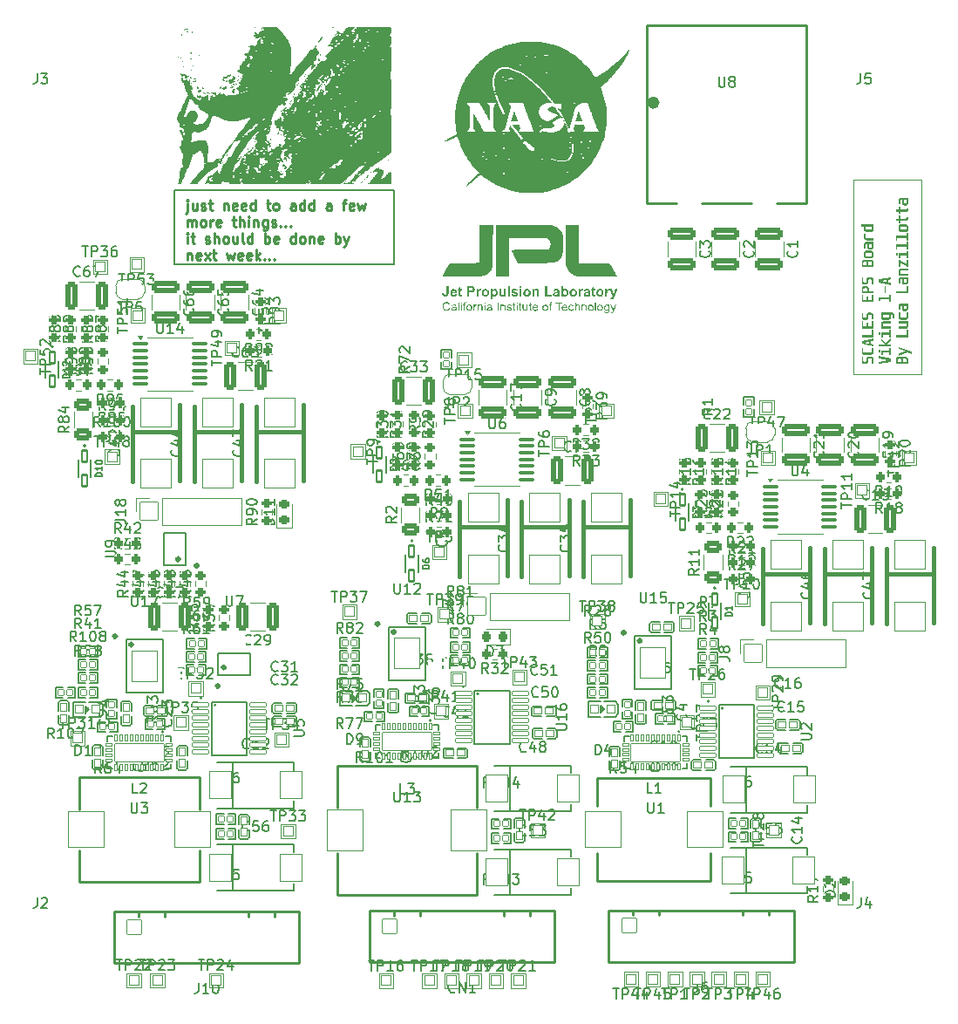
<source format=gbr>
%TF.GenerationSoftware,KiCad,Pcbnew,9.0.0*%
%TF.CreationDate,2025-06-04T12:24:45-07:00*%
%TF.ProjectId,EPS_Scales_RevD,4550535f-5363-4616-9c65-735f52657644,rev?*%
%TF.SameCoordinates,Original*%
%TF.FileFunction,Legend,Top*%
%TF.FilePolarity,Positive*%
%FSLAX46Y46*%
G04 Gerber Fmt 4.6, Leading zero omitted, Abs format (unit mm)*
G04 Created by KiCad (PCBNEW 9.0.0) date 2025-06-04 12:24:45*
%MOMM*%
%LPD*%
G01*
G04 APERTURE LIST*
G04 Aperture macros list*
%AMRoundRect*
0 Rectangle with rounded corners*
0 $1 Rounding radius*
0 $2 $3 $4 $5 $6 $7 $8 $9 X,Y pos of 4 corners*
0 Add a 4 corners polygon primitive as box body*
4,1,4,$2,$3,$4,$5,$6,$7,$8,$9,$2,$3,0*
0 Add four circle primitives for the rounded corners*
1,1,$1+$1,$2,$3*
1,1,$1+$1,$4,$5*
1,1,$1+$1,$6,$7*
1,1,$1+$1,$8,$9*
0 Add four rect primitives between the rounded corners*
20,1,$1+$1,$2,$3,$4,$5,0*
20,1,$1+$1,$4,$5,$6,$7,0*
20,1,$1+$1,$6,$7,$8,$9,0*
20,1,$1+$1,$8,$9,$2,$3,0*%
%AMFreePoly0*
4,1,43,0.507071,0.757071,0.510000,0.750000,0.510000,-0.750000,0.507071,-0.757071,0.500000,-0.760000,0.000000,-0.760000,-0.007071,-0.757071,-0.007630,-0.755722,-0.065263,-0.755722,-0.067851,-0.755381,-0.193930,-0.721599,-0.196342,-0.720600,-0.309381,-0.655337,-0.311452,-0.653748,-0.403748,-0.561452,-0.405337,-0.559381,-0.470600,-0.446342,-0.471599,-0.443930,-0.505381,-0.317851,-0.505722,-0.315263,
-0.505722,-0.257629,-0.507071,-0.257071,-0.510000,-0.250000,-0.510000,0.250000,-0.507071,0.257071,-0.505722,0.257629,-0.505722,0.315263,-0.505381,0.317851,-0.471599,0.443930,-0.470600,0.446342,-0.405337,0.559381,-0.403748,0.561452,-0.311452,0.653748,-0.309381,0.655337,-0.196342,0.720600,-0.193930,0.721599,-0.067851,0.755381,-0.065263,0.755722,-0.007630,0.755722,-0.007071,0.757071,
0.000000,0.760000,0.500000,0.760000,0.507071,0.757071,0.507071,0.757071,$1*%
%AMFreePoly1*
4,1,43,0.007071,0.757071,0.007630,0.755722,0.065263,0.755722,0.067851,0.755381,0.193930,0.721599,0.196342,0.720600,0.309381,0.655337,0.311452,0.653748,0.403748,0.561452,0.405337,0.559381,0.470600,0.446342,0.471599,0.443930,0.505381,0.317851,0.505722,0.315263,0.505722,0.257629,0.507071,0.257071,0.510000,0.250000,0.510000,-0.250000,0.507071,-0.257071,0.505722,-0.257629,
0.505722,-0.315263,0.505381,-0.317851,0.471599,-0.443930,0.470600,-0.446342,0.405337,-0.559381,0.403748,-0.561452,0.311452,-0.653748,0.309381,-0.655337,0.196342,-0.720600,0.193930,-0.721599,0.067851,-0.755381,0.065263,-0.755722,0.007630,-0.755722,0.007071,-0.757071,0.000000,-0.760000,-0.500000,-0.760000,-0.507071,-0.757071,-0.510000,-0.750000,-0.510000,0.750000,-0.507071,0.757071,
-0.500000,0.760000,0.000000,0.760000,0.007071,0.757071,0.007071,0.757071,$1*%
G04 Aperture macros list end*
%ADD10C,0.250000*%
%ADD11C,0.200000*%
%ADD12C,0.025000*%
%ADD13C,0.100000*%
%ADD14C,0.150000*%
%ADD15C,0.300000*%
%ADD16C,0.120000*%
%ADD17C,0.127000*%
%ADD18C,0.400000*%
%ADD19C,0.000000*%
%ADD20C,0.600000*%
%ADD21RoundRect,0.010000X0.285000X0.270000X-0.285000X0.270000X-0.285000X-0.270000X0.285000X-0.270000X0*%
%ADD22RoundRect,0.010000X-0.500000X-0.500000X0.500000X-0.500000X0.500000X0.500000X-0.500000X0.500000X0*%
%ADD23RoundRect,0.102000X-0.260000X0.555000X-0.260000X-0.555000X0.260000X-0.555000X0.260000X0.555000X0*%
%ADD24RoundRect,0.010000X-1.505000X1.400000X-1.505000X-1.400000X1.505000X-1.400000X1.505000X1.400000X0*%
%ADD25RoundRect,0.010000X-0.400000X0.400000X-0.400000X-0.400000X0.400000X-0.400000X0.400000X0.400000X0*%
%ADD26RoundRect,0.010000X0.270000X-0.395000X0.270000X0.395000X-0.270000X0.395000X-0.270000X-0.395000X0*%
%ADD27RoundRect,0.254444X0.630556X-0.318056X0.630556X0.318056X-0.630556X0.318056X-0.630556X-0.318056X0*%
%ADD28RoundRect,0.205000X0.205000X0.280000X-0.205000X0.280000X-0.205000X-0.280000X0.205000X-0.280000X0*%
%ADD29RoundRect,0.205000X-0.280000X0.205000X-0.280000X-0.205000X0.280000X-0.205000X0.280000X0.205000X0*%
%ADD30RoundRect,0.010000X-0.285000X-0.270000X0.285000X-0.270000X0.285000X0.270000X-0.285000X0.270000X0*%
%ADD31RoundRect,0.254347X-1.105653X0.330653X-1.105653X-0.330653X1.105653X-0.330653X1.105653X0.330653X0*%
%ADD32RoundRect,0.223750X0.223750X0.261250X-0.223750X0.261250X-0.223750X-0.261250X0.223750X-0.261250X0*%
%ADD33RoundRect,0.010000X0.500000X0.500000X-0.500000X0.500000X-0.500000X-0.500000X0.500000X-0.500000X0*%
%ADD34RoundRect,0.010000X-0.500000X0.500000X-0.500000X-0.500000X0.500000X-0.500000X0.500000X0.500000X0*%
%ADD35C,5.020000*%
%ADD36RoundRect,0.254347X-0.330653X-1.105653X0.330653X-1.105653X0.330653X1.105653X-0.330653X1.105653X0*%
%ADD37RoundRect,0.010000X0.700000X0.700000X-0.700000X0.700000X-0.700000X-0.700000X0.700000X-0.700000X0*%
%ADD38C,1.420000*%
%ADD39RoundRect,0.010000X0.500000X-0.500000X0.500000X0.500000X-0.500000X0.500000X-0.500000X-0.500000X0*%
%ADD40RoundRect,0.010000X0.395000X0.270000X-0.395000X0.270000X-0.395000X-0.270000X0.395000X-0.270000X0*%
%ADD41RoundRect,0.010000X0.850000X-0.850000X0.850000X0.850000X-0.850000X0.850000X-0.850000X-0.850000X0*%
%ADD42O,1.720000X1.720000*%
%ADD43RoundRect,0.205000X-0.205000X-0.280000X0.205000X-0.280000X0.205000X0.280000X-0.205000X0.280000X0*%
%ADD44RoundRect,0.010000X-0.395000X-0.270000X0.395000X-0.270000X0.395000X0.270000X-0.395000X0.270000X0*%
%ADD45RoundRect,0.205000X0.280000X-0.205000X0.280000X0.205000X-0.280000X0.205000X-0.280000X-0.205000X0*%
%ADD46RoundRect,0.010000X-0.270000X0.395000X-0.270000X-0.395000X0.270000X-0.395000X0.270000X0.395000X0*%
%ADD47RoundRect,0.223750X0.261250X-0.223750X0.261250X0.223750X-0.261250X0.223750X-0.261250X-0.223750X0*%
%ADD48RoundRect,0.010000X1.750000X-1.750000X1.750000X1.750000X-1.750000X1.750000X-1.750000X-1.750000X0*%
%ADD49RoundRect,0.010000X-1.750000X1.750000X-1.750000X-1.750000X1.750000X-1.750000X1.750000X1.750000X0*%
%ADD50RoundRect,0.010000X0.270000X-0.285000X0.270000X0.285000X-0.270000X0.285000X-0.270000X-0.285000X0*%
%ADD51RoundRect,0.010000X1.095000X1.295000X-1.095000X1.295000X-1.095000X-1.295000X1.095000X-1.295000X0*%
%ADD52FreePoly0,180.000000*%
%ADD53FreePoly1,180.000000*%
%ADD54RoundRect,0.010000X1.750000X-2.000000X1.750000X2.000000X-1.750000X2.000000X-1.750000X-2.000000X0*%
%ADD55O,1.770000X0.360000*%
%ADD56RoundRect,0.010000X-1.250000X-1.450000X1.250000X-1.450000X1.250000X1.450000X-1.250000X1.450000X0*%
%ADD57O,1.470000X0.400000*%
%ADD58RoundRect,0.010000X0.140000X0.290000X-0.140000X0.290000X-0.140000X-0.290000X0.140000X-0.290000X0*%
%ADD59RoundRect,0.010000X2.375000X0.850000X-2.375000X0.850000X-2.375000X-0.850000X2.375000X-0.850000X0*%
%ADD60RoundRect,0.010000X0.290000X0.140000X-0.290000X0.140000X-0.290000X-0.140000X0.290000X-0.140000X0*%
%ADD61RoundRect,0.010000X-0.780000X0.180000X-0.780000X-0.180000X0.780000X-0.180000X0.780000X0.180000X0*%
%ADD62O,0.300000X1.640000*%
%ADD63RoundRect,0.010000X-0.270000X0.285000X-0.270000X-0.285000X0.270000X-0.285000X0.270000X0.285000X0*%
%ADD64RoundRect,0.105000X-0.642500X-0.105000X0.642500X-0.105000X0.642500X0.105000X-0.642500X0.105000X0*%
%ADD65O,1.320000X2.220000*%
%ADD66C,3.820000*%
%ADD67RoundRect,0.010000X-1.750000X-1.750000X1.750000X-1.750000X1.750000X1.750000X-1.750000X1.750000X0*%
%ADD68RoundRect,0.254347X0.330653X1.105653X-0.330653X1.105653X-0.330653X-1.105653X0.330653X-1.105653X0*%
G04 APERTURE END LIST*
D10*
X174279068Y-45561702D02*
X174279068Y-46418845D01*
X174279068Y-46418845D02*
X174231449Y-46514083D01*
X174231449Y-46514083D02*
X174136211Y-46561702D01*
X174136211Y-46561702D02*
X174088592Y-46561702D01*
X174279068Y-45228369D02*
X174231449Y-45275988D01*
X174231449Y-45275988D02*
X174279068Y-45323607D01*
X174279068Y-45323607D02*
X174326687Y-45275988D01*
X174326687Y-45275988D02*
X174279068Y-45228369D01*
X174279068Y-45228369D02*
X174279068Y-45323607D01*
X175183829Y-45561702D02*
X175183829Y-46228369D01*
X174755258Y-45561702D02*
X174755258Y-46085511D01*
X174755258Y-46085511D02*
X174802877Y-46180750D01*
X174802877Y-46180750D02*
X174898115Y-46228369D01*
X174898115Y-46228369D02*
X175040972Y-46228369D01*
X175040972Y-46228369D02*
X175136210Y-46180750D01*
X175136210Y-46180750D02*
X175183829Y-46133130D01*
X175612401Y-46180750D02*
X175707639Y-46228369D01*
X175707639Y-46228369D02*
X175898115Y-46228369D01*
X175898115Y-46228369D02*
X175993353Y-46180750D01*
X175993353Y-46180750D02*
X176040972Y-46085511D01*
X176040972Y-46085511D02*
X176040972Y-46037892D01*
X176040972Y-46037892D02*
X175993353Y-45942654D01*
X175993353Y-45942654D02*
X175898115Y-45895035D01*
X175898115Y-45895035D02*
X175755258Y-45895035D01*
X175755258Y-45895035D02*
X175660020Y-45847416D01*
X175660020Y-45847416D02*
X175612401Y-45752178D01*
X175612401Y-45752178D02*
X175612401Y-45704559D01*
X175612401Y-45704559D02*
X175660020Y-45609321D01*
X175660020Y-45609321D02*
X175755258Y-45561702D01*
X175755258Y-45561702D02*
X175898115Y-45561702D01*
X175898115Y-45561702D02*
X175993353Y-45609321D01*
X176326687Y-45561702D02*
X176707639Y-45561702D01*
X176469544Y-45228369D02*
X176469544Y-46085511D01*
X176469544Y-46085511D02*
X176517163Y-46180750D01*
X176517163Y-46180750D02*
X176612401Y-46228369D01*
X176612401Y-46228369D02*
X176707639Y-46228369D01*
X177802878Y-45561702D02*
X177802878Y-46228369D01*
X177802878Y-45656940D02*
X177850497Y-45609321D01*
X177850497Y-45609321D02*
X177945735Y-45561702D01*
X177945735Y-45561702D02*
X178088592Y-45561702D01*
X178088592Y-45561702D02*
X178183830Y-45609321D01*
X178183830Y-45609321D02*
X178231449Y-45704559D01*
X178231449Y-45704559D02*
X178231449Y-46228369D01*
X179088592Y-46180750D02*
X178993354Y-46228369D01*
X178993354Y-46228369D02*
X178802878Y-46228369D01*
X178802878Y-46228369D02*
X178707640Y-46180750D01*
X178707640Y-46180750D02*
X178660021Y-46085511D01*
X178660021Y-46085511D02*
X178660021Y-45704559D01*
X178660021Y-45704559D02*
X178707640Y-45609321D01*
X178707640Y-45609321D02*
X178802878Y-45561702D01*
X178802878Y-45561702D02*
X178993354Y-45561702D01*
X178993354Y-45561702D02*
X179088592Y-45609321D01*
X179088592Y-45609321D02*
X179136211Y-45704559D01*
X179136211Y-45704559D02*
X179136211Y-45799797D01*
X179136211Y-45799797D02*
X178660021Y-45895035D01*
X179945735Y-46180750D02*
X179850497Y-46228369D01*
X179850497Y-46228369D02*
X179660021Y-46228369D01*
X179660021Y-46228369D02*
X179564783Y-46180750D01*
X179564783Y-46180750D02*
X179517164Y-46085511D01*
X179517164Y-46085511D02*
X179517164Y-45704559D01*
X179517164Y-45704559D02*
X179564783Y-45609321D01*
X179564783Y-45609321D02*
X179660021Y-45561702D01*
X179660021Y-45561702D02*
X179850497Y-45561702D01*
X179850497Y-45561702D02*
X179945735Y-45609321D01*
X179945735Y-45609321D02*
X179993354Y-45704559D01*
X179993354Y-45704559D02*
X179993354Y-45799797D01*
X179993354Y-45799797D02*
X179517164Y-45895035D01*
X180850497Y-46228369D02*
X180850497Y-45228369D01*
X180850497Y-46180750D02*
X180755259Y-46228369D01*
X180755259Y-46228369D02*
X180564783Y-46228369D01*
X180564783Y-46228369D02*
X180469545Y-46180750D01*
X180469545Y-46180750D02*
X180421926Y-46133130D01*
X180421926Y-46133130D02*
X180374307Y-46037892D01*
X180374307Y-46037892D02*
X180374307Y-45752178D01*
X180374307Y-45752178D02*
X180421926Y-45656940D01*
X180421926Y-45656940D02*
X180469545Y-45609321D01*
X180469545Y-45609321D02*
X180564783Y-45561702D01*
X180564783Y-45561702D02*
X180755259Y-45561702D01*
X180755259Y-45561702D02*
X180850497Y-45609321D01*
X181945736Y-45561702D02*
X182326688Y-45561702D01*
X182088593Y-45228369D02*
X182088593Y-46085511D01*
X182088593Y-46085511D02*
X182136212Y-46180750D01*
X182136212Y-46180750D02*
X182231450Y-46228369D01*
X182231450Y-46228369D02*
X182326688Y-46228369D01*
X182802879Y-46228369D02*
X182707641Y-46180750D01*
X182707641Y-46180750D02*
X182660022Y-46133130D01*
X182660022Y-46133130D02*
X182612403Y-46037892D01*
X182612403Y-46037892D02*
X182612403Y-45752178D01*
X182612403Y-45752178D02*
X182660022Y-45656940D01*
X182660022Y-45656940D02*
X182707641Y-45609321D01*
X182707641Y-45609321D02*
X182802879Y-45561702D01*
X182802879Y-45561702D02*
X182945736Y-45561702D01*
X182945736Y-45561702D02*
X183040974Y-45609321D01*
X183040974Y-45609321D02*
X183088593Y-45656940D01*
X183088593Y-45656940D02*
X183136212Y-45752178D01*
X183136212Y-45752178D02*
X183136212Y-46037892D01*
X183136212Y-46037892D02*
X183088593Y-46133130D01*
X183088593Y-46133130D02*
X183040974Y-46180750D01*
X183040974Y-46180750D02*
X182945736Y-46228369D01*
X182945736Y-46228369D02*
X182802879Y-46228369D01*
X184755260Y-46228369D02*
X184755260Y-45704559D01*
X184755260Y-45704559D02*
X184707641Y-45609321D01*
X184707641Y-45609321D02*
X184612403Y-45561702D01*
X184612403Y-45561702D02*
X184421927Y-45561702D01*
X184421927Y-45561702D02*
X184326689Y-45609321D01*
X184755260Y-46180750D02*
X184660022Y-46228369D01*
X184660022Y-46228369D02*
X184421927Y-46228369D01*
X184421927Y-46228369D02*
X184326689Y-46180750D01*
X184326689Y-46180750D02*
X184279070Y-46085511D01*
X184279070Y-46085511D02*
X184279070Y-45990273D01*
X184279070Y-45990273D02*
X184326689Y-45895035D01*
X184326689Y-45895035D02*
X184421927Y-45847416D01*
X184421927Y-45847416D02*
X184660022Y-45847416D01*
X184660022Y-45847416D02*
X184755260Y-45799797D01*
X185660022Y-46228369D02*
X185660022Y-45228369D01*
X185660022Y-46180750D02*
X185564784Y-46228369D01*
X185564784Y-46228369D02*
X185374308Y-46228369D01*
X185374308Y-46228369D02*
X185279070Y-46180750D01*
X185279070Y-46180750D02*
X185231451Y-46133130D01*
X185231451Y-46133130D02*
X185183832Y-46037892D01*
X185183832Y-46037892D02*
X185183832Y-45752178D01*
X185183832Y-45752178D02*
X185231451Y-45656940D01*
X185231451Y-45656940D02*
X185279070Y-45609321D01*
X185279070Y-45609321D02*
X185374308Y-45561702D01*
X185374308Y-45561702D02*
X185564784Y-45561702D01*
X185564784Y-45561702D02*
X185660022Y-45609321D01*
X186564784Y-46228369D02*
X186564784Y-45228369D01*
X186564784Y-46180750D02*
X186469546Y-46228369D01*
X186469546Y-46228369D02*
X186279070Y-46228369D01*
X186279070Y-46228369D02*
X186183832Y-46180750D01*
X186183832Y-46180750D02*
X186136213Y-46133130D01*
X186136213Y-46133130D02*
X186088594Y-46037892D01*
X186088594Y-46037892D02*
X186088594Y-45752178D01*
X186088594Y-45752178D02*
X186136213Y-45656940D01*
X186136213Y-45656940D02*
X186183832Y-45609321D01*
X186183832Y-45609321D02*
X186279070Y-45561702D01*
X186279070Y-45561702D02*
X186469546Y-45561702D01*
X186469546Y-45561702D02*
X186564784Y-45609321D01*
X188231451Y-46228369D02*
X188231451Y-45704559D01*
X188231451Y-45704559D02*
X188183832Y-45609321D01*
X188183832Y-45609321D02*
X188088594Y-45561702D01*
X188088594Y-45561702D02*
X187898118Y-45561702D01*
X187898118Y-45561702D02*
X187802880Y-45609321D01*
X188231451Y-46180750D02*
X188136213Y-46228369D01*
X188136213Y-46228369D02*
X187898118Y-46228369D01*
X187898118Y-46228369D02*
X187802880Y-46180750D01*
X187802880Y-46180750D02*
X187755261Y-46085511D01*
X187755261Y-46085511D02*
X187755261Y-45990273D01*
X187755261Y-45990273D02*
X187802880Y-45895035D01*
X187802880Y-45895035D02*
X187898118Y-45847416D01*
X187898118Y-45847416D02*
X188136213Y-45847416D01*
X188136213Y-45847416D02*
X188231451Y-45799797D01*
X189326690Y-45561702D02*
X189707642Y-45561702D01*
X189469547Y-46228369D02*
X189469547Y-45371226D01*
X189469547Y-45371226D02*
X189517166Y-45275988D01*
X189517166Y-45275988D02*
X189612404Y-45228369D01*
X189612404Y-45228369D02*
X189707642Y-45228369D01*
X190421928Y-46180750D02*
X190326690Y-46228369D01*
X190326690Y-46228369D02*
X190136214Y-46228369D01*
X190136214Y-46228369D02*
X190040976Y-46180750D01*
X190040976Y-46180750D02*
X189993357Y-46085511D01*
X189993357Y-46085511D02*
X189993357Y-45704559D01*
X189993357Y-45704559D02*
X190040976Y-45609321D01*
X190040976Y-45609321D02*
X190136214Y-45561702D01*
X190136214Y-45561702D02*
X190326690Y-45561702D01*
X190326690Y-45561702D02*
X190421928Y-45609321D01*
X190421928Y-45609321D02*
X190469547Y-45704559D01*
X190469547Y-45704559D02*
X190469547Y-45799797D01*
X190469547Y-45799797D02*
X189993357Y-45895035D01*
X190802881Y-45561702D02*
X190993357Y-46228369D01*
X190993357Y-46228369D02*
X191183833Y-45752178D01*
X191183833Y-45752178D02*
X191374309Y-46228369D01*
X191374309Y-46228369D02*
X191564785Y-45561702D01*
X174279068Y-47838313D02*
X174279068Y-47171646D01*
X174279068Y-47266884D02*
X174326687Y-47219265D01*
X174326687Y-47219265D02*
X174421925Y-47171646D01*
X174421925Y-47171646D02*
X174564782Y-47171646D01*
X174564782Y-47171646D02*
X174660020Y-47219265D01*
X174660020Y-47219265D02*
X174707639Y-47314503D01*
X174707639Y-47314503D02*
X174707639Y-47838313D01*
X174707639Y-47314503D02*
X174755258Y-47219265D01*
X174755258Y-47219265D02*
X174850496Y-47171646D01*
X174850496Y-47171646D02*
X174993353Y-47171646D01*
X174993353Y-47171646D02*
X175088592Y-47219265D01*
X175088592Y-47219265D02*
X175136211Y-47314503D01*
X175136211Y-47314503D02*
X175136211Y-47838313D01*
X175755258Y-47838313D02*
X175660020Y-47790694D01*
X175660020Y-47790694D02*
X175612401Y-47743074D01*
X175612401Y-47743074D02*
X175564782Y-47647836D01*
X175564782Y-47647836D02*
X175564782Y-47362122D01*
X175564782Y-47362122D02*
X175612401Y-47266884D01*
X175612401Y-47266884D02*
X175660020Y-47219265D01*
X175660020Y-47219265D02*
X175755258Y-47171646D01*
X175755258Y-47171646D02*
X175898115Y-47171646D01*
X175898115Y-47171646D02*
X175993353Y-47219265D01*
X175993353Y-47219265D02*
X176040972Y-47266884D01*
X176040972Y-47266884D02*
X176088591Y-47362122D01*
X176088591Y-47362122D02*
X176088591Y-47647836D01*
X176088591Y-47647836D02*
X176040972Y-47743074D01*
X176040972Y-47743074D02*
X175993353Y-47790694D01*
X175993353Y-47790694D02*
X175898115Y-47838313D01*
X175898115Y-47838313D02*
X175755258Y-47838313D01*
X176517163Y-47838313D02*
X176517163Y-47171646D01*
X176517163Y-47362122D02*
X176564782Y-47266884D01*
X176564782Y-47266884D02*
X176612401Y-47219265D01*
X176612401Y-47219265D02*
X176707639Y-47171646D01*
X176707639Y-47171646D02*
X176802877Y-47171646D01*
X177517163Y-47790694D02*
X177421925Y-47838313D01*
X177421925Y-47838313D02*
X177231449Y-47838313D01*
X177231449Y-47838313D02*
X177136211Y-47790694D01*
X177136211Y-47790694D02*
X177088592Y-47695455D01*
X177088592Y-47695455D02*
X177088592Y-47314503D01*
X177088592Y-47314503D02*
X177136211Y-47219265D01*
X177136211Y-47219265D02*
X177231449Y-47171646D01*
X177231449Y-47171646D02*
X177421925Y-47171646D01*
X177421925Y-47171646D02*
X177517163Y-47219265D01*
X177517163Y-47219265D02*
X177564782Y-47314503D01*
X177564782Y-47314503D02*
X177564782Y-47409741D01*
X177564782Y-47409741D02*
X177088592Y-47504979D01*
X178612402Y-47171646D02*
X178993354Y-47171646D01*
X178755259Y-46838313D02*
X178755259Y-47695455D01*
X178755259Y-47695455D02*
X178802878Y-47790694D01*
X178802878Y-47790694D02*
X178898116Y-47838313D01*
X178898116Y-47838313D02*
X178993354Y-47838313D01*
X179326688Y-47838313D02*
X179326688Y-46838313D01*
X179755259Y-47838313D02*
X179755259Y-47314503D01*
X179755259Y-47314503D02*
X179707640Y-47219265D01*
X179707640Y-47219265D02*
X179612402Y-47171646D01*
X179612402Y-47171646D02*
X179469545Y-47171646D01*
X179469545Y-47171646D02*
X179374307Y-47219265D01*
X179374307Y-47219265D02*
X179326688Y-47266884D01*
X180231450Y-47838313D02*
X180231450Y-47171646D01*
X180231450Y-46838313D02*
X180183831Y-46885932D01*
X180183831Y-46885932D02*
X180231450Y-46933551D01*
X180231450Y-46933551D02*
X180279069Y-46885932D01*
X180279069Y-46885932D02*
X180231450Y-46838313D01*
X180231450Y-46838313D02*
X180231450Y-46933551D01*
X180707640Y-47171646D02*
X180707640Y-47838313D01*
X180707640Y-47266884D02*
X180755259Y-47219265D01*
X180755259Y-47219265D02*
X180850497Y-47171646D01*
X180850497Y-47171646D02*
X180993354Y-47171646D01*
X180993354Y-47171646D02*
X181088592Y-47219265D01*
X181088592Y-47219265D02*
X181136211Y-47314503D01*
X181136211Y-47314503D02*
X181136211Y-47838313D01*
X182040973Y-47171646D02*
X182040973Y-47981170D01*
X182040973Y-47981170D02*
X181993354Y-48076408D01*
X181993354Y-48076408D02*
X181945735Y-48124027D01*
X181945735Y-48124027D02*
X181850497Y-48171646D01*
X181850497Y-48171646D02*
X181707640Y-48171646D01*
X181707640Y-48171646D02*
X181612402Y-48124027D01*
X182040973Y-47790694D02*
X181945735Y-47838313D01*
X181945735Y-47838313D02*
X181755259Y-47838313D01*
X181755259Y-47838313D02*
X181660021Y-47790694D01*
X181660021Y-47790694D02*
X181612402Y-47743074D01*
X181612402Y-47743074D02*
X181564783Y-47647836D01*
X181564783Y-47647836D02*
X181564783Y-47362122D01*
X181564783Y-47362122D02*
X181612402Y-47266884D01*
X181612402Y-47266884D02*
X181660021Y-47219265D01*
X181660021Y-47219265D02*
X181755259Y-47171646D01*
X181755259Y-47171646D02*
X181945735Y-47171646D01*
X181945735Y-47171646D02*
X182040973Y-47219265D01*
X182469545Y-47790694D02*
X182564783Y-47838313D01*
X182564783Y-47838313D02*
X182755259Y-47838313D01*
X182755259Y-47838313D02*
X182850497Y-47790694D01*
X182850497Y-47790694D02*
X182898116Y-47695455D01*
X182898116Y-47695455D02*
X182898116Y-47647836D01*
X182898116Y-47647836D02*
X182850497Y-47552598D01*
X182850497Y-47552598D02*
X182755259Y-47504979D01*
X182755259Y-47504979D02*
X182612402Y-47504979D01*
X182612402Y-47504979D02*
X182517164Y-47457360D01*
X182517164Y-47457360D02*
X182469545Y-47362122D01*
X182469545Y-47362122D02*
X182469545Y-47314503D01*
X182469545Y-47314503D02*
X182517164Y-47219265D01*
X182517164Y-47219265D02*
X182612402Y-47171646D01*
X182612402Y-47171646D02*
X182755259Y-47171646D01*
X182755259Y-47171646D02*
X182850497Y-47219265D01*
X183326688Y-47743074D02*
X183374307Y-47790694D01*
X183374307Y-47790694D02*
X183326688Y-47838313D01*
X183326688Y-47838313D02*
X183279069Y-47790694D01*
X183279069Y-47790694D02*
X183326688Y-47743074D01*
X183326688Y-47743074D02*
X183326688Y-47838313D01*
X183802878Y-47743074D02*
X183850497Y-47790694D01*
X183850497Y-47790694D02*
X183802878Y-47838313D01*
X183802878Y-47838313D02*
X183755259Y-47790694D01*
X183755259Y-47790694D02*
X183802878Y-47743074D01*
X183802878Y-47743074D02*
X183802878Y-47838313D01*
X184279068Y-47743074D02*
X184326687Y-47790694D01*
X184326687Y-47790694D02*
X184279068Y-47838313D01*
X184279068Y-47838313D02*
X184231449Y-47790694D01*
X184231449Y-47790694D02*
X184279068Y-47743074D01*
X184279068Y-47743074D02*
X184279068Y-47838313D01*
X174279068Y-49448257D02*
X174279068Y-48781590D01*
X174279068Y-48448257D02*
X174231449Y-48495876D01*
X174231449Y-48495876D02*
X174279068Y-48543495D01*
X174279068Y-48543495D02*
X174326687Y-48495876D01*
X174326687Y-48495876D02*
X174279068Y-48448257D01*
X174279068Y-48448257D02*
X174279068Y-48543495D01*
X174612401Y-48781590D02*
X174993353Y-48781590D01*
X174755258Y-48448257D02*
X174755258Y-49305399D01*
X174755258Y-49305399D02*
X174802877Y-49400638D01*
X174802877Y-49400638D02*
X174898115Y-49448257D01*
X174898115Y-49448257D02*
X174993353Y-49448257D01*
X176040973Y-49400638D02*
X176136211Y-49448257D01*
X176136211Y-49448257D02*
X176326687Y-49448257D01*
X176326687Y-49448257D02*
X176421925Y-49400638D01*
X176421925Y-49400638D02*
X176469544Y-49305399D01*
X176469544Y-49305399D02*
X176469544Y-49257780D01*
X176469544Y-49257780D02*
X176421925Y-49162542D01*
X176421925Y-49162542D02*
X176326687Y-49114923D01*
X176326687Y-49114923D02*
X176183830Y-49114923D01*
X176183830Y-49114923D02*
X176088592Y-49067304D01*
X176088592Y-49067304D02*
X176040973Y-48972066D01*
X176040973Y-48972066D02*
X176040973Y-48924447D01*
X176040973Y-48924447D02*
X176088592Y-48829209D01*
X176088592Y-48829209D02*
X176183830Y-48781590D01*
X176183830Y-48781590D02*
X176326687Y-48781590D01*
X176326687Y-48781590D02*
X176421925Y-48829209D01*
X176898116Y-49448257D02*
X176898116Y-48448257D01*
X177326687Y-49448257D02*
X177326687Y-48924447D01*
X177326687Y-48924447D02*
X177279068Y-48829209D01*
X177279068Y-48829209D02*
X177183830Y-48781590D01*
X177183830Y-48781590D02*
X177040973Y-48781590D01*
X177040973Y-48781590D02*
X176945735Y-48829209D01*
X176945735Y-48829209D02*
X176898116Y-48876828D01*
X177945735Y-49448257D02*
X177850497Y-49400638D01*
X177850497Y-49400638D02*
X177802878Y-49353018D01*
X177802878Y-49353018D02*
X177755259Y-49257780D01*
X177755259Y-49257780D02*
X177755259Y-48972066D01*
X177755259Y-48972066D02*
X177802878Y-48876828D01*
X177802878Y-48876828D02*
X177850497Y-48829209D01*
X177850497Y-48829209D02*
X177945735Y-48781590D01*
X177945735Y-48781590D02*
X178088592Y-48781590D01*
X178088592Y-48781590D02*
X178183830Y-48829209D01*
X178183830Y-48829209D02*
X178231449Y-48876828D01*
X178231449Y-48876828D02*
X178279068Y-48972066D01*
X178279068Y-48972066D02*
X178279068Y-49257780D01*
X178279068Y-49257780D02*
X178231449Y-49353018D01*
X178231449Y-49353018D02*
X178183830Y-49400638D01*
X178183830Y-49400638D02*
X178088592Y-49448257D01*
X178088592Y-49448257D02*
X177945735Y-49448257D01*
X179136211Y-48781590D02*
X179136211Y-49448257D01*
X178707640Y-48781590D02*
X178707640Y-49305399D01*
X178707640Y-49305399D02*
X178755259Y-49400638D01*
X178755259Y-49400638D02*
X178850497Y-49448257D01*
X178850497Y-49448257D02*
X178993354Y-49448257D01*
X178993354Y-49448257D02*
X179088592Y-49400638D01*
X179088592Y-49400638D02*
X179136211Y-49353018D01*
X179755259Y-49448257D02*
X179660021Y-49400638D01*
X179660021Y-49400638D02*
X179612402Y-49305399D01*
X179612402Y-49305399D02*
X179612402Y-48448257D01*
X180564783Y-49448257D02*
X180564783Y-48448257D01*
X180564783Y-49400638D02*
X180469545Y-49448257D01*
X180469545Y-49448257D02*
X180279069Y-49448257D01*
X180279069Y-49448257D02*
X180183831Y-49400638D01*
X180183831Y-49400638D02*
X180136212Y-49353018D01*
X180136212Y-49353018D02*
X180088593Y-49257780D01*
X180088593Y-49257780D02*
X180088593Y-48972066D01*
X180088593Y-48972066D02*
X180136212Y-48876828D01*
X180136212Y-48876828D02*
X180183831Y-48829209D01*
X180183831Y-48829209D02*
X180279069Y-48781590D01*
X180279069Y-48781590D02*
X180469545Y-48781590D01*
X180469545Y-48781590D02*
X180564783Y-48829209D01*
X181802879Y-49448257D02*
X181802879Y-48448257D01*
X181802879Y-48829209D02*
X181898117Y-48781590D01*
X181898117Y-48781590D02*
X182088593Y-48781590D01*
X182088593Y-48781590D02*
X182183831Y-48829209D01*
X182183831Y-48829209D02*
X182231450Y-48876828D01*
X182231450Y-48876828D02*
X182279069Y-48972066D01*
X182279069Y-48972066D02*
X182279069Y-49257780D01*
X182279069Y-49257780D02*
X182231450Y-49353018D01*
X182231450Y-49353018D02*
X182183831Y-49400638D01*
X182183831Y-49400638D02*
X182088593Y-49448257D01*
X182088593Y-49448257D02*
X181898117Y-49448257D01*
X181898117Y-49448257D02*
X181802879Y-49400638D01*
X183088593Y-49400638D02*
X182993355Y-49448257D01*
X182993355Y-49448257D02*
X182802879Y-49448257D01*
X182802879Y-49448257D02*
X182707641Y-49400638D01*
X182707641Y-49400638D02*
X182660022Y-49305399D01*
X182660022Y-49305399D02*
X182660022Y-48924447D01*
X182660022Y-48924447D02*
X182707641Y-48829209D01*
X182707641Y-48829209D02*
X182802879Y-48781590D01*
X182802879Y-48781590D02*
X182993355Y-48781590D01*
X182993355Y-48781590D02*
X183088593Y-48829209D01*
X183088593Y-48829209D02*
X183136212Y-48924447D01*
X183136212Y-48924447D02*
X183136212Y-49019685D01*
X183136212Y-49019685D02*
X182660022Y-49114923D01*
X184755260Y-49448257D02*
X184755260Y-48448257D01*
X184755260Y-49400638D02*
X184660022Y-49448257D01*
X184660022Y-49448257D02*
X184469546Y-49448257D01*
X184469546Y-49448257D02*
X184374308Y-49400638D01*
X184374308Y-49400638D02*
X184326689Y-49353018D01*
X184326689Y-49353018D02*
X184279070Y-49257780D01*
X184279070Y-49257780D02*
X184279070Y-48972066D01*
X184279070Y-48972066D02*
X184326689Y-48876828D01*
X184326689Y-48876828D02*
X184374308Y-48829209D01*
X184374308Y-48829209D02*
X184469546Y-48781590D01*
X184469546Y-48781590D02*
X184660022Y-48781590D01*
X184660022Y-48781590D02*
X184755260Y-48829209D01*
X185374308Y-49448257D02*
X185279070Y-49400638D01*
X185279070Y-49400638D02*
X185231451Y-49353018D01*
X185231451Y-49353018D02*
X185183832Y-49257780D01*
X185183832Y-49257780D02*
X185183832Y-48972066D01*
X185183832Y-48972066D02*
X185231451Y-48876828D01*
X185231451Y-48876828D02*
X185279070Y-48829209D01*
X185279070Y-48829209D02*
X185374308Y-48781590D01*
X185374308Y-48781590D02*
X185517165Y-48781590D01*
X185517165Y-48781590D02*
X185612403Y-48829209D01*
X185612403Y-48829209D02*
X185660022Y-48876828D01*
X185660022Y-48876828D02*
X185707641Y-48972066D01*
X185707641Y-48972066D02*
X185707641Y-49257780D01*
X185707641Y-49257780D02*
X185660022Y-49353018D01*
X185660022Y-49353018D02*
X185612403Y-49400638D01*
X185612403Y-49400638D02*
X185517165Y-49448257D01*
X185517165Y-49448257D02*
X185374308Y-49448257D01*
X186136213Y-48781590D02*
X186136213Y-49448257D01*
X186136213Y-48876828D02*
X186183832Y-48829209D01*
X186183832Y-48829209D02*
X186279070Y-48781590D01*
X186279070Y-48781590D02*
X186421927Y-48781590D01*
X186421927Y-48781590D02*
X186517165Y-48829209D01*
X186517165Y-48829209D02*
X186564784Y-48924447D01*
X186564784Y-48924447D02*
X186564784Y-49448257D01*
X187421927Y-49400638D02*
X187326689Y-49448257D01*
X187326689Y-49448257D02*
X187136213Y-49448257D01*
X187136213Y-49448257D02*
X187040975Y-49400638D01*
X187040975Y-49400638D02*
X186993356Y-49305399D01*
X186993356Y-49305399D02*
X186993356Y-48924447D01*
X186993356Y-48924447D02*
X187040975Y-48829209D01*
X187040975Y-48829209D02*
X187136213Y-48781590D01*
X187136213Y-48781590D02*
X187326689Y-48781590D01*
X187326689Y-48781590D02*
X187421927Y-48829209D01*
X187421927Y-48829209D02*
X187469546Y-48924447D01*
X187469546Y-48924447D02*
X187469546Y-49019685D01*
X187469546Y-49019685D02*
X186993356Y-49114923D01*
X188660023Y-49448257D02*
X188660023Y-48448257D01*
X188660023Y-48829209D02*
X188755261Y-48781590D01*
X188755261Y-48781590D02*
X188945737Y-48781590D01*
X188945737Y-48781590D02*
X189040975Y-48829209D01*
X189040975Y-48829209D02*
X189088594Y-48876828D01*
X189088594Y-48876828D02*
X189136213Y-48972066D01*
X189136213Y-48972066D02*
X189136213Y-49257780D01*
X189136213Y-49257780D02*
X189088594Y-49353018D01*
X189088594Y-49353018D02*
X189040975Y-49400638D01*
X189040975Y-49400638D02*
X188945737Y-49448257D01*
X188945737Y-49448257D02*
X188755261Y-49448257D01*
X188755261Y-49448257D02*
X188660023Y-49400638D01*
X189469547Y-48781590D02*
X189707642Y-49448257D01*
X189945737Y-48781590D02*
X189707642Y-49448257D01*
X189707642Y-49448257D02*
X189612404Y-49686352D01*
X189612404Y-49686352D02*
X189564785Y-49733971D01*
X189564785Y-49733971D02*
X189469547Y-49781590D01*
X174279068Y-50391534D02*
X174279068Y-51058201D01*
X174279068Y-50486772D02*
X174326687Y-50439153D01*
X174326687Y-50439153D02*
X174421925Y-50391534D01*
X174421925Y-50391534D02*
X174564782Y-50391534D01*
X174564782Y-50391534D02*
X174660020Y-50439153D01*
X174660020Y-50439153D02*
X174707639Y-50534391D01*
X174707639Y-50534391D02*
X174707639Y-51058201D01*
X175564782Y-51010582D02*
X175469544Y-51058201D01*
X175469544Y-51058201D02*
X175279068Y-51058201D01*
X175279068Y-51058201D02*
X175183830Y-51010582D01*
X175183830Y-51010582D02*
X175136211Y-50915343D01*
X175136211Y-50915343D02*
X175136211Y-50534391D01*
X175136211Y-50534391D02*
X175183830Y-50439153D01*
X175183830Y-50439153D02*
X175279068Y-50391534D01*
X175279068Y-50391534D02*
X175469544Y-50391534D01*
X175469544Y-50391534D02*
X175564782Y-50439153D01*
X175564782Y-50439153D02*
X175612401Y-50534391D01*
X175612401Y-50534391D02*
X175612401Y-50629629D01*
X175612401Y-50629629D02*
X175136211Y-50724867D01*
X175945735Y-51058201D02*
X176469544Y-50391534D01*
X175945735Y-50391534D02*
X176469544Y-51058201D01*
X176707640Y-50391534D02*
X177088592Y-50391534D01*
X176850497Y-50058201D02*
X176850497Y-50915343D01*
X176850497Y-50915343D02*
X176898116Y-51010582D01*
X176898116Y-51010582D02*
X176993354Y-51058201D01*
X176993354Y-51058201D02*
X177088592Y-51058201D01*
X178088593Y-50391534D02*
X178279069Y-51058201D01*
X178279069Y-51058201D02*
X178469545Y-50582010D01*
X178469545Y-50582010D02*
X178660021Y-51058201D01*
X178660021Y-51058201D02*
X178850497Y-50391534D01*
X179612402Y-51010582D02*
X179517164Y-51058201D01*
X179517164Y-51058201D02*
X179326688Y-51058201D01*
X179326688Y-51058201D02*
X179231450Y-51010582D01*
X179231450Y-51010582D02*
X179183831Y-50915343D01*
X179183831Y-50915343D02*
X179183831Y-50534391D01*
X179183831Y-50534391D02*
X179231450Y-50439153D01*
X179231450Y-50439153D02*
X179326688Y-50391534D01*
X179326688Y-50391534D02*
X179517164Y-50391534D01*
X179517164Y-50391534D02*
X179612402Y-50439153D01*
X179612402Y-50439153D02*
X179660021Y-50534391D01*
X179660021Y-50534391D02*
X179660021Y-50629629D01*
X179660021Y-50629629D02*
X179183831Y-50724867D01*
X180469545Y-51010582D02*
X180374307Y-51058201D01*
X180374307Y-51058201D02*
X180183831Y-51058201D01*
X180183831Y-51058201D02*
X180088593Y-51010582D01*
X180088593Y-51010582D02*
X180040974Y-50915343D01*
X180040974Y-50915343D02*
X180040974Y-50534391D01*
X180040974Y-50534391D02*
X180088593Y-50439153D01*
X180088593Y-50439153D02*
X180183831Y-50391534D01*
X180183831Y-50391534D02*
X180374307Y-50391534D01*
X180374307Y-50391534D02*
X180469545Y-50439153D01*
X180469545Y-50439153D02*
X180517164Y-50534391D01*
X180517164Y-50534391D02*
X180517164Y-50629629D01*
X180517164Y-50629629D02*
X180040974Y-50724867D01*
X180945736Y-51058201D02*
X180945736Y-50058201D01*
X181040974Y-50677248D02*
X181326688Y-51058201D01*
X181326688Y-50391534D02*
X180945736Y-50772486D01*
X181755260Y-50962962D02*
X181802879Y-51010582D01*
X181802879Y-51010582D02*
X181755260Y-51058201D01*
X181755260Y-51058201D02*
X181707641Y-51010582D01*
X181707641Y-51010582D02*
X181755260Y-50962962D01*
X181755260Y-50962962D02*
X181755260Y-51058201D01*
X182231450Y-50962962D02*
X182279069Y-51010582D01*
X182279069Y-51010582D02*
X182231450Y-51058201D01*
X182231450Y-51058201D02*
X182183831Y-51010582D01*
X182183831Y-51010582D02*
X182231450Y-50962962D01*
X182231450Y-50962962D02*
X182231450Y-51058201D01*
X182707640Y-50962962D02*
X182755259Y-51010582D01*
X182755259Y-51010582D02*
X182707640Y-51058201D01*
X182707640Y-51058201D02*
X182660021Y-51010582D01*
X182660021Y-51010582D02*
X182707640Y-50962962D01*
X182707640Y-50962962D02*
X182707640Y-51058201D01*
D11*
X172974000Y-44291250D02*
X194310000Y-44291250D01*
X194310000Y-51466750D01*
X172974000Y-51466750D01*
X172974000Y-44291250D01*
D12*
G36*
X239772583Y-60476691D02*
G01*
X239913877Y-60476691D01*
X239913877Y-60844643D01*
X239917094Y-60867242D01*
X239926517Y-60886653D01*
X239941220Y-60903120D01*
X239961504Y-60917428D01*
X239985009Y-60928274D01*
X240012551Y-60936295D01*
X240073368Y-60942585D01*
X240121338Y-60939263D01*
X240159937Y-60930119D01*
X240190909Y-60916023D01*
X240216524Y-60895429D01*
X240230863Y-60872023D01*
X240235667Y-60844643D01*
X240235667Y-60655782D01*
X240241842Y-60601016D01*
X240259481Y-60555093D01*
X240287656Y-60515347D01*
X240325243Y-60482309D01*
X240370246Y-60457049D01*
X240425260Y-60438284D01*
X240484828Y-60427374D01*
X240551839Y-60423569D01*
X240624393Y-60427721D01*
X240689653Y-60439689D01*
X240750382Y-60459534D01*
X240800845Y-60485118D01*
X240843960Y-60517875D01*
X240875705Y-60555093D01*
X240896173Y-60597733D01*
X240903000Y-60644608D01*
X240903000Y-61111845D01*
X240764514Y-61111845D01*
X240764514Y-60735528D01*
X240760825Y-60711683D01*
X240749859Y-60690770D01*
X240732932Y-60672911D01*
X240709987Y-60657187D01*
X240683236Y-60645217D01*
X240650513Y-60636243D01*
X240577057Y-60629221D01*
X240532616Y-60631319D01*
X240498655Y-60636915D01*
X240469110Y-60647766D01*
X240447609Y-60663476D01*
X240431676Y-60684775D01*
X240420376Y-60713180D01*
X240414285Y-60746092D01*
X240411949Y-60791520D01*
X240411949Y-60913214D01*
X240405993Y-60968236D01*
X240388868Y-61015369D01*
X240361295Y-61056397D01*
X240324510Y-61090229D01*
X240280143Y-61116180D01*
X240225897Y-61135659D01*
X240166682Y-61147039D01*
X240098586Y-61151046D01*
X240032650Y-61147114D01*
X239971946Y-61135659D01*
X239915272Y-61116679D01*
X239868448Y-61092306D01*
X239828507Y-61060924D01*
X239798472Y-61024406D01*
X239779101Y-60982431D01*
X239772583Y-60935624D01*
X239772583Y-60476691D01*
G37*
G36*
X239772583Y-59596684D02*
G01*
X239913877Y-59596684D01*
X239913877Y-59959019D01*
X239917405Y-59981526D01*
X239927860Y-60001028D01*
X239943779Y-60017657D01*
X239964985Y-60032475D01*
X239989414Y-60043995D01*
X240018840Y-60052808D01*
X240083198Y-60059769D01*
X240596597Y-60059769D01*
X240658879Y-60052808D01*
X240712734Y-60033207D01*
X240734374Y-60018748D01*
X240750531Y-60001700D01*
X240761006Y-59981633D01*
X240764514Y-59959019D01*
X240764514Y-59596684D01*
X240903000Y-59596684D01*
X240903000Y-60052747D01*
X240896964Y-60099636D01*
X240879247Y-60140919D01*
X240851407Y-60176929D01*
X240814156Y-60208085D01*
X240770133Y-60232496D01*
X240716948Y-60251438D01*
X240659625Y-60262881D01*
X240596597Y-60266826D01*
X240083198Y-60266826D01*
X240018852Y-60262870D01*
X239960772Y-60251438D01*
X239906902Y-60232326D01*
X239862159Y-60207353D01*
X239824287Y-60175603D01*
X239796396Y-60139514D01*
X239778590Y-60098417D01*
X239772583Y-60052747D01*
X239772583Y-59596684D01*
G37*
G36*
X240903000Y-58916712D02*
G01*
X240666572Y-58953105D01*
X240666572Y-59202110D01*
X240903000Y-59235693D01*
X240903000Y-59453924D01*
X239772583Y-59220306D01*
X239772583Y-59066433D01*
X239913877Y-59066433D01*
X239913877Y-59088781D01*
X240525278Y-59181105D01*
X240525278Y-58974048D01*
X239913877Y-59066433D01*
X239772583Y-59066433D01*
X239772583Y-58934908D01*
X240903000Y-58699886D01*
X240903000Y-58916712D01*
G37*
G36*
X239772583Y-58365456D02*
G01*
X240764514Y-58365456D01*
X240764514Y-57864575D01*
X240903000Y-57864575D01*
X240903000Y-58582283D01*
X239772583Y-58582283D01*
X239772583Y-58365456D01*
G37*
G36*
X239772583Y-57020960D02*
G01*
X239913877Y-57020960D01*
X239913877Y-57493815D01*
X240266442Y-57493815D01*
X240266442Y-57149676D01*
X240404927Y-57149676D01*
X240404927Y-57493815D01*
X240764514Y-57493815D01*
X240764514Y-57020960D01*
X240903000Y-57020960D01*
X240903000Y-57713450D01*
X239772583Y-57713450D01*
X239772583Y-57020960D01*
G37*
G36*
X239772583Y-56202442D02*
G01*
X239913877Y-56202442D01*
X239913877Y-56570393D01*
X239917094Y-56592992D01*
X239926517Y-56612403D01*
X239941220Y-56628870D01*
X239961504Y-56643178D01*
X239985009Y-56654024D01*
X240012551Y-56662046D01*
X240073368Y-56668335D01*
X240121338Y-56665014D01*
X240159937Y-56655870D01*
X240190909Y-56641773D01*
X240216524Y-56621179D01*
X240230863Y-56597773D01*
X240235667Y-56570393D01*
X240235667Y-56381533D01*
X240241842Y-56326766D01*
X240259481Y-56280844D01*
X240287656Y-56241097D01*
X240325243Y-56208059D01*
X240370246Y-56182799D01*
X240425260Y-56164034D01*
X240484828Y-56153124D01*
X240551839Y-56149319D01*
X240624393Y-56153471D01*
X240689653Y-56165439D01*
X240750382Y-56185284D01*
X240800845Y-56210868D01*
X240843960Y-56243625D01*
X240875705Y-56280844D01*
X240896173Y-56323484D01*
X240903000Y-56370359D01*
X240903000Y-56837595D01*
X240764514Y-56837595D01*
X240764514Y-56461278D01*
X240760825Y-56437433D01*
X240749859Y-56416520D01*
X240732932Y-56398661D01*
X240709987Y-56382937D01*
X240683236Y-56370967D01*
X240650513Y-56361993D01*
X240577057Y-56354971D01*
X240532616Y-56357069D01*
X240498655Y-56362665D01*
X240469110Y-56373516D01*
X240447609Y-56389226D01*
X240431676Y-56410525D01*
X240420376Y-56438930D01*
X240414285Y-56471842D01*
X240411949Y-56517271D01*
X240411949Y-56638965D01*
X240405993Y-56693986D01*
X240388868Y-56741119D01*
X240361295Y-56782147D01*
X240324510Y-56815980D01*
X240280143Y-56841930D01*
X240225897Y-56861409D01*
X240166682Y-56872789D01*
X240098586Y-56876796D01*
X240032650Y-56872865D01*
X239971946Y-56861409D01*
X239915272Y-56842430D01*
X239868448Y-56818056D01*
X239828507Y-56786674D01*
X239798472Y-56750156D01*
X239779101Y-56708181D01*
X239772583Y-56661374D01*
X239772583Y-56202442D01*
G37*
G36*
X239772583Y-54456411D02*
G01*
X239913877Y-54456411D01*
X239913877Y-54929265D01*
X240266442Y-54929265D01*
X240266442Y-54585127D01*
X240404927Y-54585127D01*
X240404927Y-54929265D01*
X240764514Y-54929265D01*
X240764514Y-54456411D01*
X240903000Y-54456411D01*
X240903000Y-55148900D01*
X239772583Y-55148900D01*
X239772583Y-54456411D01*
G37*
G36*
X240200447Y-53590151D02*
G01*
X240265037Y-53601561D01*
X240325056Y-53620597D01*
X240374153Y-53644914D01*
X240415811Y-53676390D01*
X240446204Y-53712752D01*
X240465574Y-53754736D01*
X240472094Y-53801595D01*
X240472094Y-54094015D01*
X240903000Y-54094015D01*
X240903000Y-54310842D01*
X239772583Y-54310842D01*
X239772583Y-53893919D01*
X239913877Y-53893919D01*
X239913877Y-54094015D01*
X240329395Y-54094015D01*
X240329395Y-53893919D01*
X240323059Y-53861573D01*
X240304240Y-53835648D01*
X240269889Y-53814558D01*
X240213298Y-53799327D01*
X240125147Y-53793230D01*
X240033473Y-53799404D01*
X239974867Y-53814788D01*
X239939520Y-53835983D01*
X239920307Y-53861851D01*
X239913877Y-53893919D01*
X239772583Y-53893919D01*
X239772583Y-53801595D01*
X239779699Y-53756129D01*
X239801281Y-53714157D01*
X239834225Y-53677800D01*
X239878218Y-53646318D01*
X239929341Y-53621847D01*
X239991546Y-53602293D01*
X240057640Y-53590265D01*
X240127956Y-53586173D01*
X240200447Y-53590151D01*
G37*
G36*
X239772583Y-52783042D02*
G01*
X239913877Y-52783042D01*
X239913877Y-53150994D01*
X239917094Y-53173592D01*
X239926517Y-53193003D01*
X239941220Y-53209470D01*
X239961504Y-53223778D01*
X239985009Y-53234624D01*
X240012551Y-53242646D01*
X240073368Y-53248935D01*
X240121338Y-53245614D01*
X240159937Y-53236470D01*
X240190909Y-53222374D01*
X240216524Y-53201779D01*
X240230863Y-53178373D01*
X240235667Y-53150994D01*
X240235667Y-52962133D01*
X240241842Y-52907366D01*
X240259481Y-52861444D01*
X240287656Y-52821697D01*
X240325243Y-52788659D01*
X240370246Y-52763399D01*
X240425260Y-52744635D01*
X240484828Y-52733725D01*
X240551839Y-52729919D01*
X240624393Y-52734071D01*
X240689653Y-52746039D01*
X240750382Y-52765884D01*
X240800845Y-52791468D01*
X240843960Y-52824225D01*
X240875705Y-52861444D01*
X240896173Y-52904084D01*
X240903000Y-52950959D01*
X240903000Y-53418195D01*
X240764514Y-53418195D01*
X240764514Y-53041878D01*
X240760825Y-53018033D01*
X240749859Y-52997121D01*
X240732932Y-52979262D01*
X240709987Y-52963537D01*
X240683236Y-52951567D01*
X240650513Y-52942593D01*
X240577057Y-52935571D01*
X240532616Y-52937669D01*
X240498655Y-52943265D01*
X240469110Y-52954117D01*
X240447609Y-52969826D01*
X240431676Y-52991125D01*
X240420376Y-53019530D01*
X240414285Y-53052443D01*
X240411949Y-53097871D01*
X240411949Y-53219565D01*
X240405993Y-53274586D01*
X240388868Y-53321719D01*
X240361295Y-53362747D01*
X240324510Y-53396580D01*
X240280143Y-53422530D01*
X240225897Y-53442009D01*
X240166682Y-53453389D01*
X240098586Y-53457396D01*
X240032650Y-53453465D01*
X239971946Y-53442009D01*
X239915272Y-53423030D01*
X239868448Y-53398656D01*
X239828507Y-53367274D01*
X239798472Y-53330756D01*
X239779101Y-53288781D01*
X239772583Y-53241974D01*
X239772583Y-52783042D01*
G37*
G36*
X240652492Y-51017163D02*
G01*
X240711330Y-51028584D01*
X240765894Y-51047694D01*
X240811347Y-51072670D01*
X240849869Y-51104561D01*
X240878514Y-51141241D01*
X240896809Y-51183138D01*
X240903000Y-51230085D01*
X240903000Y-51753314D01*
X239772583Y-51753314D01*
X239772583Y-51339200D01*
X239913877Y-51339200D01*
X239913877Y-51536426D01*
X240258076Y-51536426D01*
X240258076Y-51339200D01*
X240254887Y-51321004D01*
X240399371Y-51321004D01*
X240399371Y-51536426D01*
X240764514Y-51536426D01*
X240764514Y-51321004D01*
X240759244Y-51294045D01*
X240743148Y-51270401D01*
X240713467Y-51248952D01*
X240678316Y-51234516D01*
X240634404Y-51225091D01*
X240579805Y-51221658D01*
X240509219Y-51228680D01*
X240477727Y-51237473D01*
X240451822Y-51248952D01*
X240429496Y-51263822D01*
X240413354Y-51280399D01*
X240402846Y-51299709D01*
X240399371Y-51321004D01*
X240254887Y-51321004D01*
X240252337Y-51306456D01*
X240235743Y-51280978D01*
X240206545Y-51260945D01*
X240159909Y-51246833D01*
X240088755Y-51241259D01*
X240032955Y-51244572D01*
X239990772Y-51253406D01*
X239959367Y-51266477D01*
X239933545Y-51286336D01*
X239918879Y-51310117D01*
X239913877Y-51339200D01*
X239772583Y-51339200D01*
X239772583Y-51249624D01*
X239778614Y-51202637D01*
X239796396Y-51160781D01*
X239824346Y-51124101D01*
X239862159Y-51092271D01*
X239906902Y-51067297D01*
X239960772Y-51048185D01*
X240018852Y-51036753D01*
X240083198Y-51032797D01*
X240160993Y-51038772D01*
X240223088Y-51055207D01*
X240259934Y-51073324D01*
X240291441Y-51097428D01*
X240318221Y-51127930D01*
X240336658Y-51104453D01*
X240363711Y-51081768D01*
X240395036Y-51062335D01*
X240430145Y-51045376D01*
X240467405Y-51031839D01*
X240507754Y-51021623D01*
X240548697Y-51015247D01*
X240586827Y-51013197D01*
X240652492Y-51017163D01*
G37*
G36*
X240688381Y-50149422D02*
G01*
X240747722Y-50159080D01*
X240799689Y-50176867D01*
X240837970Y-50201028D01*
X240867373Y-50233377D01*
X240887612Y-50273813D01*
X240898896Y-50320159D01*
X240903000Y-50377982D01*
X240903000Y-50677424D01*
X240898861Y-50737826D01*
X240887612Y-50785135D01*
X240867299Y-50826001D01*
X240837970Y-50857859D01*
X240799738Y-50881316D01*
X240747722Y-50898464D01*
X240688402Y-50907588D01*
X240609175Y-50911042D01*
X240298621Y-50911042D01*
X240220638Y-50907602D01*
X240161539Y-50898464D01*
X240109480Y-50881311D01*
X240071292Y-50857859D01*
X240041914Y-50825996D01*
X240021588Y-50785135D01*
X240010339Y-50737826D01*
X240006201Y-50677424D01*
X240006201Y-50452171D01*
X240147556Y-50452171D01*
X240147556Y-50606044D01*
X240151857Y-50635628D01*
X240163703Y-50657092D01*
X240183216Y-50672539D01*
X240224757Y-50685796D01*
X240298621Y-50691407D01*
X240606428Y-50691407D01*
X240684156Y-50685772D01*
X240727450Y-50672539D01*
X240747829Y-50656981D01*
X240760088Y-50635498D01*
X240764514Y-50606044D01*
X240764514Y-50452171D01*
X240760025Y-50421812D01*
X240747719Y-50400187D01*
X240727450Y-50385004D01*
X240684524Y-50372208D01*
X240609175Y-50366808D01*
X240298621Y-50366808D01*
X240224708Y-50372228D01*
X240183216Y-50385004D01*
X240163811Y-50400074D01*
X240151919Y-50421678D01*
X240147556Y-50452171D01*
X240006201Y-50452171D01*
X240006201Y-50377982D01*
X240010320Y-50320242D01*
X240021588Y-50274484D01*
X240041793Y-50234671D01*
X240071292Y-50202433D01*
X240109511Y-50178115D01*
X240161539Y-50159751D01*
X240220684Y-50149588D01*
X240298621Y-50145769D01*
X240609175Y-50145769D01*
X240688381Y-50149422D01*
G37*
G36*
X240903000Y-49844922D02*
G01*
X240897700Y-49888018D01*
X240882056Y-49926805D01*
X240857310Y-49961121D01*
X240823987Y-49991163D01*
X240784164Y-50014893D01*
X240735815Y-50033112D01*
X240683352Y-50043988D01*
X240624624Y-50047766D01*
X240566987Y-50044022D01*
X240514104Y-50033112D01*
X240464910Y-50014920D01*
X240423856Y-49991163D01*
X240389240Y-49961055D01*
X240363711Y-49926805D01*
X240347461Y-49887972D01*
X240341974Y-49844922D01*
X240341974Y-49692454D01*
X240479116Y-49692454D01*
X240481066Y-49733870D01*
X240486138Y-49763773D01*
X240495735Y-49789432D01*
X240509219Y-49807859D01*
X240527219Y-49821300D01*
X240550496Y-49830268D01*
X240577079Y-49834841D01*
X240611984Y-49836557D01*
X240693560Y-49830896D01*
X240737545Y-49817753D01*
X240758268Y-49800933D01*
X240764514Y-49780564D01*
X240764514Y-49517576D01*
X240479116Y-49517576D01*
X240479116Y-49692454D01*
X240341974Y-49692454D01*
X240341974Y-49516172D01*
X240265037Y-49516172D01*
X240201554Y-49522006D01*
X240171370Y-49535039D01*
X240158868Y-49549409D01*
X240150663Y-49570308D01*
X240147556Y-49600130D01*
X240147556Y-49934437D01*
X240006201Y-49934437D01*
X240006201Y-49532963D01*
X240009650Y-49471252D01*
X240018840Y-49424519D01*
X240036384Y-49384085D01*
X240062926Y-49352468D01*
X240098487Y-49329064D01*
X240148228Y-49311923D01*
X240205508Y-49302772D01*
X240283233Y-49299284D01*
X240903000Y-49299284D01*
X240903000Y-49844922D01*
G37*
G36*
X240147556Y-48480826D02*
G01*
X240147556Y-48808234D01*
X240152441Y-48874668D01*
X240160533Y-48898191D01*
X240174118Y-48915273D01*
X240193643Y-48926964D01*
X240223821Y-48934812D01*
X240312603Y-48939697D01*
X240903000Y-48939697D01*
X240903000Y-49156585D01*
X240279020Y-49156585D01*
X240206659Y-49150965D01*
X240149753Y-49135589D01*
X240105170Y-49111924D01*
X240070559Y-49080320D01*
X240044201Y-49040984D01*
X240024104Y-48991536D01*
X240010980Y-48929765D01*
X240006201Y-48852991D01*
X240006201Y-48480826D01*
X240147556Y-48480826D01*
G37*
G36*
X240903000Y-48091869D02*
G01*
X240898335Y-48150822D01*
X240885536Y-48197504D01*
X240862931Y-48237565D01*
X240830276Y-48269556D01*
X240788673Y-48293167D01*
X240733006Y-48310833D01*
X240670453Y-48320484D01*
X240589636Y-48324083D01*
X240319625Y-48324083D01*
X240238755Y-48320483D01*
X240176194Y-48310833D01*
X240120537Y-48293164D01*
X240078985Y-48269556D01*
X240046294Y-48237559D01*
X240023725Y-48197504D01*
X240010881Y-48150819D01*
X240006201Y-48091869D01*
X240006201Y-48023298D01*
X240147556Y-48023298D01*
X240149247Y-48046102D01*
X240153846Y-48063904D01*
X240162747Y-48078896D01*
X240177659Y-48091198D01*
X240196929Y-48099875D01*
X240224493Y-48106585D01*
X240300025Y-48111470D01*
X240512699Y-48111470D01*
X240592306Y-48109481D01*
X240646300Y-48104448D01*
X240692461Y-48094069D01*
X240722565Y-48079963D01*
X240744414Y-48059165D01*
X240756820Y-48031725D01*
X240762379Y-47998836D01*
X240764514Y-47953384D01*
X240764514Y-47819050D01*
X240147556Y-47819050D01*
X240147556Y-48023298D01*
X240006201Y-48023298D01*
X240006201Y-47819050D01*
X239720803Y-47819050D01*
X239720803Y-47602224D01*
X240903000Y-47602224D01*
X240903000Y-48091869D01*
G37*
G36*
X241452583Y-60953759D02*
G01*
X242356342Y-60799886D01*
X242356342Y-60777476D01*
X241452583Y-60602599D01*
X241452583Y-60403968D01*
X242583000Y-60664209D01*
X242583000Y-60930006D01*
X241452583Y-61169242D01*
X241452583Y-60953759D01*
G37*
G36*
X241400803Y-59802337D02*
G01*
X241574277Y-59802337D01*
X241574277Y-60058364D01*
X241400803Y-60058364D01*
X241400803Y-59802337D01*
G37*
G36*
X241686201Y-59821937D02*
G01*
X242444514Y-59821937D01*
X242444514Y-59578488D01*
X242583000Y-59578488D01*
X242583000Y-60286426D01*
X242444514Y-60286426D01*
X242444514Y-60038764D01*
X241827556Y-60038764D01*
X241827556Y-60286426D01*
X241686201Y-60286426D01*
X241686201Y-59821937D01*
G37*
G36*
X241400803Y-59239907D02*
G01*
X241996817Y-59239907D01*
X241996817Y-59225924D01*
X241686201Y-58953105D01*
X241686201Y-58726447D01*
X242097567Y-59079012D01*
X242583000Y-58692864D01*
X242583000Y-58944678D01*
X242206682Y-59228672D01*
X242206682Y-59239907D01*
X242583000Y-59239907D01*
X242583000Y-59459542D01*
X241400803Y-59459542D01*
X241400803Y-59239907D01*
G37*
G36*
X241400803Y-58092637D02*
G01*
X241574277Y-58092637D01*
X241574277Y-58348665D01*
X241400803Y-58348665D01*
X241400803Y-58092637D01*
G37*
G36*
X241686201Y-58112237D02*
G01*
X242444514Y-58112237D01*
X242444514Y-57868788D01*
X242583000Y-57868788D01*
X242583000Y-58576726D01*
X242444514Y-58576726D01*
X242444514Y-58329064D01*
X241827556Y-58329064D01*
X241827556Y-58576726D01*
X241686201Y-58576726D01*
X241686201Y-58112237D01*
G37*
G36*
X241686201Y-57233574D02*
G01*
X241689632Y-57173114D01*
X241698840Y-57126595D01*
X241716413Y-57086285D01*
X241742926Y-57055215D01*
X241778425Y-57032333D01*
X241828228Y-57015343D01*
X241885507Y-57006235D01*
X241963233Y-57002764D01*
X242583000Y-57002764D01*
X242583000Y-57216782D01*
X241978621Y-57216782D01*
X241904493Y-57220995D01*
X241877045Y-57227178D01*
X241858331Y-57235711D01*
X241843820Y-57247770D01*
X241834578Y-57262272D01*
X241829424Y-57279316D01*
X241827556Y-57300741D01*
X241827556Y-57516224D01*
X242583000Y-57516224D01*
X242583000Y-57733050D01*
X241686201Y-57733050D01*
X241686201Y-57233574D01*
G37*
G36*
X242709615Y-56152788D02*
G01*
X242769051Y-56161897D01*
X242821104Y-56179017D01*
X242859299Y-56202503D01*
X242888564Y-56234162D01*
X242908270Y-56273822D01*
X242918992Y-56319859D01*
X242922986Y-56380128D01*
X242922986Y-56731288D01*
X242783034Y-56731288D01*
X242783034Y-56539619D01*
X242778821Y-56450837D01*
X242771569Y-56419113D01*
X242759953Y-56397653D01*
X242742572Y-56381985D01*
X242718005Y-56371763D01*
X242688175Y-56366744D01*
X242643144Y-56364741D01*
X242583000Y-56364741D01*
X242583000Y-56643178D01*
X242578861Y-56703580D01*
X242567612Y-56750889D01*
X242547301Y-56791766D01*
X242517970Y-56823673D01*
X242479736Y-56847118D01*
X242427722Y-56864218D01*
X242368402Y-56873342D01*
X242289175Y-56876796D01*
X241980025Y-56876796D01*
X241900759Y-56872972D01*
X241840807Y-56862813D01*
X241788129Y-56844581D01*
X241749887Y-56820864D01*
X241720662Y-56789051D01*
X241700916Y-56748813D01*
X241690154Y-56702291D01*
X241686201Y-56643178D01*
X241686201Y-56514462D01*
X241827556Y-56514462D01*
X241832441Y-56587185D01*
X241840086Y-56613040D01*
X241852042Y-56631943D01*
X241869150Y-56645820D01*
X241893319Y-56655085D01*
X241921976Y-56659605D01*
X241963233Y-56661374D01*
X242301815Y-56661374D01*
X242376362Y-56655997D01*
X242413739Y-56643911D01*
X242430013Y-56629552D01*
X242440516Y-56607482D01*
X242444514Y-56574607D01*
X242444514Y-56364741D01*
X241827556Y-56364741D01*
X241827556Y-56514462D01*
X241686201Y-56514462D01*
X241686201Y-56149319D01*
X242629161Y-56149319D01*
X242709615Y-56152788D01*
G37*
G36*
X241452583Y-54685816D02*
G01*
X242444514Y-54685816D01*
X242444514Y-54446580D01*
X242583000Y-54446580D01*
X242583000Y-55160074D01*
X242444514Y-55160074D01*
X242444514Y-54901299D01*
X241596686Y-54901299D01*
X241596686Y-55067750D01*
X241452583Y-55067750D01*
X241452583Y-54685816D01*
G37*
G36*
X241986986Y-53600156D02*
G01*
X242129746Y-53600156D01*
X242129746Y-54296859D01*
X241986986Y-54296859D01*
X241986986Y-53600156D01*
G37*
G36*
X242583000Y-52932763D02*
G01*
X242346572Y-52969155D01*
X242346572Y-53218160D01*
X242583000Y-53251744D01*
X242583000Y-53469975D01*
X241452583Y-53236356D01*
X241452583Y-53082483D01*
X241593877Y-53082483D01*
X241593877Y-53104832D01*
X242205278Y-53197155D01*
X242205278Y-52990099D01*
X241593877Y-53082483D01*
X241452583Y-53082483D01*
X241452583Y-52950959D01*
X242583000Y-52715936D01*
X242583000Y-52932763D01*
G37*
G36*
X244012492Y-60420513D02*
G01*
X244071330Y-60431934D01*
X244125894Y-60451044D01*
X244171347Y-60476020D01*
X244209869Y-60507910D01*
X244238514Y-60544591D01*
X244256809Y-60586488D01*
X244263000Y-60633434D01*
X244263000Y-61156663D01*
X243132583Y-61156663D01*
X243132583Y-60742550D01*
X243273877Y-60742550D01*
X243273877Y-60939776D01*
X243618076Y-60939776D01*
X243618076Y-60742550D01*
X243614887Y-60724354D01*
X243759371Y-60724354D01*
X243759371Y-60939776D01*
X244124514Y-60939776D01*
X244124514Y-60724354D01*
X244119244Y-60697395D01*
X244103148Y-60673751D01*
X244073467Y-60652302D01*
X244038316Y-60637866D01*
X243994404Y-60628441D01*
X243939805Y-60625008D01*
X243869219Y-60632030D01*
X243837727Y-60640822D01*
X243811822Y-60652302D01*
X243789496Y-60667172D01*
X243773354Y-60683748D01*
X243762846Y-60703058D01*
X243759371Y-60724354D01*
X243614887Y-60724354D01*
X243612337Y-60709806D01*
X243595743Y-60684327D01*
X243566545Y-60664295D01*
X243519909Y-60650183D01*
X243448755Y-60644608D01*
X243392955Y-60647921D01*
X243350772Y-60656756D01*
X243319367Y-60669826D01*
X243293545Y-60689686D01*
X243278879Y-60713467D01*
X243273877Y-60742550D01*
X243132583Y-60742550D01*
X243132583Y-60652974D01*
X243138614Y-60605987D01*
X243156396Y-60564130D01*
X243184346Y-60527450D01*
X243222159Y-60495620D01*
X243266902Y-60470646D01*
X243320772Y-60451534D01*
X243378852Y-60440103D01*
X243443198Y-60436147D01*
X243520993Y-60442121D01*
X243583088Y-60458556D01*
X243619934Y-60476673D01*
X243651441Y-60500777D01*
X243678221Y-60531280D01*
X243696658Y-60507803D01*
X243723711Y-60485118D01*
X243755036Y-60465684D01*
X243790145Y-60448726D01*
X243827405Y-60435188D01*
X243867754Y-60424973D01*
X243908697Y-60418596D01*
X243946827Y-60416547D01*
X244012492Y-60420513D01*
G37*
G36*
X243366201Y-60101718D02*
G01*
X243949636Y-59908644D01*
X243949636Y-59901683D01*
X243366201Y-59707204D01*
X243366201Y-59522557D01*
X244602986Y-59971597D01*
X244602986Y-60164671D01*
X244239186Y-60019163D01*
X243366201Y-60336740D01*
X243366201Y-60101718D01*
G37*
G36*
X243132583Y-58365456D02*
G01*
X244124514Y-58365456D01*
X244124514Y-57864575D01*
X244263000Y-57864575D01*
X244263000Y-58582283D01*
X243132583Y-58582283D01*
X243132583Y-58365456D01*
G37*
G36*
X243366201Y-57518972D02*
G01*
X243971984Y-57518972D01*
X244048982Y-57514819D01*
X244076546Y-57508992D01*
X244095144Y-57501508D01*
X244109402Y-57490383D01*
X244118225Y-57475618D01*
X244122798Y-57457664D01*
X244124514Y-57433670D01*
X244124514Y-57216782D01*
X243366201Y-57216782D01*
X243366201Y-56999956D01*
X244263000Y-56999956D01*
X244263000Y-57503584D01*
X244259395Y-57563940D01*
X244249749Y-57609952D01*
X244231696Y-57649789D01*
X244204992Y-57681271D01*
X244169470Y-57704724D01*
X244120301Y-57721876D01*
X244063779Y-57730988D01*
X243987371Y-57734455D01*
X243366201Y-57734455D01*
X243366201Y-57518972D01*
G37*
G36*
X243366201Y-56159088D02*
G01*
X243507556Y-56159088D01*
X243507556Y-56560624D01*
X243509463Y-56584572D01*
X243514578Y-56602572D01*
X243523923Y-56617360D01*
X243538331Y-56628462D01*
X243556929Y-56635946D01*
X243584493Y-56641773D01*
X243658621Y-56645926D01*
X243984624Y-56645926D01*
X244040642Y-56641925D01*
X244077657Y-56631805D01*
X244101045Y-56617553D01*
X244114683Y-56599764D01*
X244121907Y-56565221D01*
X244125918Y-56452913D01*
X244125247Y-56394844D01*
X244124514Y-56304596D01*
X244124514Y-56159088D01*
X244263000Y-56159088D01*
X244263000Y-56633347D01*
X244258871Y-56692422D01*
X244247612Y-56738982D01*
X244227340Y-56779280D01*
X244197970Y-56811034D01*
X244159755Y-56834641D01*
X244107722Y-56852311D01*
X244048381Y-56861969D01*
X243969175Y-56865622D01*
X243658621Y-56865622D01*
X243580660Y-56861983D01*
X243521539Y-56852311D01*
X243469463Y-56834635D01*
X243431292Y-56811034D01*
X243401872Y-56779276D01*
X243381588Y-56738982D01*
X243370329Y-56692422D01*
X243366201Y-56633347D01*
X243366201Y-56159088D01*
G37*
G36*
X244263000Y-55828872D02*
G01*
X244257700Y-55871968D01*
X244242056Y-55910755D01*
X244217310Y-55945071D01*
X244183987Y-55975113D01*
X244144164Y-55998842D01*
X244095815Y-56017061D01*
X244043352Y-56027938D01*
X243984624Y-56031716D01*
X243926987Y-56027971D01*
X243874104Y-56017061D01*
X243824910Y-55998870D01*
X243783856Y-55975113D01*
X243749240Y-55945005D01*
X243723711Y-55910755D01*
X243707461Y-55871921D01*
X243701974Y-55828872D01*
X243701974Y-55676404D01*
X243839116Y-55676404D01*
X243841066Y-55717820D01*
X243846138Y-55747722D01*
X243855735Y-55773382D01*
X243869219Y-55791808D01*
X243887219Y-55805250D01*
X243910496Y-55814218D01*
X243937079Y-55818791D01*
X243971984Y-55820507D01*
X244053560Y-55814846D01*
X244097545Y-55801702D01*
X244118268Y-55784882D01*
X244124514Y-55764514D01*
X244124514Y-55501526D01*
X243839116Y-55501526D01*
X243839116Y-55676404D01*
X243701974Y-55676404D01*
X243701974Y-55500121D01*
X243625037Y-55500121D01*
X243561554Y-55505956D01*
X243531370Y-55518989D01*
X243518868Y-55533359D01*
X243510663Y-55554258D01*
X243507556Y-55584080D01*
X243507556Y-55918387D01*
X243366201Y-55918387D01*
X243366201Y-55516913D01*
X243369650Y-55455202D01*
X243378840Y-55408469D01*
X243396384Y-55368035D01*
X243422926Y-55336418D01*
X243458487Y-55313014D01*
X243508228Y-55295873D01*
X243565508Y-55286721D01*
X243643233Y-55283234D01*
X244263000Y-55283234D01*
X244263000Y-55828872D01*
G37*
G36*
X243132583Y-54091206D02*
G01*
X244124514Y-54091206D01*
X244124514Y-53590325D01*
X244263000Y-53590325D01*
X244263000Y-54308033D01*
X243132583Y-54308033D01*
X243132583Y-54091206D01*
G37*
G36*
X244263000Y-53264322D02*
G01*
X244257700Y-53307418D01*
X244242056Y-53346205D01*
X244217310Y-53380521D01*
X244183987Y-53410563D01*
X244144164Y-53434292D01*
X244095815Y-53452511D01*
X244043352Y-53463388D01*
X243984624Y-53467166D01*
X243926987Y-53463421D01*
X243874104Y-53452511D01*
X243824910Y-53434320D01*
X243783856Y-53410563D01*
X243749240Y-53380455D01*
X243723711Y-53346205D01*
X243707461Y-53307371D01*
X243701974Y-53264322D01*
X243701974Y-53111854D01*
X243839116Y-53111854D01*
X243841066Y-53153270D01*
X243846138Y-53183173D01*
X243855735Y-53208832D01*
X243869219Y-53227258D01*
X243887219Y-53240700D01*
X243910496Y-53249668D01*
X243937079Y-53254241D01*
X243971984Y-53255957D01*
X244053560Y-53250296D01*
X244097545Y-53237152D01*
X244118268Y-53220333D01*
X244124514Y-53199964D01*
X244124514Y-52936976D01*
X243839116Y-52936976D01*
X243839116Y-53111854D01*
X243701974Y-53111854D01*
X243701974Y-52935571D01*
X243625037Y-52935571D01*
X243561554Y-52941406D01*
X243531370Y-52954439D01*
X243518868Y-52968809D01*
X243510663Y-52989708D01*
X243507556Y-53019530D01*
X243507556Y-53353837D01*
X243366201Y-53353837D01*
X243366201Y-52952363D01*
X243369650Y-52890652D01*
X243378840Y-52843919D01*
X243396384Y-52803485D01*
X243422926Y-52771868D01*
X243458487Y-52748464D01*
X243508228Y-52731323D01*
X243565508Y-52722172D01*
X243643233Y-52718684D01*
X244263000Y-52718684D01*
X244263000Y-53264322D01*
G37*
G36*
X243366201Y-52104474D02*
G01*
X243369632Y-52044014D01*
X243378840Y-51997496D01*
X243396413Y-51957185D01*
X243422926Y-51926116D01*
X243458425Y-51903233D01*
X243508228Y-51886243D01*
X243565507Y-51877136D01*
X243643233Y-51873665D01*
X244263000Y-51873665D01*
X244263000Y-52087682D01*
X243658621Y-52087682D01*
X243584493Y-52091896D01*
X243557045Y-52098078D01*
X243538331Y-52106611D01*
X243523820Y-52118671D01*
X243514578Y-52133173D01*
X243509424Y-52150216D01*
X243507556Y-52171641D01*
X243507556Y-52387124D01*
X244263000Y-52387124D01*
X244263000Y-52603951D01*
X243366201Y-52603951D01*
X243366201Y-52104474D01*
G37*
G36*
X243366201Y-51041163D02*
G01*
X243478125Y-51041163D01*
X244124514Y-51451124D01*
X244124514Y-51041163D01*
X244263000Y-51041163D01*
X244263000Y-51726691D01*
X244177637Y-51726691D01*
X243507556Y-51294382D01*
X243507556Y-51726691D01*
X243366201Y-51726691D01*
X243366201Y-51041163D01*
G37*
G36*
X243080803Y-50398987D02*
G01*
X243254277Y-50398987D01*
X243254277Y-50655015D01*
X243080803Y-50655015D01*
X243080803Y-50398987D01*
G37*
G36*
X243366201Y-50418588D02*
G01*
X244124514Y-50418588D01*
X244124514Y-50175139D01*
X244263000Y-50175139D01*
X244263000Y-50883077D01*
X244124514Y-50883077D01*
X244124514Y-50635414D01*
X243507556Y-50635414D01*
X243507556Y-50883077D01*
X243366201Y-50883077D01*
X243366201Y-50418588D01*
G37*
G36*
X243080803Y-49567951D02*
G01*
X244124514Y-49567951D01*
X244124514Y-49318884D01*
X244263000Y-49318884D01*
X244263000Y-50028227D01*
X244124514Y-50028227D01*
X244124514Y-49784778D01*
X243222098Y-49784778D01*
X243222098Y-50028227D01*
X243080803Y-50028227D01*
X243080803Y-49567951D01*
G37*
G36*
X243080803Y-48713101D02*
G01*
X244124514Y-48713101D01*
X244124514Y-48464034D01*
X244263000Y-48464034D01*
X244263000Y-49173377D01*
X244124514Y-49173377D01*
X244124514Y-48929928D01*
X243222098Y-48929928D01*
X243222098Y-49173377D01*
X243080803Y-49173377D01*
X243080803Y-48713101D01*
G37*
G36*
X244048381Y-47584872D02*
G01*
X244107722Y-47594530D01*
X244159689Y-47612317D01*
X244197970Y-47636479D01*
X244227373Y-47668827D01*
X244247612Y-47709263D01*
X244258896Y-47755609D01*
X244263000Y-47813433D01*
X244263000Y-48112874D01*
X244258861Y-48173276D01*
X244247612Y-48220585D01*
X244227299Y-48261451D01*
X244197970Y-48293309D01*
X244159738Y-48316767D01*
X244107722Y-48333914D01*
X244048402Y-48343038D01*
X243969175Y-48346493D01*
X243658621Y-48346493D01*
X243580638Y-48343052D01*
X243521539Y-48333914D01*
X243469480Y-48316761D01*
X243431292Y-48293309D01*
X243401914Y-48261446D01*
X243381588Y-48220585D01*
X243370339Y-48173276D01*
X243366201Y-48112874D01*
X243366201Y-47887621D01*
X243507556Y-47887621D01*
X243507556Y-48041494D01*
X243511857Y-48071078D01*
X243523703Y-48092543D01*
X243543216Y-48107989D01*
X243584757Y-48121246D01*
X243658621Y-48126857D01*
X243966428Y-48126857D01*
X244044156Y-48121222D01*
X244087450Y-48107989D01*
X244107829Y-48092431D01*
X244120088Y-48070948D01*
X244124514Y-48041494D01*
X244124514Y-47887621D01*
X244120025Y-47857263D01*
X244107719Y-47835637D01*
X244087450Y-47820454D01*
X244044524Y-47807658D01*
X243969175Y-47802258D01*
X243658621Y-47802258D01*
X243584708Y-47807678D01*
X243543216Y-47820454D01*
X243523811Y-47835524D01*
X243511919Y-47857128D01*
X243507556Y-47887621D01*
X243366201Y-47887621D01*
X243366201Y-47813433D01*
X243370320Y-47755692D01*
X243381588Y-47709935D01*
X243401793Y-47670121D01*
X243431292Y-47637883D01*
X243469511Y-47613565D01*
X243521539Y-47595202D01*
X243580684Y-47585038D01*
X243658621Y-47581219D01*
X243969175Y-47581219D01*
X244048381Y-47584872D01*
G37*
G36*
X243132583Y-47035580D02*
G01*
X243366201Y-47035580D01*
X243366201Y-46754334D01*
X243507556Y-46754334D01*
X243507556Y-47035580D01*
X243995798Y-47035580D01*
X244067849Y-47032100D01*
X244091030Y-47025108D01*
X244106318Y-47012499D01*
X244116005Y-46993898D01*
X244121705Y-46964933D01*
X244124514Y-46876090D01*
X244263000Y-46876090D01*
X244263000Y-47021536D01*
X244260076Y-47088359D01*
X244252497Y-47136269D01*
X244237506Y-47177397D01*
X244215433Y-47207649D01*
X244185039Y-47229646D01*
X244142710Y-47244713D01*
X244093353Y-47252300D01*
X244025168Y-47255215D01*
X243507556Y-47255215D01*
X243507556Y-47463677D01*
X243366201Y-47463677D01*
X243366201Y-47255215D01*
X243132583Y-47255215D01*
X243132583Y-47035580D01*
G37*
G36*
X243132583Y-46180730D02*
G01*
X243366201Y-46180730D01*
X243366201Y-45899484D01*
X243507556Y-45899484D01*
X243507556Y-46180730D01*
X243995798Y-46180730D01*
X244067849Y-46177250D01*
X244091030Y-46170258D01*
X244106318Y-46157649D01*
X244116005Y-46139048D01*
X244121705Y-46110083D01*
X244124514Y-46021240D01*
X244263000Y-46021240D01*
X244263000Y-46166686D01*
X244260076Y-46233509D01*
X244252497Y-46281419D01*
X244237506Y-46322547D01*
X244215433Y-46352799D01*
X244185039Y-46374796D01*
X244142710Y-46389863D01*
X244093353Y-46397450D01*
X244025168Y-46400366D01*
X243507556Y-46400366D01*
X243507556Y-46608827D01*
X243366201Y-46608827D01*
X243366201Y-46400366D01*
X243132583Y-46400366D01*
X243132583Y-46180730D01*
G37*
G36*
X244263000Y-45570673D02*
G01*
X244257700Y-45613768D01*
X244242056Y-45652555D01*
X244217310Y-45686872D01*
X244183987Y-45716913D01*
X244144164Y-45740643D01*
X244095815Y-45758862D01*
X244043352Y-45769739D01*
X243984624Y-45773516D01*
X243926987Y-45769772D01*
X243874104Y-45758862D01*
X243824910Y-45740671D01*
X243783856Y-45716913D01*
X243749240Y-45686805D01*
X243723711Y-45652555D01*
X243707461Y-45613722D01*
X243701974Y-45570673D01*
X243701974Y-45418204D01*
X243839116Y-45418204D01*
X243841066Y-45459620D01*
X243846138Y-45489523D01*
X243855735Y-45515182D01*
X243869219Y-45533609D01*
X243887219Y-45547050D01*
X243910496Y-45556018D01*
X243937079Y-45560591D01*
X243971984Y-45562307D01*
X244053560Y-45556646D01*
X244097545Y-45543503D01*
X244118268Y-45526683D01*
X244124514Y-45506315D01*
X244124514Y-45243326D01*
X243839116Y-45243326D01*
X243839116Y-45418204D01*
X243701974Y-45418204D01*
X243701974Y-45241922D01*
X243625037Y-45241922D01*
X243561554Y-45247756D01*
X243531370Y-45260789D01*
X243518868Y-45275159D01*
X243510663Y-45296058D01*
X243507556Y-45325880D01*
X243507556Y-45660188D01*
X243366201Y-45660188D01*
X243366201Y-45258713D01*
X243369650Y-45197002D01*
X243378840Y-45150270D01*
X243396384Y-45109835D01*
X243422926Y-45078218D01*
X243458487Y-45054814D01*
X243508228Y-45037674D01*
X243565508Y-45028522D01*
X243643233Y-45025034D01*
X244263000Y-45025034D01*
X244263000Y-45570673D01*
G37*
D13*
X238950500Y-43243500D02*
X245554500Y-43243500D01*
X245554500Y-62166500D01*
X238950500Y-62166500D01*
X238950500Y-43243500D01*
D14*
X203635952Y-111642819D02*
X203302619Y-111166628D01*
X203064524Y-111642819D02*
X203064524Y-110642819D01*
X203064524Y-110642819D02*
X203445476Y-110642819D01*
X203445476Y-110642819D02*
X203540714Y-110690438D01*
X203540714Y-110690438D02*
X203588333Y-110738057D01*
X203588333Y-110738057D02*
X203635952Y-110833295D01*
X203635952Y-110833295D02*
X203635952Y-110976152D01*
X203635952Y-110976152D02*
X203588333Y-111071390D01*
X203588333Y-111071390D02*
X203540714Y-111119009D01*
X203540714Y-111119009D02*
X203445476Y-111166628D01*
X203445476Y-111166628D02*
X203064524Y-111166628D01*
X204588333Y-111642819D02*
X204016905Y-111642819D01*
X204302619Y-111642819D02*
X204302619Y-110642819D01*
X204302619Y-110642819D02*
X204207381Y-110785676D01*
X204207381Y-110785676D02*
X204112143Y-110880914D01*
X204112143Y-110880914D02*
X204016905Y-110928533D01*
X205207381Y-110642819D02*
X205302619Y-110642819D01*
X205302619Y-110642819D02*
X205397857Y-110690438D01*
X205397857Y-110690438D02*
X205445476Y-110738057D01*
X205445476Y-110738057D02*
X205493095Y-110833295D01*
X205493095Y-110833295D02*
X205540714Y-111023771D01*
X205540714Y-111023771D02*
X205540714Y-111261866D01*
X205540714Y-111261866D02*
X205493095Y-111452342D01*
X205493095Y-111452342D02*
X205445476Y-111547580D01*
X205445476Y-111547580D02*
X205397857Y-111595200D01*
X205397857Y-111595200D02*
X205302619Y-111642819D01*
X205302619Y-111642819D02*
X205207381Y-111642819D01*
X205207381Y-111642819D02*
X205112143Y-111595200D01*
X205112143Y-111595200D02*
X205064524Y-111547580D01*
X205064524Y-111547580D02*
X205016905Y-111452342D01*
X205016905Y-111452342D02*
X204969286Y-111261866D01*
X204969286Y-111261866D02*
X204969286Y-111023771D01*
X204969286Y-111023771D02*
X205016905Y-110833295D01*
X205016905Y-110833295D02*
X205064524Y-110738057D01*
X205064524Y-110738057D02*
X205112143Y-110690438D01*
X205112143Y-110690438D02*
X205207381Y-110642819D01*
X205874048Y-110642819D02*
X206493095Y-110642819D01*
X206493095Y-110642819D02*
X206159762Y-111023771D01*
X206159762Y-111023771D02*
X206302619Y-111023771D01*
X206302619Y-111023771D02*
X206397857Y-111071390D01*
X206397857Y-111071390D02*
X206445476Y-111119009D01*
X206445476Y-111119009D02*
X206493095Y-111214247D01*
X206493095Y-111214247D02*
X206493095Y-111452342D01*
X206493095Y-111452342D02*
X206445476Y-111547580D01*
X206445476Y-111547580D02*
X206397857Y-111595200D01*
X206397857Y-111595200D02*
X206302619Y-111642819D01*
X206302619Y-111642819D02*
X206016905Y-111642819D01*
X206016905Y-111642819D02*
X205921667Y-111595200D01*
X205921667Y-111595200D02*
X205874048Y-111547580D01*
X196042905Y-119037819D02*
X196614333Y-119037819D01*
X196328619Y-120037819D02*
X196328619Y-119037819D01*
X196947667Y-120037819D02*
X196947667Y-119037819D01*
X196947667Y-119037819D02*
X197328619Y-119037819D01*
X197328619Y-119037819D02*
X197423857Y-119085438D01*
X197423857Y-119085438D02*
X197471476Y-119133057D01*
X197471476Y-119133057D02*
X197519095Y-119228295D01*
X197519095Y-119228295D02*
X197519095Y-119371152D01*
X197519095Y-119371152D02*
X197471476Y-119466390D01*
X197471476Y-119466390D02*
X197423857Y-119514009D01*
X197423857Y-119514009D02*
X197328619Y-119561628D01*
X197328619Y-119561628D02*
X196947667Y-119561628D01*
X198471476Y-120037819D02*
X197900048Y-120037819D01*
X198185762Y-120037819D02*
X198185762Y-119037819D01*
X198185762Y-119037819D02*
X198090524Y-119180676D01*
X198090524Y-119180676D02*
X197995286Y-119275914D01*
X197995286Y-119275914D02*
X197900048Y-119323533D01*
X198804810Y-119037819D02*
X199471476Y-119037819D01*
X199471476Y-119037819D02*
X199042905Y-120037819D01*
X162832350Y-62484943D02*
X162192350Y-62484943D01*
X162192350Y-62484943D02*
X162192350Y-62332562D01*
X162192350Y-62332562D02*
X162222826Y-62241133D01*
X162222826Y-62241133D02*
X162283778Y-62180181D01*
X162283778Y-62180181D02*
X162344731Y-62149704D01*
X162344731Y-62149704D02*
X162466635Y-62119228D01*
X162466635Y-62119228D02*
X162558064Y-62119228D01*
X162558064Y-62119228D02*
X162679969Y-62149704D01*
X162679969Y-62149704D02*
X162740921Y-62180181D01*
X162740921Y-62180181D02*
X162801874Y-62241133D01*
X162801874Y-62241133D02*
X162832350Y-62332562D01*
X162832350Y-62332562D02*
X162832350Y-62484943D01*
X162832350Y-61509704D02*
X162832350Y-61875419D01*
X162832350Y-61692562D02*
X162192350Y-61692562D01*
X162192350Y-61692562D02*
X162283778Y-61753514D01*
X162283778Y-61753514D02*
X162344731Y-61814466D01*
X162344731Y-61814466D02*
X162375207Y-61875419D01*
X162253302Y-61265895D02*
X162222826Y-61235419D01*
X162222826Y-61235419D02*
X162192350Y-61174466D01*
X162192350Y-61174466D02*
X162192350Y-61022085D01*
X162192350Y-61022085D02*
X162222826Y-60961133D01*
X162222826Y-60961133D02*
X162253302Y-60930657D01*
X162253302Y-60930657D02*
X162314254Y-60900180D01*
X162314254Y-60900180D02*
X162375207Y-60900180D01*
X162375207Y-60900180D02*
X162466635Y-60930657D01*
X162466635Y-60930657D02*
X162832350Y-61296371D01*
X162832350Y-61296371D02*
X162832350Y-60900180D01*
X224032876Y-76018181D02*
X223392876Y-76018181D01*
X223392876Y-76018181D02*
X223392876Y-75865800D01*
X223392876Y-75865800D02*
X223423352Y-75774371D01*
X223423352Y-75774371D02*
X223484304Y-75713419D01*
X223484304Y-75713419D02*
X223545257Y-75682942D01*
X223545257Y-75682942D02*
X223667161Y-75652466D01*
X223667161Y-75652466D02*
X223758590Y-75652466D01*
X223758590Y-75652466D02*
X223880495Y-75682942D01*
X223880495Y-75682942D02*
X223941447Y-75713419D01*
X223941447Y-75713419D02*
X224002400Y-75774371D01*
X224002400Y-75774371D02*
X224032876Y-75865800D01*
X224032876Y-75865800D02*
X224032876Y-76018181D01*
X223392876Y-75439133D02*
X223392876Y-75042942D01*
X223392876Y-75042942D02*
X223636685Y-75256276D01*
X223636685Y-75256276D02*
X223636685Y-75164847D01*
X223636685Y-75164847D02*
X223667161Y-75103895D01*
X223667161Y-75103895D02*
X223697638Y-75073419D01*
X223697638Y-75073419D02*
X223758590Y-75042942D01*
X223758590Y-75042942D02*
X223910971Y-75042942D01*
X223910971Y-75042942D02*
X223971923Y-75073419D01*
X223971923Y-75073419D02*
X224002400Y-75103895D01*
X224002400Y-75103895D02*
X224032876Y-75164847D01*
X224032876Y-75164847D02*
X224032876Y-75347704D01*
X224032876Y-75347704D02*
X224002400Y-75408657D01*
X224002400Y-75408657D02*
X223971923Y-75439133D01*
X179606454Y-69481457D02*
X179654074Y-69529076D01*
X179654074Y-69529076D02*
X179701693Y-69671933D01*
X179701693Y-69671933D02*
X179701693Y-69767171D01*
X179701693Y-69767171D02*
X179654074Y-69910028D01*
X179654074Y-69910028D02*
X179558835Y-70005266D01*
X179558835Y-70005266D02*
X179463597Y-70052885D01*
X179463597Y-70052885D02*
X179273121Y-70100504D01*
X179273121Y-70100504D02*
X179130264Y-70100504D01*
X179130264Y-70100504D02*
X178939788Y-70052885D01*
X178939788Y-70052885D02*
X178844550Y-70005266D01*
X178844550Y-70005266D02*
X178749312Y-69910028D01*
X178749312Y-69910028D02*
X178701693Y-69767171D01*
X178701693Y-69767171D02*
X178701693Y-69671933D01*
X178701693Y-69671933D02*
X178749312Y-69529076D01*
X178749312Y-69529076D02*
X178796931Y-69481457D01*
X179035026Y-68624314D02*
X179701693Y-68624314D01*
X178654074Y-68862409D02*
X179368359Y-69100504D01*
X179368359Y-69100504D02*
X179368359Y-68481457D01*
X178701693Y-68195742D02*
X178701693Y-67576695D01*
X178701693Y-67576695D02*
X179082645Y-67910028D01*
X179082645Y-67910028D02*
X179082645Y-67767171D01*
X179082645Y-67767171D02*
X179130264Y-67671933D01*
X179130264Y-67671933D02*
X179177883Y-67624314D01*
X179177883Y-67624314D02*
X179273121Y-67576695D01*
X179273121Y-67576695D02*
X179511216Y-67576695D01*
X179511216Y-67576695D02*
X179606454Y-67624314D01*
X179606454Y-67624314D02*
X179654074Y-67671933D01*
X179654074Y-67671933D02*
X179701693Y-67767171D01*
X179701693Y-67767171D02*
X179701693Y-68052885D01*
X179701693Y-68052885D02*
X179654074Y-68148123D01*
X179654074Y-68148123D02*
X179606454Y-68195742D01*
X163394914Y-99139019D02*
X163394914Y-98139019D01*
X163394914Y-98139019D02*
X163633009Y-98139019D01*
X163633009Y-98139019D02*
X163775866Y-98186638D01*
X163775866Y-98186638D02*
X163871104Y-98281876D01*
X163871104Y-98281876D02*
X163918723Y-98377114D01*
X163918723Y-98377114D02*
X163966342Y-98567590D01*
X163966342Y-98567590D02*
X163966342Y-98710447D01*
X163966342Y-98710447D02*
X163918723Y-98900923D01*
X163918723Y-98900923D02*
X163871104Y-98996161D01*
X163871104Y-98996161D02*
X163775866Y-99091400D01*
X163775866Y-99091400D02*
X163633009Y-99139019D01*
X163633009Y-99139019D02*
X163394914Y-99139019D01*
X164918723Y-99139019D02*
X164347295Y-99139019D01*
X164633009Y-99139019D02*
X164633009Y-98139019D01*
X164633009Y-98139019D02*
X164537771Y-98281876D01*
X164537771Y-98281876D02*
X164442533Y-98377114D01*
X164442533Y-98377114D02*
X164347295Y-98424733D01*
X165252057Y-98139019D02*
X165918723Y-98139019D01*
X165918723Y-98139019D02*
X165490152Y-99139019D01*
X165987550Y-72086143D02*
X165347550Y-72086143D01*
X165347550Y-72086143D02*
X165347550Y-71933762D01*
X165347550Y-71933762D02*
X165378026Y-71842333D01*
X165378026Y-71842333D02*
X165438978Y-71781381D01*
X165438978Y-71781381D02*
X165499931Y-71750904D01*
X165499931Y-71750904D02*
X165621835Y-71720428D01*
X165621835Y-71720428D02*
X165713264Y-71720428D01*
X165713264Y-71720428D02*
X165835169Y-71750904D01*
X165835169Y-71750904D02*
X165896121Y-71781381D01*
X165896121Y-71781381D02*
X165957074Y-71842333D01*
X165957074Y-71842333D02*
X165987550Y-71933762D01*
X165987550Y-71933762D02*
X165987550Y-72086143D01*
X165987550Y-71110904D02*
X165987550Y-71476619D01*
X165987550Y-71293762D02*
X165347550Y-71293762D01*
X165347550Y-71293762D02*
X165438978Y-71354714D01*
X165438978Y-71354714D02*
X165499931Y-71415666D01*
X165499931Y-71415666D02*
X165530407Y-71476619D01*
X165347550Y-70714714D02*
X165347550Y-70653761D01*
X165347550Y-70653761D02*
X165378026Y-70592809D01*
X165378026Y-70592809D02*
X165408502Y-70562333D01*
X165408502Y-70562333D02*
X165469454Y-70531857D01*
X165469454Y-70531857D02*
X165591359Y-70501380D01*
X165591359Y-70501380D02*
X165743740Y-70501380D01*
X165743740Y-70501380D02*
X165865645Y-70531857D01*
X165865645Y-70531857D02*
X165926597Y-70562333D01*
X165926597Y-70562333D02*
X165957074Y-70592809D01*
X165957074Y-70592809D02*
X165987550Y-70653761D01*
X165987550Y-70653761D02*
X165987550Y-70714714D01*
X165987550Y-70714714D02*
X165957074Y-70775666D01*
X165957074Y-70775666D02*
X165926597Y-70806142D01*
X165926597Y-70806142D02*
X165865645Y-70836619D01*
X165865645Y-70836619D02*
X165743740Y-70867095D01*
X165743740Y-70867095D02*
X165591359Y-70867095D01*
X165591359Y-70867095D02*
X165469454Y-70836619D01*
X165469454Y-70836619D02*
X165408502Y-70806142D01*
X165408502Y-70806142D02*
X165378026Y-70775666D01*
X165378026Y-70775666D02*
X165347550Y-70714714D01*
X170150780Y-100026057D02*
X170198400Y-100073676D01*
X170198400Y-100073676D02*
X170246019Y-100216533D01*
X170246019Y-100216533D02*
X170246019Y-100311771D01*
X170246019Y-100311771D02*
X170198400Y-100454628D01*
X170198400Y-100454628D02*
X170103161Y-100549866D01*
X170103161Y-100549866D02*
X170007923Y-100597485D01*
X170007923Y-100597485D02*
X169817447Y-100645104D01*
X169817447Y-100645104D02*
X169674590Y-100645104D01*
X169674590Y-100645104D02*
X169484114Y-100597485D01*
X169484114Y-100597485D02*
X169388876Y-100549866D01*
X169388876Y-100549866D02*
X169293638Y-100454628D01*
X169293638Y-100454628D02*
X169246019Y-100311771D01*
X169246019Y-100311771D02*
X169246019Y-100216533D01*
X169246019Y-100216533D02*
X169293638Y-100073676D01*
X169293638Y-100073676D02*
X169341257Y-100026057D01*
X169341257Y-99645104D02*
X169293638Y-99597485D01*
X169293638Y-99597485D02*
X169246019Y-99502247D01*
X169246019Y-99502247D02*
X169246019Y-99264152D01*
X169246019Y-99264152D02*
X169293638Y-99168914D01*
X169293638Y-99168914D02*
X169341257Y-99121295D01*
X169341257Y-99121295D02*
X169436495Y-99073676D01*
X169436495Y-99073676D02*
X169531733Y-99073676D01*
X169531733Y-99073676D02*
X169674590Y-99121295D01*
X169674590Y-99121295D02*
X170246019Y-99692723D01*
X170246019Y-99692723D02*
X170246019Y-99073676D01*
X169674590Y-98502247D02*
X169626971Y-98597485D01*
X169626971Y-98597485D02*
X169579352Y-98645104D01*
X169579352Y-98645104D02*
X169484114Y-98692723D01*
X169484114Y-98692723D02*
X169436495Y-98692723D01*
X169436495Y-98692723D02*
X169341257Y-98645104D01*
X169341257Y-98645104D02*
X169293638Y-98597485D01*
X169293638Y-98597485D02*
X169246019Y-98502247D01*
X169246019Y-98502247D02*
X169246019Y-98311771D01*
X169246019Y-98311771D02*
X169293638Y-98216533D01*
X169293638Y-98216533D02*
X169341257Y-98168914D01*
X169341257Y-98168914D02*
X169436495Y-98121295D01*
X169436495Y-98121295D02*
X169484114Y-98121295D01*
X169484114Y-98121295D02*
X169579352Y-98168914D01*
X169579352Y-98168914D02*
X169626971Y-98216533D01*
X169626971Y-98216533D02*
X169674590Y-98311771D01*
X169674590Y-98311771D02*
X169674590Y-98502247D01*
X169674590Y-98502247D02*
X169722209Y-98597485D01*
X169722209Y-98597485D02*
X169769828Y-98645104D01*
X169769828Y-98645104D02*
X169865066Y-98692723D01*
X169865066Y-98692723D02*
X170055542Y-98692723D01*
X170055542Y-98692723D02*
X170150780Y-98645104D01*
X170150780Y-98645104D02*
X170198400Y-98597485D01*
X170198400Y-98597485D02*
X170246019Y-98502247D01*
X170246019Y-98502247D02*
X170246019Y-98311771D01*
X170246019Y-98311771D02*
X170198400Y-98216533D01*
X170198400Y-98216533D02*
X170150780Y-98168914D01*
X170150780Y-98168914D02*
X170055542Y-98121295D01*
X170055542Y-98121295D02*
X169865066Y-98121295D01*
X169865066Y-98121295D02*
X169769828Y-98168914D01*
X169769828Y-98168914D02*
X169722209Y-98216533D01*
X169722209Y-98216533D02*
X169674590Y-98311771D01*
X223981419Y-81033457D02*
X223505228Y-81366790D01*
X223981419Y-81604885D02*
X222981419Y-81604885D01*
X222981419Y-81604885D02*
X222981419Y-81223933D01*
X222981419Y-81223933D02*
X223029038Y-81128695D01*
X223029038Y-81128695D02*
X223076657Y-81081076D01*
X223076657Y-81081076D02*
X223171895Y-81033457D01*
X223171895Y-81033457D02*
X223314752Y-81033457D01*
X223314752Y-81033457D02*
X223409990Y-81081076D01*
X223409990Y-81081076D02*
X223457609Y-81128695D01*
X223457609Y-81128695D02*
X223505228Y-81223933D01*
X223505228Y-81223933D02*
X223505228Y-81604885D01*
X223981419Y-80081076D02*
X223981419Y-80652504D01*
X223981419Y-80366790D02*
X222981419Y-80366790D01*
X222981419Y-80366790D02*
X223124276Y-80462028D01*
X223124276Y-80462028D02*
X223219514Y-80557266D01*
X223219514Y-80557266D02*
X223267133Y-80652504D01*
X223981419Y-79128695D02*
X223981419Y-79700123D01*
X223981419Y-79414409D02*
X222981419Y-79414409D01*
X222981419Y-79414409D02*
X223124276Y-79509647D01*
X223124276Y-79509647D02*
X223219514Y-79604885D01*
X223219514Y-79604885D02*
X223267133Y-79700123D01*
X180560816Y-61782619D02*
X180227483Y-61306428D01*
X179989388Y-61782619D02*
X179989388Y-60782619D01*
X179989388Y-60782619D02*
X180370340Y-60782619D01*
X180370340Y-60782619D02*
X180465578Y-60830238D01*
X180465578Y-60830238D02*
X180513197Y-60877857D01*
X180513197Y-60877857D02*
X180560816Y-60973095D01*
X180560816Y-60973095D02*
X180560816Y-61115952D01*
X180560816Y-61115952D02*
X180513197Y-61211190D01*
X180513197Y-61211190D02*
X180465578Y-61258809D01*
X180465578Y-61258809D02*
X180370340Y-61306428D01*
X180370340Y-61306428D02*
X179989388Y-61306428D01*
X181037007Y-61782619D02*
X181227483Y-61782619D01*
X181227483Y-61782619D02*
X181322721Y-61735000D01*
X181322721Y-61735000D02*
X181370340Y-61687380D01*
X181370340Y-61687380D02*
X181465578Y-61544523D01*
X181465578Y-61544523D02*
X181513197Y-61354047D01*
X181513197Y-61354047D02*
X181513197Y-60973095D01*
X181513197Y-60973095D02*
X181465578Y-60877857D01*
X181465578Y-60877857D02*
X181417959Y-60830238D01*
X181417959Y-60830238D02*
X181322721Y-60782619D01*
X181322721Y-60782619D02*
X181132245Y-60782619D01*
X181132245Y-60782619D02*
X181037007Y-60830238D01*
X181037007Y-60830238D02*
X180989388Y-60877857D01*
X180989388Y-60877857D02*
X180941769Y-60973095D01*
X180941769Y-60973095D02*
X180941769Y-61211190D01*
X180941769Y-61211190D02*
X180989388Y-61306428D01*
X180989388Y-61306428D02*
X181037007Y-61354047D01*
X181037007Y-61354047D02*
X181132245Y-61401666D01*
X181132245Y-61401666D02*
X181322721Y-61401666D01*
X181322721Y-61401666D02*
X181417959Y-61354047D01*
X181417959Y-61354047D02*
X181465578Y-61306428D01*
X181465578Y-61306428D02*
X181513197Y-61211190D01*
X182465578Y-61782619D02*
X181894150Y-61782619D01*
X182179864Y-61782619D02*
X182179864Y-60782619D01*
X182179864Y-60782619D02*
X182084626Y-60925476D01*
X182084626Y-60925476D02*
X181989388Y-61020714D01*
X181989388Y-61020714D02*
X181894150Y-61068333D01*
X183240893Y-56629057D02*
X182764702Y-56962390D01*
X183240893Y-57200485D02*
X182240893Y-57200485D01*
X182240893Y-57200485D02*
X182240893Y-56819533D01*
X182240893Y-56819533D02*
X182288512Y-56724295D01*
X182288512Y-56724295D02*
X182336131Y-56676676D01*
X182336131Y-56676676D02*
X182431369Y-56629057D01*
X182431369Y-56629057D02*
X182574226Y-56629057D01*
X182574226Y-56629057D02*
X182669464Y-56676676D01*
X182669464Y-56676676D02*
X182717083Y-56724295D01*
X182717083Y-56724295D02*
X182764702Y-56819533D01*
X182764702Y-56819533D02*
X182764702Y-57200485D01*
X183240893Y-56152866D02*
X183240893Y-55962390D01*
X183240893Y-55962390D02*
X183193274Y-55867152D01*
X183193274Y-55867152D02*
X183145654Y-55819533D01*
X183145654Y-55819533D02*
X183002797Y-55724295D01*
X183002797Y-55724295D02*
X182812321Y-55676676D01*
X182812321Y-55676676D02*
X182431369Y-55676676D01*
X182431369Y-55676676D02*
X182336131Y-55724295D01*
X182336131Y-55724295D02*
X182288512Y-55771914D01*
X182288512Y-55771914D02*
X182240893Y-55867152D01*
X182240893Y-55867152D02*
X182240893Y-56057628D01*
X182240893Y-56057628D02*
X182288512Y-56152866D01*
X182288512Y-56152866D02*
X182336131Y-56200485D01*
X182336131Y-56200485D02*
X182431369Y-56248104D01*
X182431369Y-56248104D02*
X182669464Y-56248104D01*
X182669464Y-56248104D02*
X182764702Y-56200485D01*
X182764702Y-56200485D02*
X182812321Y-56152866D01*
X182812321Y-56152866D02*
X182859940Y-56057628D01*
X182859940Y-56057628D02*
X182859940Y-55867152D01*
X182859940Y-55867152D02*
X182812321Y-55771914D01*
X182812321Y-55771914D02*
X182764702Y-55724295D01*
X182764702Y-55724295D02*
X182669464Y-55676676D01*
X182240893Y-55343342D02*
X182240893Y-54724295D01*
X182240893Y-54724295D02*
X182621845Y-55057628D01*
X182621845Y-55057628D02*
X182621845Y-54914771D01*
X182621845Y-54914771D02*
X182669464Y-54819533D01*
X182669464Y-54819533D02*
X182717083Y-54771914D01*
X182717083Y-54771914D02*
X182812321Y-54724295D01*
X182812321Y-54724295D02*
X183050416Y-54724295D01*
X183050416Y-54724295D02*
X183145654Y-54771914D01*
X183145654Y-54771914D02*
X183193274Y-54819533D01*
X183193274Y-54819533D02*
X183240893Y-54914771D01*
X183240893Y-54914771D02*
X183240893Y-55200485D01*
X183240893Y-55200485D02*
X183193274Y-55295723D01*
X183193274Y-55295723D02*
X183145654Y-55343342D01*
X203635952Y-102245819D02*
X203302619Y-101769628D01*
X203064524Y-102245819D02*
X203064524Y-101245819D01*
X203064524Y-101245819D02*
X203445476Y-101245819D01*
X203445476Y-101245819D02*
X203540714Y-101293438D01*
X203540714Y-101293438D02*
X203588333Y-101341057D01*
X203588333Y-101341057D02*
X203635952Y-101436295D01*
X203635952Y-101436295D02*
X203635952Y-101579152D01*
X203635952Y-101579152D02*
X203588333Y-101674390D01*
X203588333Y-101674390D02*
X203540714Y-101722009D01*
X203540714Y-101722009D02*
X203445476Y-101769628D01*
X203445476Y-101769628D02*
X203064524Y-101769628D01*
X204588333Y-102245819D02*
X204016905Y-102245819D01*
X204302619Y-102245819D02*
X204302619Y-101245819D01*
X204302619Y-101245819D02*
X204207381Y-101388676D01*
X204207381Y-101388676D02*
X204112143Y-101483914D01*
X204112143Y-101483914D02*
X204016905Y-101531533D01*
X205207381Y-101245819D02*
X205302619Y-101245819D01*
X205302619Y-101245819D02*
X205397857Y-101293438D01*
X205397857Y-101293438D02*
X205445476Y-101341057D01*
X205445476Y-101341057D02*
X205493095Y-101436295D01*
X205493095Y-101436295D02*
X205540714Y-101626771D01*
X205540714Y-101626771D02*
X205540714Y-101864866D01*
X205540714Y-101864866D02*
X205493095Y-102055342D01*
X205493095Y-102055342D02*
X205445476Y-102150580D01*
X205445476Y-102150580D02*
X205397857Y-102198200D01*
X205397857Y-102198200D02*
X205302619Y-102245819D01*
X205302619Y-102245819D02*
X205207381Y-102245819D01*
X205207381Y-102245819D02*
X205112143Y-102198200D01*
X205112143Y-102198200D02*
X205064524Y-102150580D01*
X205064524Y-102150580D02*
X205016905Y-102055342D01*
X205016905Y-102055342D02*
X204969286Y-101864866D01*
X204969286Y-101864866D02*
X204969286Y-101626771D01*
X204969286Y-101626771D02*
X205016905Y-101436295D01*
X205016905Y-101436295D02*
X205064524Y-101341057D01*
X205064524Y-101341057D02*
X205112143Y-101293438D01*
X205112143Y-101293438D02*
X205207381Y-101245819D01*
X206397857Y-101579152D02*
X206397857Y-102245819D01*
X206159762Y-101198200D02*
X205921667Y-101912485D01*
X205921667Y-101912485D02*
X206540714Y-101912485D01*
X164078779Y-49727019D02*
X164650207Y-49727019D01*
X164364493Y-50727019D02*
X164364493Y-49727019D01*
X164983541Y-50727019D02*
X164983541Y-49727019D01*
X164983541Y-49727019D02*
X165364493Y-49727019D01*
X165364493Y-49727019D02*
X165459731Y-49774638D01*
X165459731Y-49774638D02*
X165507350Y-49822257D01*
X165507350Y-49822257D02*
X165554969Y-49917495D01*
X165554969Y-49917495D02*
X165554969Y-50060352D01*
X165554969Y-50060352D02*
X165507350Y-50155590D01*
X165507350Y-50155590D02*
X165459731Y-50203209D01*
X165459731Y-50203209D02*
X165364493Y-50250828D01*
X165364493Y-50250828D02*
X164983541Y-50250828D01*
X165888303Y-49727019D02*
X166507350Y-49727019D01*
X166507350Y-49727019D02*
X166174017Y-50107971D01*
X166174017Y-50107971D02*
X166316874Y-50107971D01*
X166316874Y-50107971D02*
X166412112Y-50155590D01*
X166412112Y-50155590D02*
X166459731Y-50203209D01*
X166459731Y-50203209D02*
X166507350Y-50298447D01*
X166507350Y-50298447D02*
X166507350Y-50536542D01*
X166507350Y-50536542D02*
X166459731Y-50631780D01*
X166459731Y-50631780D02*
X166412112Y-50679400D01*
X166412112Y-50679400D02*
X166316874Y-50727019D01*
X166316874Y-50727019D02*
X166031160Y-50727019D01*
X166031160Y-50727019D02*
X165935922Y-50679400D01*
X165935922Y-50679400D02*
X165888303Y-50631780D01*
X167364493Y-49727019D02*
X167174017Y-49727019D01*
X167174017Y-49727019D02*
X167078779Y-49774638D01*
X167078779Y-49774638D02*
X167031160Y-49822257D01*
X167031160Y-49822257D02*
X166935922Y-49965114D01*
X166935922Y-49965114D02*
X166888303Y-50155590D01*
X166888303Y-50155590D02*
X166888303Y-50536542D01*
X166888303Y-50536542D02*
X166935922Y-50631780D01*
X166935922Y-50631780D02*
X166983541Y-50679400D01*
X166983541Y-50679400D02*
X167078779Y-50727019D01*
X167078779Y-50727019D02*
X167269255Y-50727019D01*
X167269255Y-50727019D02*
X167364493Y-50679400D01*
X167364493Y-50679400D02*
X167412112Y-50631780D01*
X167412112Y-50631780D02*
X167459731Y-50536542D01*
X167459731Y-50536542D02*
X167459731Y-50298447D01*
X167459731Y-50298447D02*
X167412112Y-50203209D01*
X167412112Y-50203209D02*
X167364493Y-50155590D01*
X167364493Y-50155590D02*
X167269255Y-50107971D01*
X167269255Y-50107971D02*
X167078779Y-50107971D01*
X167078779Y-50107971D02*
X166983541Y-50155590D01*
X166983541Y-50155590D02*
X166935922Y-50203209D01*
X166935922Y-50203209D02*
X166888303Y-50298447D01*
X224952580Y-50171366D02*
X225000200Y-50218985D01*
X225000200Y-50218985D02*
X225047819Y-50361842D01*
X225047819Y-50361842D02*
X225047819Y-50457080D01*
X225047819Y-50457080D02*
X225000200Y-50599937D01*
X225000200Y-50599937D02*
X224904961Y-50695175D01*
X224904961Y-50695175D02*
X224809723Y-50742794D01*
X224809723Y-50742794D02*
X224619247Y-50790413D01*
X224619247Y-50790413D02*
X224476390Y-50790413D01*
X224476390Y-50790413D02*
X224285914Y-50742794D01*
X224285914Y-50742794D02*
X224190676Y-50695175D01*
X224190676Y-50695175D02*
X224095438Y-50599937D01*
X224095438Y-50599937D02*
X224047819Y-50457080D01*
X224047819Y-50457080D02*
X224047819Y-50361842D01*
X224047819Y-50361842D02*
X224095438Y-50218985D01*
X224095438Y-50218985D02*
X224143057Y-50171366D01*
X224047819Y-49838032D02*
X224047819Y-49218985D01*
X224047819Y-49218985D02*
X224428771Y-49552318D01*
X224428771Y-49552318D02*
X224428771Y-49409461D01*
X224428771Y-49409461D02*
X224476390Y-49314223D01*
X224476390Y-49314223D02*
X224524009Y-49266604D01*
X224524009Y-49266604D02*
X224619247Y-49218985D01*
X224619247Y-49218985D02*
X224857342Y-49218985D01*
X224857342Y-49218985D02*
X224952580Y-49266604D01*
X224952580Y-49266604D02*
X225000200Y-49314223D01*
X225000200Y-49314223D02*
X225047819Y-49409461D01*
X225047819Y-49409461D02*
X225047819Y-49695175D01*
X225047819Y-49695175D02*
X225000200Y-49790413D01*
X225000200Y-49790413D02*
X224952580Y-49838032D01*
X203398205Y-89514819D02*
X203398205Y-88514819D01*
X203398205Y-88514819D02*
X203636300Y-88514819D01*
X203636300Y-88514819D02*
X203779157Y-88562438D01*
X203779157Y-88562438D02*
X203874395Y-88657676D01*
X203874395Y-88657676D02*
X203922014Y-88752914D01*
X203922014Y-88752914D02*
X203969633Y-88943390D01*
X203969633Y-88943390D02*
X203969633Y-89086247D01*
X203969633Y-89086247D02*
X203922014Y-89276723D01*
X203922014Y-89276723D02*
X203874395Y-89371961D01*
X203874395Y-89371961D02*
X203779157Y-89467200D01*
X203779157Y-89467200D02*
X203636300Y-89514819D01*
X203636300Y-89514819D02*
X203398205Y-89514819D01*
X204302967Y-88514819D02*
X204969633Y-88514819D01*
X204969633Y-88514819D02*
X204541062Y-89514819D01*
X228825605Y-66260219D02*
X229397033Y-66260219D01*
X229111319Y-67260219D02*
X229111319Y-66260219D01*
X229730367Y-67260219D02*
X229730367Y-66260219D01*
X229730367Y-66260219D02*
X230111319Y-66260219D01*
X230111319Y-66260219D02*
X230206557Y-66307838D01*
X230206557Y-66307838D02*
X230254176Y-66355457D01*
X230254176Y-66355457D02*
X230301795Y-66450695D01*
X230301795Y-66450695D02*
X230301795Y-66593552D01*
X230301795Y-66593552D02*
X230254176Y-66688790D01*
X230254176Y-66688790D02*
X230206557Y-66736409D01*
X230206557Y-66736409D02*
X230111319Y-66784028D01*
X230111319Y-66784028D02*
X229730367Y-66784028D01*
X231158938Y-66593552D02*
X231158938Y-67260219D01*
X230920843Y-66212600D02*
X230682748Y-66926885D01*
X230682748Y-66926885D02*
X231301795Y-66926885D01*
X231587510Y-66260219D02*
X232254176Y-66260219D01*
X232254176Y-66260219D02*
X231825605Y-67260219D01*
X163955342Y-89488019D02*
X163622009Y-89011828D01*
X163383914Y-89488019D02*
X163383914Y-88488019D01*
X163383914Y-88488019D02*
X163764866Y-88488019D01*
X163764866Y-88488019D02*
X163860104Y-88535638D01*
X163860104Y-88535638D02*
X163907723Y-88583257D01*
X163907723Y-88583257D02*
X163955342Y-88678495D01*
X163955342Y-88678495D02*
X163955342Y-88821352D01*
X163955342Y-88821352D02*
X163907723Y-88916590D01*
X163907723Y-88916590D02*
X163860104Y-88964209D01*
X163860104Y-88964209D02*
X163764866Y-89011828D01*
X163764866Y-89011828D02*
X163383914Y-89011828D01*
X164860104Y-88488019D02*
X164383914Y-88488019D01*
X164383914Y-88488019D02*
X164336295Y-88964209D01*
X164336295Y-88964209D02*
X164383914Y-88916590D01*
X164383914Y-88916590D02*
X164479152Y-88868971D01*
X164479152Y-88868971D02*
X164717247Y-88868971D01*
X164717247Y-88868971D02*
X164812485Y-88916590D01*
X164812485Y-88916590D02*
X164860104Y-88964209D01*
X164860104Y-88964209D02*
X164907723Y-89059447D01*
X164907723Y-89059447D02*
X164907723Y-89297542D01*
X164907723Y-89297542D02*
X164860104Y-89392780D01*
X164860104Y-89392780D02*
X164812485Y-89440400D01*
X164812485Y-89440400D02*
X164717247Y-89488019D01*
X164717247Y-89488019D02*
X164479152Y-89488019D01*
X164479152Y-89488019D02*
X164383914Y-89440400D01*
X164383914Y-89440400D02*
X164336295Y-89392780D01*
X165479152Y-88916590D02*
X165383914Y-88868971D01*
X165383914Y-88868971D02*
X165336295Y-88821352D01*
X165336295Y-88821352D02*
X165288676Y-88726114D01*
X165288676Y-88726114D02*
X165288676Y-88678495D01*
X165288676Y-88678495D02*
X165336295Y-88583257D01*
X165336295Y-88583257D02*
X165383914Y-88535638D01*
X165383914Y-88535638D02*
X165479152Y-88488019D01*
X165479152Y-88488019D02*
X165669628Y-88488019D01*
X165669628Y-88488019D02*
X165764866Y-88535638D01*
X165764866Y-88535638D02*
X165812485Y-88583257D01*
X165812485Y-88583257D02*
X165860104Y-88678495D01*
X165860104Y-88678495D02*
X165860104Y-88726114D01*
X165860104Y-88726114D02*
X165812485Y-88821352D01*
X165812485Y-88821352D02*
X165764866Y-88868971D01*
X165764866Y-88868971D02*
X165669628Y-88916590D01*
X165669628Y-88916590D02*
X165479152Y-88916590D01*
X165479152Y-88916590D02*
X165383914Y-88964209D01*
X165383914Y-88964209D02*
X165336295Y-89011828D01*
X165336295Y-89011828D02*
X165288676Y-89107066D01*
X165288676Y-89107066D02*
X165288676Y-89297542D01*
X165288676Y-89297542D02*
X165336295Y-89392780D01*
X165336295Y-89392780D02*
X165383914Y-89440400D01*
X165383914Y-89440400D02*
X165479152Y-89488019D01*
X165479152Y-89488019D02*
X165669628Y-89488019D01*
X165669628Y-89488019D02*
X165764866Y-89440400D01*
X165764866Y-89440400D02*
X165812485Y-89392780D01*
X165812485Y-89392780D02*
X165860104Y-89297542D01*
X165860104Y-89297542D02*
X165860104Y-89107066D01*
X165860104Y-89107066D02*
X165812485Y-89011828D01*
X165812485Y-89011828D02*
X165764866Y-88964209D01*
X165764866Y-88964209D02*
X165669628Y-88916590D01*
X174496342Y-87329019D02*
X174163009Y-86852828D01*
X173924914Y-87329019D02*
X173924914Y-86329019D01*
X173924914Y-86329019D02*
X174305866Y-86329019D01*
X174305866Y-86329019D02*
X174401104Y-86376638D01*
X174401104Y-86376638D02*
X174448723Y-86424257D01*
X174448723Y-86424257D02*
X174496342Y-86519495D01*
X174496342Y-86519495D02*
X174496342Y-86662352D01*
X174496342Y-86662352D02*
X174448723Y-86757590D01*
X174448723Y-86757590D02*
X174401104Y-86805209D01*
X174401104Y-86805209D02*
X174305866Y-86852828D01*
X174305866Y-86852828D02*
X173924914Y-86852828D01*
X175353485Y-86329019D02*
X175163009Y-86329019D01*
X175163009Y-86329019D02*
X175067771Y-86376638D01*
X175067771Y-86376638D02*
X175020152Y-86424257D01*
X175020152Y-86424257D02*
X174924914Y-86567114D01*
X174924914Y-86567114D02*
X174877295Y-86757590D01*
X174877295Y-86757590D02*
X174877295Y-87138542D01*
X174877295Y-87138542D02*
X174924914Y-87233780D01*
X174924914Y-87233780D02*
X174972533Y-87281400D01*
X174972533Y-87281400D02*
X175067771Y-87329019D01*
X175067771Y-87329019D02*
X175258247Y-87329019D01*
X175258247Y-87329019D02*
X175353485Y-87281400D01*
X175353485Y-87281400D02*
X175401104Y-87233780D01*
X175401104Y-87233780D02*
X175448723Y-87138542D01*
X175448723Y-87138542D02*
X175448723Y-86900447D01*
X175448723Y-86900447D02*
X175401104Y-86805209D01*
X175401104Y-86805209D02*
X175353485Y-86757590D01*
X175353485Y-86757590D02*
X175258247Y-86709971D01*
X175258247Y-86709971D02*
X175067771Y-86709971D01*
X175067771Y-86709971D02*
X174972533Y-86757590D01*
X174972533Y-86757590D02*
X174924914Y-86805209D01*
X174924914Y-86805209D02*
X174877295Y-86900447D01*
X176401104Y-87329019D02*
X175829676Y-87329019D01*
X176115390Y-87329019D02*
X176115390Y-86329019D01*
X176115390Y-86329019D02*
X176020152Y-86471876D01*
X176020152Y-86471876D02*
X175924914Y-86567114D01*
X175924914Y-86567114D02*
X175829676Y-86614733D01*
X231075419Y-94791094D02*
X231075419Y-94219666D01*
X232075419Y-94505380D02*
X231075419Y-94505380D01*
X232075419Y-93886332D02*
X231075419Y-93886332D01*
X231075419Y-93886332D02*
X231075419Y-93505380D01*
X231075419Y-93505380D02*
X231123038Y-93410142D01*
X231123038Y-93410142D02*
X231170657Y-93362523D01*
X231170657Y-93362523D02*
X231265895Y-93314904D01*
X231265895Y-93314904D02*
X231408752Y-93314904D01*
X231408752Y-93314904D02*
X231503990Y-93362523D01*
X231503990Y-93362523D02*
X231551609Y-93410142D01*
X231551609Y-93410142D02*
X231599228Y-93505380D01*
X231599228Y-93505380D02*
X231599228Y-93886332D01*
X231170657Y-92933951D02*
X231123038Y-92886332D01*
X231123038Y-92886332D02*
X231075419Y-92791094D01*
X231075419Y-92791094D02*
X231075419Y-92552999D01*
X231075419Y-92552999D02*
X231123038Y-92457761D01*
X231123038Y-92457761D02*
X231170657Y-92410142D01*
X231170657Y-92410142D02*
X231265895Y-92362523D01*
X231265895Y-92362523D02*
X231361133Y-92362523D01*
X231361133Y-92362523D02*
X231503990Y-92410142D01*
X231503990Y-92410142D02*
X232075419Y-92981570D01*
X232075419Y-92981570D02*
X232075419Y-92362523D01*
X232075419Y-91886332D02*
X232075419Y-91695856D01*
X232075419Y-91695856D02*
X232027800Y-91600618D01*
X232027800Y-91600618D02*
X231980180Y-91552999D01*
X231980180Y-91552999D02*
X231837323Y-91457761D01*
X231837323Y-91457761D02*
X231646847Y-91410142D01*
X231646847Y-91410142D02*
X231265895Y-91410142D01*
X231265895Y-91410142D02*
X231170657Y-91457761D01*
X231170657Y-91457761D02*
X231123038Y-91505380D01*
X231123038Y-91505380D02*
X231075419Y-91600618D01*
X231075419Y-91600618D02*
X231075419Y-91791094D01*
X231075419Y-91791094D02*
X231123038Y-91886332D01*
X231123038Y-91886332D02*
X231170657Y-91933951D01*
X231170657Y-91933951D02*
X231265895Y-91981570D01*
X231265895Y-91981570D02*
X231503990Y-91981570D01*
X231503990Y-91981570D02*
X231599228Y-91933951D01*
X231599228Y-91933951D02*
X231646847Y-91886332D01*
X231646847Y-91886332D02*
X231694466Y-91791094D01*
X231694466Y-91791094D02*
X231694466Y-91600618D01*
X231694466Y-91600618D02*
X231646847Y-91505380D01*
X231646847Y-91505380D02*
X231599228Y-91457761D01*
X231599228Y-91457761D02*
X231503990Y-91410142D01*
X159679466Y-32954819D02*
X159679466Y-33669104D01*
X159679466Y-33669104D02*
X159631847Y-33811961D01*
X159631847Y-33811961D02*
X159536609Y-33907200D01*
X159536609Y-33907200D02*
X159393752Y-33954819D01*
X159393752Y-33954819D02*
X159298514Y-33954819D01*
X160060419Y-32954819D02*
X160679466Y-32954819D01*
X160679466Y-32954819D02*
X160346133Y-33335771D01*
X160346133Y-33335771D02*
X160488990Y-33335771D01*
X160488990Y-33335771D02*
X160584228Y-33383390D01*
X160584228Y-33383390D02*
X160631847Y-33431009D01*
X160631847Y-33431009D02*
X160679466Y-33526247D01*
X160679466Y-33526247D02*
X160679466Y-33764342D01*
X160679466Y-33764342D02*
X160631847Y-33859580D01*
X160631847Y-33859580D02*
X160584228Y-33907200D01*
X160584228Y-33907200D02*
X160488990Y-33954819D01*
X160488990Y-33954819D02*
X160203276Y-33954819D01*
X160203276Y-33954819D02*
X160108038Y-33907200D01*
X160108038Y-33907200D02*
X160060419Y-33859580D01*
X189754905Y-98053819D02*
X189754905Y-97053819D01*
X189754905Y-97053819D02*
X189993000Y-97053819D01*
X189993000Y-97053819D02*
X190135857Y-97101438D01*
X190135857Y-97101438D02*
X190231095Y-97196676D01*
X190231095Y-97196676D02*
X190278714Y-97291914D01*
X190278714Y-97291914D02*
X190326333Y-97482390D01*
X190326333Y-97482390D02*
X190326333Y-97625247D01*
X190326333Y-97625247D02*
X190278714Y-97815723D01*
X190278714Y-97815723D02*
X190231095Y-97910961D01*
X190231095Y-97910961D02*
X190135857Y-98006200D01*
X190135857Y-98006200D02*
X189993000Y-98053819D01*
X189993000Y-98053819D02*
X189754905Y-98053819D01*
X190802524Y-98053819D02*
X190993000Y-98053819D01*
X190993000Y-98053819D02*
X191088238Y-98006200D01*
X191088238Y-98006200D02*
X191135857Y-97958580D01*
X191135857Y-97958580D02*
X191231095Y-97815723D01*
X191231095Y-97815723D02*
X191278714Y-97625247D01*
X191278714Y-97625247D02*
X191278714Y-97244295D01*
X191278714Y-97244295D02*
X191231095Y-97149057D01*
X191231095Y-97149057D02*
X191183476Y-97101438D01*
X191183476Y-97101438D02*
X191088238Y-97053819D01*
X191088238Y-97053819D02*
X190897762Y-97053819D01*
X190897762Y-97053819D02*
X190802524Y-97101438D01*
X190802524Y-97101438D02*
X190754905Y-97149057D01*
X190754905Y-97149057D02*
X190707286Y-97244295D01*
X190707286Y-97244295D02*
X190707286Y-97482390D01*
X190707286Y-97482390D02*
X190754905Y-97577628D01*
X190754905Y-97577628D02*
X190802524Y-97625247D01*
X190802524Y-97625247D02*
X190897762Y-97672866D01*
X190897762Y-97672866D02*
X191088238Y-97672866D01*
X191088238Y-97672866D02*
X191183476Y-97625247D01*
X191183476Y-97625247D02*
X191231095Y-97577628D01*
X191231095Y-97577628D02*
X191278714Y-97482390D01*
X163847616Y-52572580D02*
X163799997Y-52620200D01*
X163799997Y-52620200D02*
X163657140Y-52667819D01*
X163657140Y-52667819D02*
X163561902Y-52667819D01*
X163561902Y-52667819D02*
X163419045Y-52620200D01*
X163419045Y-52620200D02*
X163323807Y-52524961D01*
X163323807Y-52524961D02*
X163276188Y-52429723D01*
X163276188Y-52429723D02*
X163228569Y-52239247D01*
X163228569Y-52239247D02*
X163228569Y-52096390D01*
X163228569Y-52096390D02*
X163276188Y-51905914D01*
X163276188Y-51905914D02*
X163323807Y-51810676D01*
X163323807Y-51810676D02*
X163419045Y-51715438D01*
X163419045Y-51715438D02*
X163561902Y-51667819D01*
X163561902Y-51667819D02*
X163657140Y-51667819D01*
X163657140Y-51667819D02*
X163799997Y-51715438D01*
X163799997Y-51715438D02*
X163847616Y-51763057D01*
X164704759Y-51667819D02*
X164514283Y-51667819D01*
X164514283Y-51667819D02*
X164419045Y-51715438D01*
X164419045Y-51715438D02*
X164371426Y-51763057D01*
X164371426Y-51763057D02*
X164276188Y-51905914D01*
X164276188Y-51905914D02*
X164228569Y-52096390D01*
X164228569Y-52096390D02*
X164228569Y-52477342D01*
X164228569Y-52477342D02*
X164276188Y-52572580D01*
X164276188Y-52572580D02*
X164323807Y-52620200D01*
X164323807Y-52620200D02*
X164419045Y-52667819D01*
X164419045Y-52667819D02*
X164609521Y-52667819D01*
X164609521Y-52667819D02*
X164704759Y-52620200D01*
X164704759Y-52620200D02*
X164752378Y-52572580D01*
X164752378Y-52572580D02*
X164799997Y-52477342D01*
X164799997Y-52477342D02*
X164799997Y-52239247D01*
X164799997Y-52239247D02*
X164752378Y-52144009D01*
X164752378Y-52144009D02*
X164704759Y-52096390D01*
X164704759Y-52096390D02*
X164609521Y-52048771D01*
X164609521Y-52048771D02*
X164419045Y-52048771D01*
X164419045Y-52048771D02*
X164323807Y-52096390D01*
X164323807Y-52096390D02*
X164276188Y-52144009D01*
X164276188Y-52144009D02*
X164228569Y-52239247D01*
X165133331Y-51667819D02*
X165799997Y-51667819D01*
X165799997Y-51667819D02*
X165371426Y-52667819D01*
X200250523Y-122088580D02*
X200202904Y-122136200D01*
X200202904Y-122136200D02*
X200060047Y-122183819D01*
X200060047Y-122183819D02*
X199964809Y-122183819D01*
X199964809Y-122183819D02*
X199821952Y-122136200D01*
X199821952Y-122136200D02*
X199726714Y-122040961D01*
X199726714Y-122040961D02*
X199679095Y-121945723D01*
X199679095Y-121945723D02*
X199631476Y-121755247D01*
X199631476Y-121755247D02*
X199631476Y-121612390D01*
X199631476Y-121612390D02*
X199679095Y-121421914D01*
X199679095Y-121421914D02*
X199726714Y-121326676D01*
X199726714Y-121326676D02*
X199821952Y-121231438D01*
X199821952Y-121231438D02*
X199964809Y-121183819D01*
X199964809Y-121183819D02*
X200060047Y-121183819D01*
X200060047Y-121183819D02*
X200202904Y-121231438D01*
X200202904Y-121231438D02*
X200250523Y-121279057D01*
X200679095Y-122183819D02*
X200679095Y-121183819D01*
X200679095Y-121183819D02*
X201250523Y-122183819D01*
X201250523Y-122183819D02*
X201250523Y-121183819D01*
X202250523Y-122183819D02*
X201679095Y-122183819D01*
X201964809Y-122183819D02*
X201964809Y-121183819D01*
X201964809Y-121183819D02*
X201869571Y-121326676D01*
X201869571Y-121326676D02*
X201774333Y-121421914D01*
X201774333Y-121421914D02*
X201679095Y-121469533D01*
X225991819Y-75328857D02*
X225515628Y-75662190D01*
X225991819Y-75900285D02*
X224991819Y-75900285D01*
X224991819Y-75900285D02*
X224991819Y-75519333D01*
X224991819Y-75519333D02*
X225039438Y-75424095D01*
X225039438Y-75424095D02*
X225087057Y-75376476D01*
X225087057Y-75376476D02*
X225182295Y-75328857D01*
X225182295Y-75328857D02*
X225325152Y-75328857D01*
X225325152Y-75328857D02*
X225420390Y-75376476D01*
X225420390Y-75376476D02*
X225468009Y-75424095D01*
X225468009Y-75424095D02*
X225515628Y-75519333D01*
X225515628Y-75519333D02*
X225515628Y-75900285D01*
X225087057Y-74947904D02*
X225039438Y-74900285D01*
X225039438Y-74900285D02*
X224991819Y-74805047D01*
X224991819Y-74805047D02*
X224991819Y-74566952D01*
X224991819Y-74566952D02*
X225039438Y-74471714D01*
X225039438Y-74471714D02*
X225087057Y-74424095D01*
X225087057Y-74424095D02*
X225182295Y-74376476D01*
X225182295Y-74376476D02*
X225277533Y-74376476D01*
X225277533Y-74376476D02*
X225420390Y-74424095D01*
X225420390Y-74424095D02*
X225991819Y-74995523D01*
X225991819Y-74995523D02*
X225991819Y-74376476D01*
X224991819Y-73519333D02*
X224991819Y-73709809D01*
X224991819Y-73709809D02*
X225039438Y-73805047D01*
X225039438Y-73805047D02*
X225087057Y-73852666D01*
X225087057Y-73852666D02*
X225229914Y-73947904D01*
X225229914Y-73947904D02*
X225420390Y-73995523D01*
X225420390Y-73995523D02*
X225801342Y-73995523D01*
X225801342Y-73995523D02*
X225896580Y-73947904D01*
X225896580Y-73947904D02*
X225944200Y-73900285D01*
X225944200Y-73900285D02*
X225991819Y-73805047D01*
X225991819Y-73805047D02*
X225991819Y-73614571D01*
X225991819Y-73614571D02*
X225944200Y-73519333D01*
X225944200Y-73519333D02*
X225896580Y-73471714D01*
X225896580Y-73471714D02*
X225801342Y-73424095D01*
X225801342Y-73424095D02*
X225563247Y-73424095D01*
X225563247Y-73424095D02*
X225468009Y-73471714D01*
X225468009Y-73471714D02*
X225420390Y-73519333D01*
X225420390Y-73519333D02*
X225372771Y-73614571D01*
X225372771Y-73614571D02*
X225372771Y-73805047D01*
X225372771Y-73805047D02*
X225420390Y-73900285D01*
X225420390Y-73900285D02*
X225468009Y-73947904D01*
X225468009Y-73947904D02*
X225563247Y-73995523D01*
X181191693Y-58181494D02*
X181191693Y-57610066D01*
X182191693Y-57895780D02*
X181191693Y-57895780D01*
X182191693Y-57276732D02*
X181191693Y-57276732D01*
X181191693Y-57276732D02*
X181191693Y-56895780D01*
X181191693Y-56895780D02*
X181239312Y-56800542D01*
X181239312Y-56800542D02*
X181286931Y-56752923D01*
X181286931Y-56752923D02*
X181382169Y-56705304D01*
X181382169Y-56705304D02*
X181525026Y-56705304D01*
X181525026Y-56705304D02*
X181620264Y-56752923D01*
X181620264Y-56752923D02*
X181667883Y-56800542D01*
X181667883Y-56800542D02*
X181715502Y-56895780D01*
X181715502Y-56895780D02*
X181715502Y-57276732D01*
X181191693Y-55800542D02*
X181191693Y-56276732D01*
X181191693Y-56276732D02*
X181667883Y-56324351D01*
X181667883Y-56324351D02*
X181620264Y-56276732D01*
X181620264Y-56276732D02*
X181572645Y-56181494D01*
X181572645Y-56181494D02*
X181572645Y-55943399D01*
X181572645Y-55943399D02*
X181620264Y-55848161D01*
X181620264Y-55848161D02*
X181667883Y-55800542D01*
X181667883Y-55800542D02*
X181763121Y-55752923D01*
X181763121Y-55752923D02*
X182001216Y-55752923D01*
X182001216Y-55752923D02*
X182096454Y-55800542D01*
X182096454Y-55800542D02*
X182144074Y-55848161D01*
X182144074Y-55848161D02*
X182191693Y-55943399D01*
X182191693Y-55943399D02*
X182191693Y-56181494D01*
X182191693Y-56181494D02*
X182144074Y-56276732D01*
X182144074Y-56276732D02*
X182096454Y-56324351D01*
X181191693Y-55133875D02*
X181191693Y-55038637D01*
X181191693Y-55038637D02*
X181239312Y-54943399D01*
X181239312Y-54943399D02*
X181286931Y-54895780D01*
X181286931Y-54895780D02*
X181382169Y-54848161D01*
X181382169Y-54848161D02*
X181572645Y-54800542D01*
X181572645Y-54800542D02*
X181810740Y-54800542D01*
X181810740Y-54800542D02*
X182001216Y-54848161D01*
X182001216Y-54848161D02*
X182096454Y-54895780D01*
X182096454Y-54895780D02*
X182144074Y-54943399D01*
X182144074Y-54943399D02*
X182191693Y-55038637D01*
X182191693Y-55038637D02*
X182191693Y-55133875D01*
X182191693Y-55133875D02*
X182144074Y-55229113D01*
X182144074Y-55229113D02*
X182096454Y-55276732D01*
X182096454Y-55276732D02*
X182001216Y-55324351D01*
X182001216Y-55324351D02*
X181810740Y-55371970D01*
X181810740Y-55371970D02*
X181572645Y-55371970D01*
X181572645Y-55371970D02*
X181382169Y-55324351D01*
X181382169Y-55324351D02*
X181286931Y-55276732D01*
X181286931Y-55276732D02*
X181239312Y-55229113D01*
X181239312Y-55229113D02*
X181191693Y-55133875D01*
X209960980Y-64580666D02*
X210008600Y-64628285D01*
X210008600Y-64628285D02*
X210056219Y-64771142D01*
X210056219Y-64771142D02*
X210056219Y-64866380D01*
X210056219Y-64866380D02*
X210008600Y-65009237D01*
X210008600Y-65009237D02*
X209913361Y-65104475D01*
X209913361Y-65104475D02*
X209818123Y-65152094D01*
X209818123Y-65152094D02*
X209627647Y-65199713D01*
X209627647Y-65199713D02*
X209484790Y-65199713D01*
X209484790Y-65199713D02*
X209294314Y-65152094D01*
X209294314Y-65152094D02*
X209199076Y-65104475D01*
X209199076Y-65104475D02*
X209103838Y-65009237D01*
X209103838Y-65009237D02*
X209056219Y-64866380D01*
X209056219Y-64866380D02*
X209056219Y-64771142D01*
X209056219Y-64771142D02*
X209103838Y-64628285D01*
X209103838Y-64628285D02*
X209151457Y-64580666D01*
X210056219Y-64104475D02*
X210056219Y-63913999D01*
X210056219Y-63913999D02*
X210008600Y-63818761D01*
X210008600Y-63818761D02*
X209960980Y-63771142D01*
X209960980Y-63771142D02*
X209818123Y-63675904D01*
X209818123Y-63675904D02*
X209627647Y-63628285D01*
X209627647Y-63628285D02*
X209246695Y-63628285D01*
X209246695Y-63628285D02*
X209151457Y-63675904D01*
X209151457Y-63675904D02*
X209103838Y-63723523D01*
X209103838Y-63723523D02*
X209056219Y-63818761D01*
X209056219Y-63818761D02*
X209056219Y-64009237D01*
X209056219Y-64009237D02*
X209103838Y-64104475D01*
X209103838Y-64104475D02*
X209151457Y-64152094D01*
X209151457Y-64152094D02*
X209246695Y-64199713D01*
X209246695Y-64199713D02*
X209484790Y-64199713D01*
X209484790Y-64199713D02*
X209580028Y-64152094D01*
X209580028Y-64152094D02*
X209627647Y-64104475D01*
X209627647Y-64104475D02*
X209675266Y-64009237D01*
X209675266Y-64009237D02*
X209675266Y-63818761D01*
X209675266Y-63818761D02*
X209627647Y-63723523D01*
X209627647Y-63723523D02*
X209580028Y-63675904D01*
X209580028Y-63675904D02*
X209484790Y-63628285D01*
X220197733Y-91049380D02*
X220150114Y-91097000D01*
X220150114Y-91097000D02*
X220007257Y-91144619D01*
X220007257Y-91144619D02*
X219912019Y-91144619D01*
X219912019Y-91144619D02*
X219769162Y-91097000D01*
X219769162Y-91097000D02*
X219673924Y-91001761D01*
X219673924Y-91001761D02*
X219626305Y-90906523D01*
X219626305Y-90906523D02*
X219578686Y-90716047D01*
X219578686Y-90716047D02*
X219578686Y-90573190D01*
X219578686Y-90573190D02*
X219626305Y-90382714D01*
X219626305Y-90382714D02*
X219673924Y-90287476D01*
X219673924Y-90287476D02*
X219769162Y-90192238D01*
X219769162Y-90192238D02*
X219912019Y-90144619D01*
X219912019Y-90144619D02*
X220007257Y-90144619D01*
X220007257Y-90144619D02*
X220150114Y-90192238D01*
X220150114Y-90192238D02*
X220197733Y-90239857D01*
X221102495Y-90144619D02*
X220626305Y-90144619D01*
X220626305Y-90144619D02*
X220578686Y-90620809D01*
X220578686Y-90620809D02*
X220626305Y-90573190D01*
X220626305Y-90573190D02*
X220721543Y-90525571D01*
X220721543Y-90525571D02*
X220959638Y-90525571D01*
X220959638Y-90525571D02*
X221054876Y-90573190D01*
X221054876Y-90573190D02*
X221102495Y-90620809D01*
X221102495Y-90620809D02*
X221150114Y-90716047D01*
X221150114Y-90716047D02*
X221150114Y-90954142D01*
X221150114Y-90954142D02*
X221102495Y-91049380D01*
X221102495Y-91049380D02*
X221054876Y-91097000D01*
X221054876Y-91097000D02*
X220959638Y-91144619D01*
X220959638Y-91144619D02*
X220721543Y-91144619D01*
X220721543Y-91144619D02*
X220626305Y-91097000D01*
X220626305Y-91097000D02*
X220578686Y-91049380D01*
X225943019Y-89588533D02*
X226657304Y-89588533D01*
X226657304Y-89588533D02*
X226800161Y-89636152D01*
X226800161Y-89636152D02*
X226895400Y-89731390D01*
X226895400Y-89731390D02*
X226943019Y-89874247D01*
X226943019Y-89874247D02*
X226943019Y-89969485D01*
X226371590Y-88969485D02*
X226323971Y-89064723D01*
X226323971Y-89064723D02*
X226276352Y-89112342D01*
X226276352Y-89112342D02*
X226181114Y-89159961D01*
X226181114Y-89159961D02*
X226133495Y-89159961D01*
X226133495Y-89159961D02*
X226038257Y-89112342D01*
X226038257Y-89112342D02*
X225990638Y-89064723D01*
X225990638Y-89064723D02*
X225943019Y-88969485D01*
X225943019Y-88969485D02*
X225943019Y-88779009D01*
X225943019Y-88779009D02*
X225990638Y-88683771D01*
X225990638Y-88683771D02*
X226038257Y-88636152D01*
X226038257Y-88636152D02*
X226133495Y-88588533D01*
X226133495Y-88588533D02*
X226181114Y-88588533D01*
X226181114Y-88588533D02*
X226276352Y-88636152D01*
X226276352Y-88636152D02*
X226323971Y-88683771D01*
X226323971Y-88683771D02*
X226371590Y-88779009D01*
X226371590Y-88779009D02*
X226371590Y-88969485D01*
X226371590Y-88969485D02*
X226419209Y-89064723D01*
X226419209Y-89064723D02*
X226466828Y-89112342D01*
X226466828Y-89112342D02*
X226562066Y-89159961D01*
X226562066Y-89159961D02*
X226752542Y-89159961D01*
X226752542Y-89159961D02*
X226847780Y-89112342D01*
X226847780Y-89112342D02*
X226895400Y-89064723D01*
X226895400Y-89064723D02*
X226943019Y-88969485D01*
X226943019Y-88969485D02*
X226943019Y-88779009D01*
X226943019Y-88779009D02*
X226895400Y-88683771D01*
X226895400Y-88683771D02*
X226847780Y-88636152D01*
X226847780Y-88636152D02*
X226752542Y-88588533D01*
X226752542Y-88588533D02*
X226562066Y-88588533D01*
X226562066Y-88588533D02*
X226466828Y-88636152D01*
X226466828Y-88636152D02*
X226419209Y-88683771D01*
X226419209Y-88683771D02*
X226371590Y-88779009D01*
X163047016Y-62224619D02*
X162713683Y-61748428D01*
X162475588Y-62224619D02*
X162475588Y-61224619D01*
X162475588Y-61224619D02*
X162856540Y-61224619D01*
X162856540Y-61224619D02*
X162951778Y-61272238D01*
X162951778Y-61272238D02*
X162999397Y-61319857D01*
X162999397Y-61319857D02*
X163047016Y-61415095D01*
X163047016Y-61415095D02*
X163047016Y-61557952D01*
X163047016Y-61557952D02*
X162999397Y-61653190D01*
X162999397Y-61653190D02*
X162951778Y-61700809D01*
X162951778Y-61700809D02*
X162856540Y-61748428D01*
X162856540Y-61748428D02*
X162475588Y-61748428D01*
X163523207Y-62224619D02*
X163713683Y-62224619D01*
X163713683Y-62224619D02*
X163808921Y-62177000D01*
X163808921Y-62177000D02*
X163856540Y-62129380D01*
X163856540Y-62129380D02*
X163951778Y-61986523D01*
X163951778Y-61986523D02*
X163999397Y-61796047D01*
X163999397Y-61796047D02*
X163999397Y-61415095D01*
X163999397Y-61415095D02*
X163951778Y-61319857D01*
X163951778Y-61319857D02*
X163904159Y-61272238D01*
X163904159Y-61272238D02*
X163808921Y-61224619D01*
X163808921Y-61224619D02*
X163618445Y-61224619D01*
X163618445Y-61224619D02*
X163523207Y-61272238D01*
X163523207Y-61272238D02*
X163475588Y-61319857D01*
X163475588Y-61319857D02*
X163427969Y-61415095D01*
X163427969Y-61415095D02*
X163427969Y-61653190D01*
X163427969Y-61653190D02*
X163475588Y-61748428D01*
X163475588Y-61748428D02*
X163523207Y-61796047D01*
X163523207Y-61796047D02*
X163618445Y-61843666D01*
X163618445Y-61843666D02*
X163808921Y-61843666D01*
X163808921Y-61843666D02*
X163904159Y-61796047D01*
X163904159Y-61796047D02*
X163951778Y-61748428D01*
X163951778Y-61748428D02*
X163999397Y-61653190D01*
X164332731Y-61224619D02*
X164999397Y-61224619D01*
X164999397Y-61224619D02*
X164570826Y-62224619D01*
X167814342Y-77580019D02*
X167481009Y-77103828D01*
X167242914Y-77580019D02*
X167242914Y-76580019D01*
X167242914Y-76580019D02*
X167623866Y-76580019D01*
X167623866Y-76580019D02*
X167719104Y-76627638D01*
X167719104Y-76627638D02*
X167766723Y-76675257D01*
X167766723Y-76675257D02*
X167814342Y-76770495D01*
X167814342Y-76770495D02*
X167814342Y-76913352D01*
X167814342Y-76913352D02*
X167766723Y-77008590D01*
X167766723Y-77008590D02*
X167719104Y-77056209D01*
X167719104Y-77056209D02*
X167623866Y-77103828D01*
X167623866Y-77103828D02*
X167242914Y-77103828D01*
X168671485Y-76913352D02*
X168671485Y-77580019D01*
X168433390Y-76532400D02*
X168195295Y-77246685D01*
X168195295Y-77246685D02*
X168814342Y-77246685D01*
X169147676Y-76675257D02*
X169195295Y-76627638D01*
X169195295Y-76627638D02*
X169290533Y-76580019D01*
X169290533Y-76580019D02*
X169528628Y-76580019D01*
X169528628Y-76580019D02*
X169623866Y-76627638D01*
X169623866Y-76627638D02*
X169671485Y-76675257D01*
X169671485Y-76675257D02*
X169719104Y-76770495D01*
X169719104Y-76770495D02*
X169719104Y-76865733D01*
X169719104Y-76865733D02*
X169671485Y-77008590D01*
X169671485Y-77008590D02*
X169100057Y-77580019D01*
X169100057Y-77580019D02*
X169719104Y-77580019D01*
X208345142Y-93387580D02*
X208297523Y-93435200D01*
X208297523Y-93435200D02*
X208154666Y-93482819D01*
X208154666Y-93482819D02*
X208059428Y-93482819D01*
X208059428Y-93482819D02*
X207916571Y-93435200D01*
X207916571Y-93435200D02*
X207821333Y-93339961D01*
X207821333Y-93339961D02*
X207773714Y-93244723D01*
X207773714Y-93244723D02*
X207726095Y-93054247D01*
X207726095Y-93054247D02*
X207726095Y-92911390D01*
X207726095Y-92911390D02*
X207773714Y-92720914D01*
X207773714Y-92720914D02*
X207821333Y-92625676D01*
X207821333Y-92625676D02*
X207916571Y-92530438D01*
X207916571Y-92530438D02*
X208059428Y-92482819D01*
X208059428Y-92482819D02*
X208154666Y-92482819D01*
X208154666Y-92482819D02*
X208297523Y-92530438D01*
X208297523Y-92530438D02*
X208345142Y-92578057D01*
X209249904Y-92482819D02*
X208773714Y-92482819D01*
X208773714Y-92482819D02*
X208726095Y-92959009D01*
X208726095Y-92959009D02*
X208773714Y-92911390D01*
X208773714Y-92911390D02*
X208868952Y-92863771D01*
X208868952Y-92863771D02*
X209107047Y-92863771D01*
X209107047Y-92863771D02*
X209202285Y-92911390D01*
X209202285Y-92911390D02*
X209249904Y-92959009D01*
X209249904Y-92959009D02*
X209297523Y-93054247D01*
X209297523Y-93054247D02*
X209297523Y-93292342D01*
X209297523Y-93292342D02*
X209249904Y-93387580D01*
X209249904Y-93387580D02*
X209202285Y-93435200D01*
X209202285Y-93435200D02*
X209107047Y-93482819D01*
X209107047Y-93482819D02*
X208868952Y-93482819D01*
X208868952Y-93482819D02*
X208773714Y-93435200D01*
X208773714Y-93435200D02*
X208726095Y-93387580D01*
X209916571Y-92482819D02*
X210011809Y-92482819D01*
X210011809Y-92482819D02*
X210107047Y-92530438D01*
X210107047Y-92530438D02*
X210154666Y-92578057D01*
X210154666Y-92578057D02*
X210202285Y-92673295D01*
X210202285Y-92673295D02*
X210249904Y-92863771D01*
X210249904Y-92863771D02*
X210249904Y-93101866D01*
X210249904Y-93101866D02*
X210202285Y-93292342D01*
X210202285Y-93292342D02*
X210154666Y-93387580D01*
X210154666Y-93387580D02*
X210107047Y-93435200D01*
X210107047Y-93435200D02*
X210011809Y-93482819D01*
X210011809Y-93482819D02*
X209916571Y-93482819D01*
X209916571Y-93482819D02*
X209821333Y-93435200D01*
X209821333Y-93435200D02*
X209773714Y-93387580D01*
X209773714Y-93387580D02*
X209726095Y-93292342D01*
X209726095Y-93292342D02*
X209678476Y-93101866D01*
X209678476Y-93101866D02*
X209678476Y-92863771D01*
X209678476Y-92863771D02*
X209726095Y-92673295D01*
X209726095Y-92673295D02*
X209773714Y-92578057D01*
X209773714Y-92578057D02*
X209821333Y-92530438D01*
X209821333Y-92530438D02*
X209916571Y-92482819D01*
X180549016Y-60175419D02*
X180215683Y-59699228D01*
X179977588Y-60175419D02*
X179977588Y-59175419D01*
X179977588Y-59175419D02*
X180358540Y-59175419D01*
X180358540Y-59175419D02*
X180453778Y-59223038D01*
X180453778Y-59223038D02*
X180501397Y-59270657D01*
X180501397Y-59270657D02*
X180549016Y-59365895D01*
X180549016Y-59365895D02*
X180549016Y-59508752D01*
X180549016Y-59508752D02*
X180501397Y-59603990D01*
X180501397Y-59603990D02*
X180453778Y-59651609D01*
X180453778Y-59651609D02*
X180358540Y-59699228D01*
X180358540Y-59699228D02*
X179977588Y-59699228D01*
X181025207Y-60175419D02*
X181215683Y-60175419D01*
X181215683Y-60175419D02*
X181310921Y-60127800D01*
X181310921Y-60127800D02*
X181358540Y-60080180D01*
X181358540Y-60080180D02*
X181453778Y-59937323D01*
X181453778Y-59937323D02*
X181501397Y-59746847D01*
X181501397Y-59746847D02*
X181501397Y-59365895D01*
X181501397Y-59365895D02*
X181453778Y-59270657D01*
X181453778Y-59270657D02*
X181406159Y-59223038D01*
X181406159Y-59223038D02*
X181310921Y-59175419D01*
X181310921Y-59175419D02*
X181120445Y-59175419D01*
X181120445Y-59175419D02*
X181025207Y-59223038D01*
X181025207Y-59223038D02*
X180977588Y-59270657D01*
X180977588Y-59270657D02*
X180929969Y-59365895D01*
X180929969Y-59365895D02*
X180929969Y-59603990D01*
X180929969Y-59603990D02*
X180977588Y-59699228D01*
X180977588Y-59699228D02*
X181025207Y-59746847D01*
X181025207Y-59746847D02*
X181120445Y-59794466D01*
X181120445Y-59794466D02*
X181310921Y-59794466D01*
X181310921Y-59794466D02*
X181406159Y-59746847D01*
X181406159Y-59746847D02*
X181453778Y-59699228D01*
X181453778Y-59699228D02*
X181501397Y-59603990D01*
X181882350Y-59270657D02*
X181929969Y-59223038D01*
X181929969Y-59223038D02*
X182025207Y-59175419D01*
X182025207Y-59175419D02*
X182263302Y-59175419D01*
X182263302Y-59175419D02*
X182358540Y-59223038D01*
X182358540Y-59223038D02*
X182406159Y-59270657D01*
X182406159Y-59270657D02*
X182453778Y-59365895D01*
X182453778Y-59365895D02*
X182453778Y-59461133D01*
X182453778Y-59461133D02*
X182406159Y-59603990D01*
X182406159Y-59603990D02*
X181834731Y-60175419D01*
X181834731Y-60175419D02*
X182453778Y-60175419D01*
X195302619Y-70731457D02*
X194826428Y-71064790D01*
X195302619Y-71302885D02*
X194302619Y-71302885D01*
X194302619Y-71302885D02*
X194302619Y-70921933D01*
X194302619Y-70921933D02*
X194350238Y-70826695D01*
X194350238Y-70826695D02*
X194397857Y-70779076D01*
X194397857Y-70779076D02*
X194493095Y-70731457D01*
X194493095Y-70731457D02*
X194635952Y-70731457D01*
X194635952Y-70731457D02*
X194731190Y-70779076D01*
X194731190Y-70779076D02*
X194778809Y-70826695D01*
X194778809Y-70826695D02*
X194826428Y-70921933D01*
X194826428Y-70921933D02*
X194826428Y-71302885D01*
X194302619Y-69874314D02*
X194302619Y-70064790D01*
X194302619Y-70064790D02*
X194350238Y-70160028D01*
X194350238Y-70160028D02*
X194397857Y-70207647D01*
X194397857Y-70207647D02*
X194540714Y-70302885D01*
X194540714Y-70302885D02*
X194731190Y-70350504D01*
X194731190Y-70350504D02*
X195112142Y-70350504D01*
X195112142Y-70350504D02*
X195207380Y-70302885D01*
X195207380Y-70302885D02*
X195255000Y-70255266D01*
X195255000Y-70255266D02*
X195302619Y-70160028D01*
X195302619Y-70160028D02*
X195302619Y-69969552D01*
X195302619Y-69969552D02*
X195255000Y-69874314D01*
X195255000Y-69874314D02*
X195207380Y-69826695D01*
X195207380Y-69826695D02*
X195112142Y-69779076D01*
X195112142Y-69779076D02*
X194874047Y-69779076D01*
X194874047Y-69779076D02*
X194778809Y-69826695D01*
X194778809Y-69826695D02*
X194731190Y-69874314D01*
X194731190Y-69874314D02*
X194683571Y-69969552D01*
X194683571Y-69969552D02*
X194683571Y-70160028D01*
X194683571Y-70160028D02*
X194731190Y-70255266D01*
X194731190Y-70255266D02*
X194778809Y-70302885D01*
X194778809Y-70302885D02*
X194874047Y-70350504D01*
X195302619Y-69302885D02*
X195302619Y-69112409D01*
X195302619Y-69112409D02*
X195255000Y-69017171D01*
X195255000Y-69017171D02*
X195207380Y-68969552D01*
X195207380Y-68969552D02*
X195064523Y-68874314D01*
X195064523Y-68874314D02*
X194874047Y-68826695D01*
X194874047Y-68826695D02*
X194493095Y-68826695D01*
X194493095Y-68826695D02*
X194397857Y-68874314D01*
X194397857Y-68874314D02*
X194350238Y-68921933D01*
X194350238Y-68921933D02*
X194302619Y-69017171D01*
X194302619Y-69017171D02*
X194302619Y-69207647D01*
X194302619Y-69207647D02*
X194350238Y-69302885D01*
X194350238Y-69302885D02*
X194397857Y-69350504D01*
X194397857Y-69350504D02*
X194493095Y-69398123D01*
X194493095Y-69398123D02*
X194731190Y-69398123D01*
X194731190Y-69398123D02*
X194826428Y-69350504D01*
X194826428Y-69350504D02*
X194874047Y-69302885D01*
X194874047Y-69302885D02*
X194921666Y-69207647D01*
X194921666Y-69207647D02*
X194921666Y-69017171D01*
X194921666Y-69017171D02*
X194874047Y-68921933D01*
X194874047Y-68921933D02*
X194826428Y-68874314D01*
X194826428Y-68874314D02*
X194731190Y-68826695D01*
X161320152Y-97488019D02*
X160986819Y-97011828D01*
X160748724Y-97488019D02*
X160748724Y-96488019D01*
X160748724Y-96488019D02*
X161129676Y-96488019D01*
X161129676Y-96488019D02*
X161224914Y-96535638D01*
X161224914Y-96535638D02*
X161272533Y-96583257D01*
X161272533Y-96583257D02*
X161320152Y-96678495D01*
X161320152Y-96678495D02*
X161320152Y-96821352D01*
X161320152Y-96821352D02*
X161272533Y-96916590D01*
X161272533Y-96916590D02*
X161224914Y-96964209D01*
X161224914Y-96964209D02*
X161129676Y-97011828D01*
X161129676Y-97011828D02*
X160748724Y-97011828D01*
X162272533Y-97488019D02*
X161701105Y-97488019D01*
X161986819Y-97488019D02*
X161986819Y-96488019D01*
X161986819Y-96488019D02*
X161891581Y-96630876D01*
X161891581Y-96630876D02*
X161796343Y-96726114D01*
X161796343Y-96726114D02*
X161701105Y-96773733D01*
X162891581Y-96488019D02*
X162986819Y-96488019D01*
X162986819Y-96488019D02*
X163082057Y-96535638D01*
X163082057Y-96535638D02*
X163129676Y-96583257D01*
X163129676Y-96583257D02*
X163177295Y-96678495D01*
X163177295Y-96678495D02*
X163224914Y-96868971D01*
X163224914Y-96868971D02*
X163224914Y-97107066D01*
X163224914Y-97107066D02*
X163177295Y-97297542D01*
X163177295Y-97297542D02*
X163129676Y-97392780D01*
X163129676Y-97392780D02*
X163082057Y-97440400D01*
X163082057Y-97440400D02*
X162986819Y-97488019D01*
X162986819Y-97488019D02*
X162891581Y-97488019D01*
X162891581Y-97488019D02*
X162796343Y-97440400D01*
X162796343Y-97440400D02*
X162748724Y-97392780D01*
X162748724Y-97392780D02*
X162701105Y-97297542D01*
X162701105Y-97297542D02*
X162653486Y-97107066D01*
X162653486Y-97107066D02*
X162653486Y-96868971D01*
X162653486Y-96868971D02*
X162701105Y-96678495D01*
X162701105Y-96678495D02*
X162748724Y-96583257D01*
X162748724Y-96583257D02*
X162796343Y-96535638D01*
X162796343Y-96535638D02*
X162891581Y-96488019D01*
X163558248Y-96488019D02*
X164224914Y-96488019D01*
X164224914Y-96488019D02*
X163796343Y-97488019D01*
X163955342Y-86821019D02*
X163622009Y-86344828D01*
X163383914Y-86821019D02*
X163383914Y-85821019D01*
X163383914Y-85821019D02*
X163764866Y-85821019D01*
X163764866Y-85821019D02*
X163860104Y-85868638D01*
X163860104Y-85868638D02*
X163907723Y-85916257D01*
X163907723Y-85916257D02*
X163955342Y-86011495D01*
X163955342Y-86011495D02*
X163955342Y-86154352D01*
X163955342Y-86154352D02*
X163907723Y-86249590D01*
X163907723Y-86249590D02*
X163860104Y-86297209D01*
X163860104Y-86297209D02*
X163764866Y-86344828D01*
X163764866Y-86344828D02*
X163383914Y-86344828D01*
X164812485Y-86154352D02*
X164812485Y-86821019D01*
X164574390Y-85773400D02*
X164336295Y-86487685D01*
X164336295Y-86487685D02*
X164955342Y-86487685D01*
X165860104Y-86821019D02*
X165288676Y-86821019D01*
X165574390Y-86821019D02*
X165574390Y-85821019D01*
X165574390Y-85821019D02*
X165479152Y-85963876D01*
X165479152Y-85963876D02*
X165383914Y-86059114D01*
X165383914Y-86059114D02*
X165288676Y-86106733D01*
X174820854Y-55816257D02*
X174868474Y-55863876D01*
X174868474Y-55863876D02*
X174916093Y-56006733D01*
X174916093Y-56006733D02*
X174916093Y-56101971D01*
X174916093Y-56101971D02*
X174868474Y-56244828D01*
X174868474Y-56244828D02*
X174773235Y-56340066D01*
X174773235Y-56340066D02*
X174677997Y-56387685D01*
X174677997Y-56387685D02*
X174487521Y-56435304D01*
X174487521Y-56435304D02*
X174344664Y-56435304D01*
X174344664Y-56435304D02*
X174154188Y-56387685D01*
X174154188Y-56387685D02*
X174058950Y-56340066D01*
X174058950Y-56340066D02*
X173963712Y-56244828D01*
X173963712Y-56244828D02*
X173916093Y-56101971D01*
X173916093Y-56101971D02*
X173916093Y-56006733D01*
X173916093Y-56006733D02*
X173963712Y-55863876D01*
X173963712Y-55863876D02*
X174011331Y-55816257D01*
X173916093Y-54959114D02*
X173916093Y-55149590D01*
X173916093Y-55149590D02*
X173963712Y-55244828D01*
X173963712Y-55244828D02*
X174011331Y-55292447D01*
X174011331Y-55292447D02*
X174154188Y-55387685D01*
X174154188Y-55387685D02*
X174344664Y-55435304D01*
X174344664Y-55435304D02*
X174725616Y-55435304D01*
X174725616Y-55435304D02*
X174820854Y-55387685D01*
X174820854Y-55387685D02*
X174868474Y-55340066D01*
X174868474Y-55340066D02*
X174916093Y-55244828D01*
X174916093Y-55244828D02*
X174916093Y-55054352D01*
X174916093Y-55054352D02*
X174868474Y-54959114D01*
X174868474Y-54959114D02*
X174820854Y-54911495D01*
X174820854Y-54911495D02*
X174725616Y-54863876D01*
X174725616Y-54863876D02*
X174487521Y-54863876D01*
X174487521Y-54863876D02*
X174392283Y-54911495D01*
X174392283Y-54911495D02*
X174344664Y-54959114D01*
X174344664Y-54959114D02*
X174297045Y-55054352D01*
X174297045Y-55054352D02*
X174297045Y-55244828D01*
X174297045Y-55244828D02*
X174344664Y-55340066D01*
X174344664Y-55340066D02*
X174392283Y-55387685D01*
X174392283Y-55387685D02*
X174487521Y-55435304D01*
X173916093Y-54006733D02*
X173916093Y-54197209D01*
X173916093Y-54197209D02*
X173963712Y-54292447D01*
X173963712Y-54292447D02*
X174011331Y-54340066D01*
X174011331Y-54340066D02*
X174154188Y-54435304D01*
X174154188Y-54435304D02*
X174344664Y-54482923D01*
X174344664Y-54482923D02*
X174725616Y-54482923D01*
X174725616Y-54482923D02*
X174820854Y-54435304D01*
X174820854Y-54435304D02*
X174868474Y-54387685D01*
X174868474Y-54387685D02*
X174916093Y-54292447D01*
X174916093Y-54292447D02*
X174916093Y-54101971D01*
X174916093Y-54101971D02*
X174868474Y-54006733D01*
X174868474Y-54006733D02*
X174820854Y-53959114D01*
X174820854Y-53959114D02*
X174725616Y-53911495D01*
X174725616Y-53911495D02*
X174487521Y-53911495D01*
X174487521Y-53911495D02*
X174392283Y-53959114D01*
X174392283Y-53959114D02*
X174344664Y-54006733D01*
X174344664Y-54006733D02*
X174297045Y-54101971D01*
X174297045Y-54101971D02*
X174297045Y-54292447D01*
X174297045Y-54292447D02*
X174344664Y-54387685D01*
X174344664Y-54387685D02*
X174392283Y-54435304D01*
X174392283Y-54435304D02*
X174487521Y-54482923D01*
X240806980Y-83319457D02*
X240854600Y-83367076D01*
X240854600Y-83367076D02*
X240902219Y-83509933D01*
X240902219Y-83509933D02*
X240902219Y-83605171D01*
X240902219Y-83605171D02*
X240854600Y-83748028D01*
X240854600Y-83748028D02*
X240759361Y-83843266D01*
X240759361Y-83843266D02*
X240664123Y-83890885D01*
X240664123Y-83890885D02*
X240473647Y-83938504D01*
X240473647Y-83938504D02*
X240330790Y-83938504D01*
X240330790Y-83938504D02*
X240140314Y-83890885D01*
X240140314Y-83890885D02*
X240045076Y-83843266D01*
X240045076Y-83843266D02*
X239949838Y-83748028D01*
X239949838Y-83748028D02*
X239902219Y-83605171D01*
X239902219Y-83605171D02*
X239902219Y-83509933D01*
X239902219Y-83509933D02*
X239949838Y-83367076D01*
X239949838Y-83367076D02*
X239997457Y-83319457D01*
X240235552Y-82462314D02*
X240902219Y-82462314D01*
X239854600Y-82700409D02*
X240568885Y-82938504D01*
X240568885Y-82938504D02*
X240568885Y-82319457D01*
X239902219Y-82033742D02*
X239902219Y-81367076D01*
X239902219Y-81367076D02*
X240902219Y-81795647D01*
X166593780Y-95666057D02*
X166641400Y-95713676D01*
X166641400Y-95713676D02*
X166689019Y-95856533D01*
X166689019Y-95856533D02*
X166689019Y-95951771D01*
X166689019Y-95951771D02*
X166641400Y-96094628D01*
X166641400Y-96094628D02*
X166546161Y-96189866D01*
X166546161Y-96189866D02*
X166450923Y-96237485D01*
X166450923Y-96237485D02*
X166260447Y-96285104D01*
X166260447Y-96285104D02*
X166117590Y-96285104D01*
X166117590Y-96285104D02*
X165927114Y-96237485D01*
X165927114Y-96237485D02*
X165831876Y-96189866D01*
X165831876Y-96189866D02*
X165736638Y-96094628D01*
X165736638Y-96094628D02*
X165689019Y-95951771D01*
X165689019Y-95951771D02*
X165689019Y-95856533D01*
X165689019Y-95856533D02*
X165736638Y-95713676D01*
X165736638Y-95713676D02*
X165784257Y-95666057D01*
X165784257Y-95285104D02*
X165736638Y-95237485D01*
X165736638Y-95237485D02*
X165689019Y-95142247D01*
X165689019Y-95142247D02*
X165689019Y-94904152D01*
X165689019Y-94904152D02*
X165736638Y-94808914D01*
X165736638Y-94808914D02*
X165784257Y-94761295D01*
X165784257Y-94761295D02*
X165879495Y-94713676D01*
X165879495Y-94713676D02*
X165974733Y-94713676D01*
X165974733Y-94713676D02*
X166117590Y-94761295D01*
X166117590Y-94761295D02*
X166689019Y-95332723D01*
X166689019Y-95332723D02*
X166689019Y-94713676D01*
X166022352Y-93856533D02*
X166689019Y-93856533D01*
X165641400Y-94094628D02*
X166355685Y-94332723D01*
X166355685Y-94332723D02*
X166355685Y-93713676D01*
X229202580Y-50171366D02*
X229250200Y-50218985D01*
X229250200Y-50218985D02*
X229297819Y-50361842D01*
X229297819Y-50361842D02*
X229297819Y-50457080D01*
X229297819Y-50457080D02*
X229250200Y-50599937D01*
X229250200Y-50599937D02*
X229154961Y-50695175D01*
X229154961Y-50695175D02*
X229059723Y-50742794D01*
X229059723Y-50742794D02*
X228869247Y-50790413D01*
X228869247Y-50790413D02*
X228726390Y-50790413D01*
X228726390Y-50790413D02*
X228535914Y-50742794D01*
X228535914Y-50742794D02*
X228440676Y-50695175D01*
X228440676Y-50695175D02*
X228345438Y-50599937D01*
X228345438Y-50599937D02*
X228297819Y-50457080D01*
X228297819Y-50457080D02*
X228297819Y-50361842D01*
X228297819Y-50361842D02*
X228345438Y-50218985D01*
X228345438Y-50218985D02*
X228393057Y-50171366D01*
X228393057Y-49790413D02*
X228345438Y-49742794D01*
X228345438Y-49742794D02*
X228297819Y-49647556D01*
X228297819Y-49647556D02*
X228297819Y-49409461D01*
X228297819Y-49409461D02*
X228345438Y-49314223D01*
X228345438Y-49314223D02*
X228393057Y-49266604D01*
X228393057Y-49266604D02*
X228488295Y-49218985D01*
X228488295Y-49218985D02*
X228583533Y-49218985D01*
X228583533Y-49218985D02*
X228726390Y-49266604D01*
X228726390Y-49266604D02*
X229297819Y-49838032D01*
X229297819Y-49838032D02*
X229297819Y-49218985D01*
X183054342Y-92186780D02*
X183006723Y-92234400D01*
X183006723Y-92234400D02*
X182863866Y-92282019D01*
X182863866Y-92282019D02*
X182768628Y-92282019D01*
X182768628Y-92282019D02*
X182625771Y-92234400D01*
X182625771Y-92234400D02*
X182530533Y-92139161D01*
X182530533Y-92139161D02*
X182482914Y-92043923D01*
X182482914Y-92043923D02*
X182435295Y-91853447D01*
X182435295Y-91853447D02*
X182435295Y-91710590D01*
X182435295Y-91710590D02*
X182482914Y-91520114D01*
X182482914Y-91520114D02*
X182530533Y-91424876D01*
X182530533Y-91424876D02*
X182625771Y-91329638D01*
X182625771Y-91329638D02*
X182768628Y-91282019D01*
X182768628Y-91282019D02*
X182863866Y-91282019D01*
X182863866Y-91282019D02*
X183006723Y-91329638D01*
X183006723Y-91329638D02*
X183054342Y-91377257D01*
X183387676Y-91282019D02*
X184006723Y-91282019D01*
X184006723Y-91282019D02*
X183673390Y-91662971D01*
X183673390Y-91662971D02*
X183816247Y-91662971D01*
X183816247Y-91662971D02*
X183911485Y-91710590D01*
X183911485Y-91710590D02*
X183959104Y-91758209D01*
X183959104Y-91758209D02*
X184006723Y-91853447D01*
X184006723Y-91853447D02*
X184006723Y-92091542D01*
X184006723Y-92091542D02*
X183959104Y-92186780D01*
X183959104Y-92186780D02*
X183911485Y-92234400D01*
X183911485Y-92234400D02*
X183816247Y-92282019D01*
X183816247Y-92282019D02*
X183530533Y-92282019D01*
X183530533Y-92282019D02*
X183435295Y-92234400D01*
X183435295Y-92234400D02*
X183387676Y-92186780D01*
X184387676Y-91377257D02*
X184435295Y-91329638D01*
X184435295Y-91329638D02*
X184530533Y-91282019D01*
X184530533Y-91282019D02*
X184768628Y-91282019D01*
X184768628Y-91282019D02*
X184863866Y-91329638D01*
X184863866Y-91329638D02*
X184911485Y-91377257D01*
X184911485Y-91377257D02*
X184959104Y-91472495D01*
X184959104Y-91472495D02*
X184959104Y-91567733D01*
X184959104Y-91567733D02*
X184911485Y-91710590D01*
X184911485Y-91710590D02*
X184340057Y-92282019D01*
X184340057Y-92282019D02*
X184959104Y-92282019D01*
X227470542Y-80700619D02*
X227137209Y-80224428D01*
X226899114Y-80700619D02*
X226899114Y-79700619D01*
X226899114Y-79700619D02*
X227280066Y-79700619D01*
X227280066Y-79700619D02*
X227375304Y-79748238D01*
X227375304Y-79748238D02*
X227422923Y-79795857D01*
X227422923Y-79795857D02*
X227470542Y-79891095D01*
X227470542Y-79891095D02*
X227470542Y-80033952D01*
X227470542Y-80033952D02*
X227422923Y-80129190D01*
X227422923Y-80129190D02*
X227375304Y-80176809D01*
X227375304Y-80176809D02*
X227280066Y-80224428D01*
X227280066Y-80224428D02*
X226899114Y-80224428D01*
X228422923Y-80700619D02*
X227851495Y-80700619D01*
X228137209Y-80700619D02*
X228137209Y-79700619D01*
X228137209Y-79700619D02*
X228041971Y-79843476D01*
X228041971Y-79843476D02*
X227946733Y-79938714D01*
X227946733Y-79938714D02*
X227851495Y-79986333D01*
X228803876Y-79795857D02*
X228851495Y-79748238D01*
X228851495Y-79748238D02*
X228946733Y-79700619D01*
X228946733Y-79700619D02*
X229184828Y-79700619D01*
X229184828Y-79700619D02*
X229280066Y-79748238D01*
X229280066Y-79748238D02*
X229327685Y-79795857D01*
X229327685Y-79795857D02*
X229375304Y-79891095D01*
X229375304Y-79891095D02*
X229375304Y-79986333D01*
X229375304Y-79986333D02*
X229327685Y-80129190D01*
X229327685Y-80129190D02*
X228756257Y-80700619D01*
X228756257Y-80700619D02*
X229375304Y-80700619D01*
X182707993Y-76742285D02*
X181707993Y-76742285D01*
X181707993Y-76742285D02*
X181707993Y-76504190D01*
X181707993Y-76504190D02*
X181755612Y-76361333D01*
X181755612Y-76361333D02*
X181850850Y-76266095D01*
X181850850Y-76266095D02*
X181946088Y-76218476D01*
X181946088Y-76218476D02*
X182136564Y-76170857D01*
X182136564Y-76170857D02*
X182279421Y-76170857D01*
X182279421Y-76170857D02*
X182469897Y-76218476D01*
X182469897Y-76218476D02*
X182565135Y-76266095D01*
X182565135Y-76266095D02*
X182660374Y-76361333D01*
X182660374Y-76361333D02*
X182707993Y-76504190D01*
X182707993Y-76504190D02*
X182707993Y-76742285D01*
X182707993Y-75218476D02*
X182707993Y-75789904D01*
X182707993Y-75504190D02*
X181707993Y-75504190D01*
X181707993Y-75504190D02*
X181850850Y-75599428D01*
X181850850Y-75599428D02*
X181946088Y-75694666D01*
X181946088Y-75694666D02*
X181993707Y-75789904D01*
X182707993Y-74266095D02*
X182707993Y-74837523D01*
X182707993Y-74551809D02*
X181707993Y-74551809D01*
X181707993Y-74551809D02*
X181850850Y-74647047D01*
X181850850Y-74647047D02*
X181946088Y-74742285D01*
X181946088Y-74742285D02*
X181993707Y-74837523D01*
X219439533Y-102804219D02*
X218963343Y-102804219D01*
X218963343Y-102804219D02*
X218963343Y-101804219D01*
X220296676Y-102804219D02*
X219725248Y-102804219D01*
X220010962Y-102804219D02*
X220010962Y-101804219D01*
X220010962Y-101804219D02*
X219915724Y-101947076D01*
X219915724Y-101947076D02*
X219820486Y-102042314D01*
X219820486Y-102042314D02*
X219725248Y-102089933D01*
X204678905Y-119037819D02*
X205250333Y-119037819D01*
X204964619Y-120037819D02*
X204964619Y-119037819D01*
X205583667Y-120037819D02*
X205583667Y-119037819D01*
X205583667Y-119037819D02*
X205964619Y-119037819D01*
X205964619Y-119037819D02*
X206059857Y-119085438D01*
X206059857Y-119085438D02*
X206107476Y-119133057D01*
X206107476Y-119133057D02*
X206155095Y-119228295D01*
X206155095Y-119228295D02*
X206155095Y-119371152D01*
X206155095Y-119371152D02*
X206107476Y-119466390D01*
X206107476Y-119466390D02*
X206059857Y-119514009D01*
X206059857Y-119514009D02*
X205964619Y-119561628D01*
X205964619Y-119561628D02*
X205583667Y-119561628D01*
X206536048Y-119133057D02*
X206583667Y-119085438D01*
X206583667Y-119085438D02*
X206678905Y-119037819D01*
X206678905Y-119037819D02*
X206917000Y-119037819D01*
X206917000Y-119037819D02*
X207012238Y-119085438D01*
X207012238Y-119085438D02*
X207059857Y-119133057D01*
X207059857Y-119133057D02*
X207107476Y-119228295D01*
X207107476Y-119228295D02*
X207107476Y-119323533D01*
X207107476Y-119323533D02*
X207059857Y-119466390D01*
X207059857Y-119466390D02*
X206488429Y-120037819D01*
X206488429Y-120037819D02*
X207107476Y-120037819D01*
X208059857Y-120037819D02*
X207488429Y-120037819D01*
X207774143Y-120037819D02*
X207774143Y-119037819D01*
X207774143Y-119037819D02*
X207678905Y-119180676D01*
X207678905Y-119180676D02*
X207583667Y-119275914D01*
X207583667Y-119275914D02*
X207488429Y-119323533D01*
X227142142Y-102194619D02*
X226808809Y-101718428D01*
X226570714Y-102194619D02*
X226570714Y-101194619D01*
X226570714Y-101194619D02*
X226951666Y-101194619D01*
X226951666Y-101194619D02*
X227046904Y-101242238D01*
X227046904Y-101242238D02*
X227094523Y-101289857D01*
X227094523Y-101289857D02*
X227142142Y-101385095D01*
X227142142Y-101385095D02*
X227142142Y-101527952D01*
X227142142Y-101527952D02*
X227094523Y-101623190D01*
X227094523Y-101623190D02*
X227046904Y-101670809D01*
X227046904Y-101670809D02*
X226951666Y-101718428D01*
X226951666Y-101718428D02*
X226570714Y-101718428D01*
X228046904Y-101194619D02*
X227570714Y-101194619D01*
X227570714Y-101194619D02*
X227523095Y-101670809D01*
X227523095Y-101670809D02*
X227570714Y-101623190D01*
X227570714Y-101623190D02*
X227665952Y-101575571D01*
X227665952Y-101575571D02*
X227904047Y-101575571D01*
X227904047Y-101575571D02*
X227999285Y-101623190D01*
X227999285Y-101623190D02*
X228046904Y-101670809D01*
X228046904Y-101670809D02*
X228094523Y-101766047D01*
X228094523Y-101766047D02*
X228094523Y-102004142D01*
X228094523Y-102004142D02*
X228046904Y-102099380D01*
X228046904Y-102099380D02*
X227999285Y-102147000D01*
X227999285Y-102147000D02*
X227904047Y-102194619D01*
X227904047Y-102194619D02*
X227665952Y-102194619D01*
X227665952Y-102194619D02*
X227570714Y-102147000D01*
X227570714Y-102147000D02*
X227523095Y-102099380D01*
X228951666Y-101194619D02*
X228761190Y-101194619D01*
X228761190Y-101194619D02*
X228665952Y-101242238D01*
X228665952Y-101242238D02*
X228618333Y-101289857D01*
X228618333Y-101289857D02*
X228523095Y-101432714D01*
X228523095Y-101432714D02*
X228475476Y-101623190D01*
X228475476Y-101623190D02*
X228475476Y-102004142D01*
X228475476Y-102004142D02*
X228523095Y-102099380D01*
X228523095Y-102099380D02*
X228570714Y-102147000D01*
X228570714Y-102147000D02*
X228665952Y-102194619D01*
X228665952Y-102194619D02*
X228856428Y-102194619D01*
X228856428Y-102194619D02*
X228951666Y-102147000D01*
X228951666Y-102147000D02*
X228999285Y-102099380D01*
X228999285Y-102099380D02*
X229046904Y-102004142D01*
X229046904Y-102004142D02*
X229046904Y-101766047D01*
X229046904Y-101766047D02*
X228999285Y-101670809D01*
X228999285Y-101670809D02*
X228951666Y-101623190D01*
X228951666Y-101623190D02*
X228856428Y-101575571D01*
X228856428Y-101575571D02*
X228665952Y-101575571D01*
X228665952Y-101575571D02*
X228570714Y-101623190D01*
X228570714Y-101623190D02*
X228523095Y-101670809D01*
X228523095Y-101670809D02*
X228475476Y-101766047D01*
X220376295Y-121781019D02*
X220947723Y-121781019D01*
X220662009Y-122781019D02*
X220662009Y-121781019D01*
X221281057Y-122781019D02*
X221281057Y-121781019D01*
X221281057Y-121781019D02*
X221662009Y-121781019D01*
X221662009Y-121781019D02*
X221757247Y-121828638D01*
X221757247Y-121828638D02*
X221804866Y-121876257D01*
X221804866Y-121876257D02*
X221852485Y-121971495D01*
X221852485Y-121971495D02*
X221852485Y-122114352D01*
X221852485Y-122114352D02*
X221804866Y-122209590D01*
X221804866Y-122209590D02*
X221757247Y-122257209D01*
X221757247Y-122257209D02*
X221662009Y-122304828D01*
X221662009Y-122304828D02*
X221281057Y-122304828D01*
X222804866Y-122781019D02*
X222233438Y-122781019D01*
X222519152Y-122781019D02*
X222519152Y-121781019D01*
X222519152Y-121781019D02*
X222423914Y-121923876D01*
X222423914Y-121923876D02*
X222328676Y-122019114D01*
X222328676Y-122019114D02*
X222233438Y-122066733D01*
X213476942Y-88199219D02*
X213143609Y-87723028D01*
X212905514Y-88199219D02*
X212905514Y-87199219D01*
X212905514Y-87199219D02*
X213286466Y-87199219D01*
X213286466Y-87199219D02*
X213381704Y-87246838D01*
X213381704Y-87246838D02*
X213429323Y-87294457D01*
X213429323Y-87294457D02*
X213476942Y-87389695D01*
X213476942Y-87389695D02*
X213476942Y-87532552D01*
X213476942Y-87532552D02*
X213429323Y-87627790D01*
X213429323Y-87627790D02*
X213381704Y-87675409D01*
X213381704Y-87675409D02*
X213286466Y-87723028D01*
X213286466Y-87723028D02*
X212905514Y-87723028D01*
X214381704Y-87199219D02*
X213905514Y-87199219D01*
X213905514Y-87199219D02*
X213857895Y-87675409D01*
X213857895Y-87675409D02*
X213905514Y-87627790D01*
X213905514Y-87627790D02*
X214000752Y-87580171D01*
X214000752Y-87580171D02*
X214238847Y-87580171D01*
X214238847Y-87580171D02*
X214334085Y-87627790D01*
X214334085Y-87627790D02*
X214381704Y-87675409D01*
X214381704Y-87675409D02*
X214429323Y-87770647D01*
X214429323Y-87770647D02*
X214429323Y-88008742D01*
X214429323Y-88008742D02*
X214381704Y-88103980D01*
X214381704Y-88103980D02*
X214334085Y-88151600D01*
X214334085Y-88151600D02*
X214238847Y-88199219D01*
X214238847Y-88199219D02*
X214000752Y-88199219D01*
X214000752Y-88199219D02*
X213905514Y-88151600D01*
X213905514Y-88151600D02*
X213857895Y-88103980D01*
X215048371Y-87199219D02*
X215143609Y-87199219D01*
X215143609Y-87199219D02*
X215238847Y-87246838D01*
X215238847Y-87246838D02*
X215286466Y-87294457D01*
X215286466Y-87294457D02*
X215334085Y-87389695D01*
X215334085Y-87389695D02*
X215381704Y-87580171D01*
X215381704Y-87580171D02*
X215381704Y-87818266D01*
X215381704Y-87818266D02*
X215334085Y-88008742D01*
X215334085Y-88008742D02*
X215286466Y-88103980D01*
X215286466Y-88103980D02*
X215238847Y-88151600D01*
X215238847Y-88151600D02*
X215143609Y-88199219D01*
X215143609Y-88199219D02*
X215048371Y-88199219D01*
X215048371Y-88199219D02*
X214953133Y-88151600D01*
X214953133Y-88151600D02*
X214905514Y-88103980D01*
X214905514Y-88103980D02*
X214857895Y-88008742D01*
X214857895Y-88008742D02*
X214810276Y-87818266D01*
X214810276Y-87818266D02*
X214810276Y-87580171D01*
X214810276Y-87580171D02*
X214857895Y-87389695D01*
X214857895Y-87389695D02*
X214905514Y-87294457D01*
X214905514Y-87294457D02*
X214953133Y-87246838D01*
X214953133Y-87246838D02*
X215048371Y-87199219D01*
X178173654Y-55816257D02*
X178221274Y-55863876D01*
X178221274Y-55863876D02*
X178268893Y-56006733D01*
X178268893Y-56006733D02*
X178268893Y-56101971D01*
X178268893Y-56101971D02*
X178221274Y-56244828D01*
X178221274Y-56244828D02*
X178126035Y-56340066D01*
X178126035Y-56340066D02*
X178030797Y-56387685D01*
X178030797Y-56387685D02*
X177840321Y-56435304D01*
X177840321Y-56435304D02*
X177697464Y-56435304D01*
X177697464Y-56435304D02*
X177506988Y-56387685D01*
X177506988Y-56387685D02*
X177411750Y-56340066D01*
X177411750Y-56340066D02*
X177316512Y-56244828D01*
X177316512Y-56244828D02*
X177268893Y-56101971D01*
X177268893Y-56101971D02*
X177268893Y-56006733D01*
X177268893Y-56006733D02*
X177316512Y-55863876D01*
X177316512Y-55863876D02*
X177364131Y-55816257D01*
X177268893Y-54959114D02*
X177268893Y-55149590D01*
X177268893Y-55149590D02*
X177316512Y-55244828D01*
X177316512Y-55244828D02*
X177364131Y-55292447D01*
X177364131Y-55292447D02*
X177506988Y-55387685D01*
X177506988Y-55387685D02*
X177697464Y-55435304D01*
X177697464Y-55435304D02*
X178078416Y-55435304D01*
X178078416Y-55435304D02*
X178173654Y-55387685D01*
X178173654Y-55387685D02*
X178221274Y-55340066D01*
X178221274Y-55340066D02*
X178268893Y-55244828D01*
X178268893Y-55244828D02*
X178268893Y-55054352D01*
X178268893Y-55054352D02*
X178221274Y-54959114D01*
X178221274Y-54959114D02*
X178173654Y-54911495D01*
X178173654Y-54911495D02*
X178078416Y-54863876D01*
X178078416Y-54863876D02*
X177840321Y-54863876D01*
X177840321Y-54863876D02*
X177745083Y-54911495D01*
X177745083Y-54911495D02*
X177697464Y-54959114D01*
X177697464Y-54959114D02*
X177649845Y-55054352D01*
X177649845Y-55054352D02*
X177649845Y-55244828D01*
X177649845Y-55244828D02*
X177697464Y-55340066D01*
X177697464Y-55340066D02*
X177745083Y-55387685D01*
X177745083Y-55387685D02*
X177840321Y-55435304D01*
X177268893Y-53959114D02*
X177268893Y-54435304D01*
X177268893Y-54435304D02*
X177745083Y-54482923D01*
X177745083Y-54482923D02*
X177697464Y-54435304D01*
X177697464Y-54435304D02*
X177649845Y-54340066D01*
X177649845Y-54340066D02*
X177649845Y-54101971D01*
X177649845Y-54101971D02*
X177697464Y-54006733D01*
X177697464Y-54006733D02*
X177745083Y-53959114D01*
X177745083Y-53959114D02*
X177840321Y-53911495D01*
X177840321Y-53911495D02*
X178078416Y-53911495D01*
X178078416Y-53911495D02*
X178173654Y-53959114D01*
X178173654Y-53959114D02*
X178221274Y-54006733D01*
X178221274Y-54006733D02*
X178268893Y-54101971D01*
X178268893Y-54101971D02*
X178268893Y-54340066D01*
X178268893Y-54340066D02*
X178221274Y-54435304D01*
X178221274Y-54435304D02*
X178173654Y-54482923D01*
X206608180Y-65056857D02*
X206655800Y-65104476D01*
X206655800Y-65104476D02*
X206703419Y-65247333D01*
X206703419Y-65247333D02*
X206703419Y-65342571D01*
X206703419Y-65342571D02*
X206655800Y-65485428D01*
X206655800Y-65485428D02*
X206560561Y-65580666D01*
X206560561Y-65580666D02*
X206465323Y-65628285D01*
X206465323Y-65628285D02*
X206274847Y-65675904D01*
X206274847Y-65675904D02*
X206131990Y-65675904D01*
X206131990Y-65675904D02*
X205941514Y-65628285D01*
X205941514Y-65628285D02*
X205846276Y-65580666D01*
X205846276Y-65580666D02*
X205751038Y-65485428D01*
X205751038Y-65485428D02*
X205703419Y-65342571D01*
X205703419Y-65342571D02*
X205703419Y-65247333D01*
X205703419Y-65247333D02*
X205751038Y-65104476D01*
X205751038Y-65104476D02*
X205798657Y-65056857D01*
X206703419Y-64104476D02*
X206703419Y-64675904D01*
X206703419Y-64390190D02*
X205703419Y-64390190D01*
X205703419Y-64390190D02*
X205846276Y-64485428D01*
X205846276Y-64485428D02*
X205941514Y-64580666D01*
X205941514Y-64580666D02*
X205989133Y-64675904D01*
X205703419Y-63771142D02*
X205703419Y-63104476D01*
X205703419Y-63104476D02*
X206703419Y-63533047D01*
X183054342Y-90916780D02*
X183006723Y-90964400D01*
X183006723Y-90964400D02*
X182863866Y-91012019D01*
X182863866Y-91012019D02*
X182768628Y-91012019D01*
X182768628Y-91012019D02*
X182625771Y-90964400D01*
X182625771Y-90964400D02*
X182530533Y-90869161D01*
X182530533Y-90869161D02*
X182482914Y-90773923D01*
X182482914Y-90773923D02*
X182435295Y-90583447D01*
X182435295Y-90583447D02*
X182435295Y-90440590D01*
X182435295Y-90440590D02*
X182482914Y-90250114D01*
X182482914Y-90250114D02*
X182530533Y-90154876D01*
X182530533Y-90154876D02*
X182625771Y-90059638D01*
X182625771Y-90059638D02*
X182768628Y-90012019D01*
X182768628Y-90012019D02*
X182863866Y-90012019D01*
X182863866Y-90012019D02*
X183006723Y-90059638D01*
X183006723Y-90059638D02*
X183054342Y-90107257D01*
X183387676Y-90012019D02*
X184006723Y-90012019D01*
X184006723Y-90012019D02*
X183673390Y-90392971D01*
X183673390Y-90392971D02*
X183816247Y-90392971D01*
X183816247Y-90392971D02*
X183911485Y-90440590D01*
X183911485Y-90440590D02*
X183959104Y-90488209D01*
X183959104Y-90488209D02*
X184006723Y-90583447D01*
X184006723Y-90583447D02*
X184006723Y-90821542D01*
X184006723Y-90821542D02*
X183959104Y-90916780D01*
X183959104Y-90916780D02*
X183911485Y-90964400D01*
X183911485Y-90964400D02*
X183816247Y-91012019D01*
X183816247Y-91012019D02*
X183530533Y-91012019D01*
X183530533Y-91012019D02*
X183435295Y-90964400D01*
X183435295Y-90964400D02*
X183387676Y-90916780D01*
X184959104Y-91012019D02*
X184387676Y-91012019D01*
X184673390Y-91012019D02*
X184673390Y-90012019D01*
X184673390Y-90012019D02*
X184578152Y-90154876D01*
X184578152Y-90154876D02*
X184482914Y-90250114D01*
X184482914Y-90250114D02*
X184387676Y-90297733D01*
X244441419Y-70467057D02*
X243965228Y-70800390D01*
X244441419Y-71038485D02*
X243441419Y-71038485D01*
X243441419Y-71038485D02*
X243441419Y-70657533D01*
X243441419Y-70657533D02*
X243489038Y-70562295D01*
X243489038Y-70562295D02*
X243536657Y-70514676D01*
X243536657Y-70514676D02*
X243631895Y-70467057D01*
X243631895Y-70467057D02*
X243774752Y-70467057D01*
X243774752Y-70467057D02*
X243869990Y-70514676D01*
X243869990Y-70514676D02*
X243917609Y-70562295D01*
X243917609Y-70562295D02*
X243965228Y-70657533D01*
X243965228Y-70657533D02*
X243965228Y-71038485D01*
X243536657Y-70086104D02*
X243489038Y-70038485D01*
X243489038Y-70038485D02*
X243441419Y-69943247D01*
X243441419Y-69943247D02*
X243441419Y-69705152D01*
X243441419Y-69705152D02*
X243489038Y-69609914D01*
X243489038Y-69609914D02*
X243536657Y-69562295D01*
X243536657Y-69562295D02*
X243631895Y-69514676D01*
X243631895Y-69514676D02*
X243727133Y-69514676D01*
X243727133Y-69514676D02*
X243869990Y-69562295D01*
X243869990Y-69562295D02*
X244441419Y-70133723D01*
X244441419Y-70133723D02*
X244441419Y-69514676D01*
X243441419Y-68895628D02*
X243441419Y-68800390D01*
X243441419Y-68800390D02*
X243489038Y-68705152D01*
X243489038Y-68705152D02*
X243536657Y-68657533D01*
X243536657Y-68657533D02*
X243631895Y-68609914D01*
X243631895Y-68609914D02*
X243822371Y-68562295D01*
X243822371Y-68562295D02*
X244060466Y-68562295D01*
X244060466Y-68562295D02*
X244250942Y-68609914D01*
X244250942Y-68609914D02*
X244346180Y-68657533D01*
X244346180Y-68657533D02*
X244393800Y-68705152D01*
X244393800Y-68705152D02*
X244441419Y-68800390D01*
X244441419Y-68800390D02*
X244441419Y-68895628D01*
X244441419Y-68895628D02*
X244393800Y-68990866D01*
X244393800Y-68990866D02*
X244346180Y-69038485D01*
X244346180Y-69038485D02*
X244250942Y-69086104D01*
X244250942Y-69086104D02*
X244060466Y-69133723D01*
X244060466Y-69133723D02*
X243822371Y-69133723D01*
X243822371Y-69133723D02*
X243631895Y-69086104D01*
X243631895Y-69086104D02*
X243536657Y-69038485D01*
X243536657Y-69038485D02*
X243489038Y-68990866D01*
X243489038Y-68990866D02*
X243441419Y-68895628D01*
X213956733Y-89494619D02*
X213623400Y-89018428D01*
X213385305Y-89494619D02*
X213385305Y-88494619D01*
X213385305Y-88494619D02*
X213766257Y-88494619D01*
X213766257Y-88494619D02*
X213861495Y-88542238D01*
X213861495Y-88542238D02*
X213909114Y-88589857D01*
X213909114Y-88589857D02*
X213956733Y-88685095D01*
X213956733Y-88685095D02*
X213956733Y-88827952D01*
X213956733Y-88827952D02*
X213909114Y-88923190D01*
X213909114Y-88923190D02*
X213861495Y-88970809D01*
X213861495Y-88970809D02*
X213766257Y-89018428D01*
X213766257Y-89018428D02*
X213385305Y-89018428D01*
X214861495Y-88494619D02*
X214385305Y-88494619D01*
X214385305Y-88494619D02*
X214337686Y-88970809D01*
X214337686Y-88970809D02*
X214385305Y-88923190D01*
X214385305Y-88923190D02*
X214480543Y-88875571D01*
X214480543Y-88875571D02*
X214718638Y-88875571D01*
X214718638Y-88875571D02*
X214813876Y-88923190D01*
X214813876Y-88923190D02*
X214861495Y-88970809D01*
X214861495Y-88970809D02*
X214909114Y-89066047D01*
X214909114Y-89066047D02*
X214909114Y-89304142D01*
X214909114Y-89304142D02*
X214861495Y-89399380D01*
X214861495Y-89399380D02*
X214813876Y-89447000D01*
X214813876Y-89447000D02*
X214718638Y-89494619D01*
X214718638Y-89494619D02*
X214480543Y-89494619D01*
X214480543Y-89494619D02*
X214385305Y-89447000D01*
X214385305Y-89447000D02*
X214337686Y-89399380D01*
X222509895Y-121781019D02*
X223081323Y-121781019D01*
X222795609Y-122781019D02*
X222795609Y-121781019D01*
X223414657Y-122781019D02*
X223414657Y-121781019D01*
X223414657Y-121781019D02*
X223795609Y-121781019D01*
X223795609Y-121781019D02*
X223890847Y-121828638D01*
X223890847Y-121828638D02*
X223938466Y-121876257D01*
X223938466Y-121876257D02*
X223986085Y-121971495D01*
X223986085Y-121971495D02*
X223986085Y-122114352D01*
X223986085Y-122114352D02*
X223938466Y-122209590D01*
X223938466Y-122209590D02*
X223890847Y-122257209D01*
X223890847Y-122257209D02*
X223795609Y-122304828D01*
X223795609Y-122304828D02*
X223414657Y-122304828D01*
X224367038Y-121876257D02*
X224414657Y-121828638D01*
X224414657Y-121828638D02*
X224509895Y-121781019D01*
X224509895Y-121781019D02*
X224747990Y-121781019D01*
X224747990Y-121781019D02*
X224843228Y-121828638D01*
X224843228Y-121828638D02*
X224890847Y-121876257D01*
X224890847Y-121876257D02*
X224938466Y-121971495D01*
X224938466Y-121971495D02*
X224938466Y-122066733D01*
X224938466Y-122066733D02*
X224890847Y-122209590D01*
X224890847Y-122209590D02*
X224319419Y-122781019D01*
X224319419Y-122781019D02*
X224938466Y-122781019D01*
X189380142Y-96529819D02*
X189046809Y-96053628D01*
X188808714Y-96529819D02*
X188808714Y-95529819D01*
X188808714Y-95529819D02*
X189189666Y-95529819D01*
X189189666Y-95529819D02*
X189284904Y-95577438D01*
X189284904Y-95577438D02*
X189332523Y-95625057D01*
X189332523Y-95625057D02*
X189380142Y-95720295D01*
X189380142Y-95720295D02*
X189380142Y-95863152D01*
X189380142Y-95863152D02*
X189332523Y-95958390D01*
X189332523Y-95958390D02*
X189284904Y-96006009D01*
X189284904Y-96006009D02*
X189189666Y-96053628D01*
X189189666Y-96053628D02*
X188808714Y-96053628D01*
X189713476Y-95529819D02*
X190380142Y-95529819D01*
X190380142Y-95529819D02*
X189951571Y-96529819D01*
X190665857Y-95529819D02*
X191332523Y-95529819D01*
X191332523Y-95529819D02*
X190903952Y-96529819D01*
X188284905Y-83223819D02*
X188856333Y-83223819D01*
X188570619Y-84223819D02*
X188570619Y-83223819D01*
X189189667Y-84223819D02*
X189189667Y-83223819D01*
X189189667Y-83223819D02*
X189570619Y-83223819D01*
X189570619Y-83223819D02*
X189665857Y-83271438D01*
X189665857Y-83271438D02*
X189713476Y-83319057D01*
X189713476Y-83319057D02*
X189761095Y-83414295D01*
X189761095Y-83414295D02*
X189761095Y-83557152D01*
X189761095Y-83557152D02*
X189713476Y-83652390D01*
X189713476Y-83652390D02*
X189665857Y-83700009D01*
X189665857Y-83700009D02*
X189570619Y-83747628D01*
X189570619Y-83747628D02*
X189189667Y-83747628D01*
X190094429Y-83223819D02*
X190713476Y-83223819D01*
X190713476Y-83223819D02*
X190380143Y-83604771D01*
X190380143Y-83604771D02*
X190523000Y-83604771D01*
X190523000Y-83604771D02*
X190618238Y-83652390D01*
X190618238Y-83652390D02*
X190665857Y-83700009D01*
X190665857Y-83700009D02*
X190713476Y-83795247D01*
X190713476Y-83795247D02*
X190713476Y-84033342D01*
X190713476Y-84033342D02*
X190665857Y-84128580D01*
X190665857Y-84128580D02*
X190618238Y-84176200D01*
X190618238Y-84176200D02*
X190523000Y-84223819D01*
X190523000Y-84223819D02*
X190237286Y-84223819D01*
X190237286Y-84223819D02*
X190142048Y-84176200D01*
X190142048Y-84176200D02*
X190094429Y-84128580D01*
X191046810Y-83223819D02*
X191713476Y-83223819D01*
X191713476Y-83223819D02*
X191284905Y-84223819D01*
X195878119Y-61375657D02*
X195401928Y-61708990D01*
X195878119Y-61947085D02*
X194878119Y-61947085D01*
X194878119Y-61947085D02*
X194878119Y-61566133D01*
X194878119Y-61566133D02*
X194925738Y-61470895D01*
X194925738Y-61470895D02*
X194973357Y-61423276D01*
X194973357Y-61423276D02*
X195068595Y-61375657D01*
X195068595Y-61375657D02*
X195211452Y-61375657D01*
X195211452Y-61375657D02*
X195306690Y-61423276D01*
X195306690Y-61423276D02*
X195354309Y-61470895D01*
X195354309Y-61470895D02*
X195401928Y-61566133D01*
X195401928Y-61566133D02*
X195401928Y-61947085D01*
X194878119Y-61042323D02*
X194878119Y-60375657D01*
X194878119Y-60375657D02*
X195878119Y-60804228D01*
X194973357Y-60042323D02*
X194925738Y-59994704D01*
X194925738Y-59994704D02*
X194878119Y-59899466D01*
X194878119Y-59899466D02*
X194878119Y-59661371D01*
X194878119Y-59661371D02*
X194925738Y-59566133D01*
X194925738Y-59566133D02*
X194973357Y-59518514D01*
X194973357Y-59518514D02*
X195068595Y-59470895D01*
X195068595Y-59470895D02*
X195163833Y-59470895D01*
X195163833Y-59470895D02*
X195306690Y-59518514D01*
X195306690Y-59518514D02*
X195878119Y-60089942D01*
X195878119Y-60089942D02*
X195878119Y-59470895D01*
X199068619Y-85042333D02*
X199782904Y-85042333D01*
X199782904Y-85042333D02*
X199925761Y-85089952D01*
X199925761Y-85089952D02*
X200021000Y-85185190D01*
X200021000Y-85185190D02*
X200068619Y-85328047D01*
X200068619Y-85328047D02*
X200068619Y-85423285D01*
X199068619Y-84661380D02*
X199068619Y-83994714D01*
X199068619Y-83994714D02*
X200068619Y-84423285D01*
X159679466Y-112954819D02*
X159679466Y-113669104D01*
X159679466Y-113669104D02*
X159631847Y-113811961D01*
X159631847Y-113811961D02*
X159536609Y-113907200D01*
X159536609Y-113907200D02*
X159393752Y-113954819D01*
X159393752Y-113954819D02*
X159298514Y-113954819D01*
X160108038Y-113050057D02*
X160155657Y-113002438D01*
X160155657Y-113002438D02*
X160250895Y-112954819D01*
X160250895Y-112954819D02*
X160488990Y-112954819D01*
X160488990Y-112954819D02*
X160584228Y-113002438D01*
X160584228Y-113002438D02*
X160631847Y-113050057D01*
X160631847Y-113050057D02*
X160679466Y-113145295D01*
X160679466Y-113145295D02*
X160679466Y-113240533D01*
X160679466Y-113240533D02*
X160631847Y-113383390D01*
X160631847Y-113383390D02*
X160060419Y-113954819D01*
X160060419Y-113954819D02*
X160679466Y-113954819D01*
X207160142Y-106849580D02*
X207112523Y-106897200D01*
X207112523Y-106897200D02*
X206969666Y-106944819D01*
X206969666Y-106944819D02*
X206874428Y-106944819D01*
X206874428Y-106944819D02*
X206731571Y-106897200D01*
X206731571Y-106897200D02*
X206636333Y-106801961D01*
X206636333Y-106801961D02*
X206588714Y-106706723D01*
X206588714Y-106706723D02*
X206541095Y-106516247D01*
X206541095Y-106516247D02*
X206541095Y-106373390D01*
X206541095Y-106373390D02*
X206588714Y-106182914D01*
X206588714Y-106182914D02*
X206636333Y-106087676D01*
X206636333Y-106087676D02*
X206731571Y-105992438D01*
X206731571Y-105992438D02*
X206874428Y-105944819D01*
X206874428Y-105944819D02*
X206969666Y-105944819D01*
X206969666Y-105944819D02*
X207112523Y-105992438D01*
X207112523Y-105992438D02*
X207160142Y-106040057D01*
X208064904Y-105944819D02*
X207588714Y-105944819D01*
X207588714Y-105944819D02*
X207541095Y-106421009D01*
X207541095Y-106421009D02*
X207588714Y-106373390D01*
X207588714Y-106373390D02*
X207683952Y-106325771D01*
X207683952Y-106325771D02*
X207922047Y-106325771D01*
X207922047Y-106325771D02*
X208017285Y-106373390D01*
X208017285Y-106373390D02*
X208064904Y-106421009D01*
X208064904Y-106421009D02*
X208112523Y-106516247D01*
X208112523Y-106516247D02*
X208112523Y-106754342D01*
X208112523Y-106754342D02*
X208064904Y-106849580D01*
X208064904Y-106849580D02*
X208017285Y-106897200D01*
X208017285Y-106897200D02*
X207922047Y-106944819D01*
X207922047Y-106944819D02*
X207683952Y-106944819D01*
X207683952Y-106944819D02*
X207588714Y-106897200D01*
X207588714Y-106897200D02*
X207541095Y-106849580D01*
X208445857Y-105944819D02*
X209064904Y-105944819D01*
X209064904Y-105944819D02*
X208731571Y-106325771D01*
X208731571Y-106325771D02*
X208874428Y-106325771D01*
X208874428Y-106325771D02*
X208969666Y-106373390D01*
X208969666Y-106373390D02*
X209017285Y-106421009D01*
X209017285Y-106421009D02*
X209064904Y-106516247D01*
X209064904Y-106516247D02*
X209064904Y-106754342D01*
X209064904Y-106754342D02*
X209017285Y-106849580D01*
X209017285Y-106849580D02*
X208969666Y-106897200D01*
X208969666Y-106897200D02*
X208874428Y-106944819D01*
X208874428Y-106944819D02*
X208588714Y-106944819D01*
X208588714Y-106944819D02*
X208493476Y-106897200D01*
X208493476Y-106897200D02*
X208445857Y-106849580D01*
X236021380Y-69654257D02*
X236069000Y-69701876D01*
X236069000Y-69701876D02*
X236116619Y-69844733D01*
X236116619Y-69844733D02*
X236116619Y-69939971D01*
X236116619Y-69939971D02*
X236069000Y-70082828D01*
X236069000Y-70082828D02*
X235973761Y-70178066D01*
X235973761Y-70178066D02*
X235878523Y-70225685D01*
X235878523Y-70225685D02*
X235688047Y-70273304D01*
X235688047Y-70273304D02*
X235545190Y-70273304D01*
X235545190Y-70273304D02*
X235354714Y-70225685D01*
X235354714Y-70225685D02*
X235259476Y-70178066D01*
X235259476Y-70178066D02*
X235164238Y-70082828D01*
X235164238Y-70082828D02*
X235116619Y-69939971D01*
X235116619Y-69939971D02*
X235116619Y-69844733D01*
X235116619Y-69844733D02*
X235164238Y-69701876D01*
X235164238Y-69701876D02*
X235211857Y-69654257D01*
X235211857Y-69273304D02*
X235164238Y-69225685D01*
X235164238Y-69225685D02*
X235116619Y-69130447D01*
X235116619Y-69130447D02*
X235116619Y-68892352D01*
X235116619Y-68892352D02*
X235164238Y-68797114D01*
X235164238Y-68797114D02*
X235211857Y-68749495D01*
X235211857Y-68749495D02*
X235307095Y-68701876D01*
X235307095Y-68701876D02*
X235402333Y-68701876D01*
X235402333Y-68701876D02*
X235545190Y-68749495D01*
X235545190Y-68749495D02*
X236116619Y-69320923D01*
X236116619Y-69320923D02*
X236116619Y-68701876D01*
X236116619Y-67749495D02*
X236116619Y-68320923D01*
X236116619Y-68035209D02*
X235116619Y-68035209D01*
X235116619Y-68035209D02*
X235259476Y-68130447D01*
X235259476Y-68130447D02*
X235354714Y-68225685D01*
X235354714Y-68225685D02*
X235402333Y-68320923D01*
X196578619Y-70731457D02*
X196102428Y-71064790D01*
X196578619Y-71302885D02*
X195578619Y-71302885D01*
X195578619Y-71302885D02*
X195578619Y-70921933D01*
X195578619Y-70921933D02*
X195626238Y-70826695D01*
X195626238Y-70826695D02*
X195673857Y-70779076D01*
X195673857Y-70779076D02*
X195769095Y-70731457D01*
X195769095Y-70731457D02*
X195911952Y-70731457D01*
X195911952Y-70731457D02*
X196007190Y-70779076D01*
X196007190Y-70779076D02*
X196054809Y-70826695D01*
X196054809Y-70826695D02*
X196102428Y-70921933D01*
X196102428Y-70921933D02*
X196102428Y-71302885D01*
X195578619Y-70398123D02*
X195578619Y-69731457D01*
X195578619Y-69731457D02*
X196578619Y-70160028D01*
X195578619Y-69160028D02*
X195578619Y-69064790D01*
X195578619Y-69064790D02*
X195626238Y-68969552D01*
X195626238Y-68969552D02*
X195673857Y-68921933D01*
X195673857Y-68921933D02*
X195769095Y-68874314D01*
X195769095Y-68874314D02*
X195959571Y-68826695D01*
X195959571Y-68826695D02*
X196197666Y-68826695D01*
X196197666Y-68826695D02*
X196388142Y-68874314D01*
X196388142Y-68874314D02*
X196483380Y-68921933D01*
X196483380Y-68921933D02*
X196531000Y-68969552D01*
X196531000Y-68969552D02*
X196578619Y-69064790D01*
X196578619Y-69064790D02*
X196578619Y-69160028D01*
X196578619Y-69160028D02*
X196531000Y-69255266D01*
X196531000Y-69255266D02*
X196483380Y-69302885D01*
X196483380Y-69302885D02*
X196388142Y-69350504D01*
X196388142Y-69350504D02*
X196197666Y-69398123D01*
X196197666Y-69398123D02*
X195959571Y-69398123D01*
X195959571Y-69398123D02*
X195769095Y-69350504D01*
X195769095Y-69350504D02*
X195673857Y-69302885D01*
X195673857Y-69302885D02*
X195626238Y-69255266D01*
X195626238Y-69255266D02*
X195578619Y-69160028D01*
X170552342Y-99170780D02*
X170504723Y-99218400D01*
X170504723Y-99218400D02*
X170361866Y-99266019D01*
X170361866Y-99266019D02*
X170266628Y-99266019D01*
X170266628Y-99266019D02*
X170123771Y-99218400D01*
X170123771Y-99218400D02*
X170028533Y-99123161D01*
X170028533Y-99123161D02*
X169980914Y-99027923D01*
X169980914Y-99027923D02*
X169933295Y-98837447D01*
X169933295Y-98837447D02*
X169933295Y-98694590D01*
X169933295Y-98694590D02*
X169980914Y-98504114D01*
X169980914Y-98504114D02*
X170028533Y-98408876D01*
X170028533Y-98408876D02*
X170123771Y-98313638D01*
X170123771Y-98313638D02*
X170266628Y-98266019D01*
X170266628Y-98266019D02*
X170361866Y-98266019D01*
X170361866Y-98266019D02*
X170504723Y-98313638D01*
X170504723Y-98313638D02*
X170552342Y-98361257D01*
X170933295Y-98361257D02*
X170980914Y-98313638D01*
X170980914Y-98313638D02*
X171076152Y-98266019D01*
X171076152Y-98266019D02*
X171314247Y-98266019D01*
X171314247Y-98266019D02*
X171409485Y-98313638D01*
X171409485Y-98313638D02*
X171457104Y-98361257D01*
X171457104Y-98361257D02*
X171504723Y-98456495D01*
X171504723Y-98456495D02*
X171504723Y-98551733D01*
X171504723Y-98551733D02*
X171457104Y-98694590D01*
X171457104Y-98694590D02*
X170885676Y-99266019D01*
X170885676Y-99266019D02*
X171504723Y-99266019D01*
X172409485Y-98266019D02*
X171933295Y-98266019D01*
X171933295Y-98266019D02*
X171885676Y-98742209D01*
X171885676Y-98742209D02*
X171933295Y-98694590D01*
X171933295Y-98694590D02*
X172028533Y-98646971D01*
X172028533Y-98646971D02*
X172266628Y-98646971D01*
X172266628Y-98646971D02*
X172361866Y-98694590D01*
X172361866Y-98694590D02*
X172409485Y-98742209D01*
X172409485Y-98742209D02*
X172457104Y-98837447D01*
X172457104Y-98837447D02*
X172457104Y-99075542D01*
X172457104Y-99075542D02*
X172409485Y-99170780D01*
X172409485Y-99170780D02*
X172361866Y-99218400D01*
X172361866Y-99218400D02*
X172266628Y-99266019D01*
X172266628Y-99266019D02*
X172028533Y-99266019D01*
X172028533Y-99266019D02*
X171933295Y-99218400D01*
X171933295Y-99218400D02*
X171885676Y-99170780D01*
X196877419Y-67167866D02*
X196401228Y-67501199D01*
X196877419Y-67739294D02*
X195877419Y-67739294D01*
X195877419Y-67739294D02*
X195877419Y-67358342D01*
X195877419Y-67358342D02*
X195925038Y-67263104D01*
X195925038Y-67263104D02*
X195972657Y-67215485D01*
X195972657Y-67215485D02*
X196067895Y-67167866D01*
X196067895Y-67167866D02*
X196210752Y-67167866D01*
X196210752Y-67167866D02*
X196305990Y-67215485D01*
X196305990Y-67215485D02*
X196353609Y-67263104D01*
X196353609Y-67263104D02*
X196401228Y-67358342D01*
X196401228Y-67358342D02*
X196401228Y-67739294D01*
X196877419Y-66691675D02*
X196877419Y-66501199D01*
X196877419Y-66501199D02*
X196829800Y-66405961D01*
X196829800Y-66405961D02*
X196782180Y-66358342D01*
X196782180Y-66358342D02*
X196639323Y-66263104D01*
X196639323Y-66263104D02*
X196448847Y-66215485D01*
X196448847Y-66215485D02*
X196067895Y-66215485D01*
X196067895Y-66215485D02*
X195972657Y-66263104D01*
X195972657Y-66263104D02*
X195925038Y-66310723D01*
X195925038Y-66310723D02*
X195877419Y-66405961D01*
X195877419Y-66405961D02*
X195877419Y-66596437D01*
X195877419Y-66596437D02*
X195925038Y-66691675D01*
X195925038Y-66691675D02*
X195972657Y-66739294D01*
X195972657Y-66739294D02*
X196067895Y-66786913D01*
X196067895Y-66786913D02*
X196305990Y-66786913D01*
X196305990Y-66786913D02*
X196401228Y-66739294D01*
X196401228Y-66739294D02*
X196448847Y-66691675D01*
X196448847Y-66691675D02*
X196496466Y-66596437D01*
X196496466Y-66596437D02*
X196496466Y-66405961D01*
X196496466Y-66405961D02*
X196448847Y-66310723D01*
X196448847Y-66310723D02*
X196401228Y-66263104D01*
X196401228Y-66263104D02*
X196305990Y-66215485D01*
X197504095Y-77406819D02*
X198075523Y-77406819D01*
X197789809Y-78406819D02*
X197789809Y-77406819D01*
X198408857Y-78406819D02*
X198408857Y-77406819D01*
X198408857Y-77406819D02*
X198789809Y-77406819D01*
X198789809Y-77406819D02*
X198885047Y-77454438D01*
X198885047Y-77454438D02*
X198932666Y-77502057D01*
X198932666Y-77502057D02*
X198980285Y-77597295D01*
X198980285Y-77597295D02*
X198980285Y-77740152D01*
X198980285Y-77740152D02*
X198932666Y-77835390D01*
X198932666Y-77835390D02*
X198885047Y-77883009D01*
X198885047Y-77883009D02*
X198789809Y-77930628D01*
X198789809Y-77930628D02*
X198408857Y-77930628D01*
X199885047Y-77406819D02*
X199408857Y-77406819D01*
X199408857Y-77406819D02*
X199361238Y-77883009D01*
X199361238Y-77883009D02*
X199408857Y-77835390D01*
X199408857Y-77835390D02*
X199504095Y-77787771D01*
X199504095Y-77787771D02*
X199742190Y-77787771D01*
X199742190Y-77787771D02*
X199837428Y-77835390D01*
X199837428Y-77835390D02*
X199885047Y-77883009D01*
X199885047Y-77883009D02*
X199932666Y-77978247D01*
X199932666Y-77978247D02*
X199932666Y-78216342D01*
X199932666Y-78216342D02*
X199885047Y-78311580D01*
X199885047Y-78311580D02*
X199837428Y-78359200D01*
X199837428Y-78359200D02*
X199742190Y-78406819D01*
X199742190Y-78406819D02*
X199504095Y-78406819D01*
X199504095Y-78406819D02*
X199408857Y-78359200D01*
X199408857Y-78359200D02*
X199361238Y-78311580D01*
X220057342Y-100060019D02*
X219724009Y-99583828D01*
X219485914Y-100060019D02*
X219485914Y-99060019D01*
X219485914Y-99060019D02*
X219866866Y-99060019D01*
X219866866Y-99060019D02*
X219962104Y-99107638D01*
X219962104Y-99107638D02*
X220009723Y-99155257D01*
X220009723Y-99155257D02*
X220057342Y-99250495D01*
X220057342Y-99250495D02*
X220057342Y-99393352D01*
X220057342Y-99393352D02*
X220009723Y-99488590D01*
X220009723Y-99488590D02*
X219962104Y-99536209D01*
X219962104Y-99536209D02*
X219866866Y-99583828D01*
X219866866Y-99583828D02*
X219485914Y-99583828D01*
X220962104Y-99060019D02*
X220485914Y-99060019D01*
X220485914Y-99060019D02*
X220438295Y-99536209D01*
X220438295Y-99536209D02*
X220485914Y-99488590D01*
X220485914Y-99488590D02*
X220581152Y-99440971D01*
X220581152Y-99440971D02*
X220819247Y-99440971D01*
X220819247Y-99440971D02*
X220914485Y-99488590D01*
X220914485Y-99488590D02*
X220962104Y-99536209D01*
X220962104Y-99536209D02*
X221009723Y-99631447D01*
X221009723Y-99631447D02*
X221009723Y-99869542D01*
X221009723Y-99869542D02*
X220962104Y-99964780D01*
X220962104Y-99964780D02*
X220914485Y-100012400D01*
X220914485Y-100012400D02*
X220819247Y-100060019D01*
X220819247Y-100060019D02*
X220581152Y-100060019D01*
X220581152Y-100060019D02*
X220485914Y-100012400D01*
X220485914Y-100012400D02*
X220438295Y-99964780D01*
X221390676Y-99155257D02*
X221438295Y-99107638D01*
X221438295Y-99107638D02*
X221533533Y-99060019D01*
X221533533Y-99060019D02*
X221771628Y-99060019D01*
X221771628Y-99060019D02*
X221866866Y-99107638D01*
X221866866Y-99107638D02*
X221914485Y-99155257D01*
X221914485Y-99155257D02*
X221962104Y-99250495D01*
X221962104Y-99250495D02*
X221962104Y-99345733D01*
X221962104Y-99345733D02*
X221914485Y-99488590D01*
X221914485Y-99488590D02*
X221343057Y-100060019D01*
X221343057Y-100060019D02*
X221962104Y-100060019D01*
X224715819Y-75328857D02*
X224239628Y-75662190D01*
X224715819Y-75900285D02*
X223715819Y-75900285D01*
X223715819Y-75900285D02*
X223715819Y-75519333D01*
X223715819Y-75519333D02*
X223763438Y-75424095D01*
X223763438Y-75424095D02*
X223811057Y-75376476D01*
X223811057Y-75376476D02*
X223906295Y-75328857D01*
X223906295Y-75328857D02*
X224049152Y-75328857D01*
X224049152Y-75328857D02*
X224144390Y-75376476D01*
X224144390Y-75376476D02*
X224192009Y-75424095D01*
X224192009Y-75424095D02*
X224239628Y-75519333D01*
X224239628Y-75519333D02*
X224239628Y-75900285D01*
X223811057Y-74947904D02*
X223763438Y-74900285D01*
X223763438Y-74900285D02*
X223715819Y-74805047D01*
X223715819Y-74805047D02*
X223715819Y-74566952D01*
X223715819Y-74566952D02*
X223763438Y-74471714D01*
X223763438Y-74471714D02*
X223811057Y-74424095D01*
X223811057Y-74424095D02*
X223906295Y-74376476D01*
X223906295Y-74376476D02*
X224001533Y-74376476D01*
X224001533Y-74376476D02*
X224144390Y-74424095D01*
X224144390Y-74424095D02*
X224715819Y-74995523D01*
X224715819Y-74995523D02*
X224715819Y-74376476D01*
X223715819Y-73471714D02*
X223715819Y-73947904D01*
X223715819Y-73947904D02*
X224192009Y-73995523D01*
X224192009Y-73995523D02*
X224144390Y-73947904D01*
X224144390Y-73947904D02*
X224096771Y-73852666D01*
X224096771Y-73852666D02*
X224096771Y-73614571D01*
X224096771Y-73614571D02*
X224144390Y-73519333D01*
X224144390Y-73519333D02*
X224192009Y-73471714D01*
X224192009Y-73471714D02*
X224287247Y-73424095D01*
X224287247Y-73424095D02*
X224525342Y-73424095D01*
X224525342Y-73424095D02*
X224620580Y-73471714D01*
X224620580Y-73471714D02*
X224668200Y-73519333D01*
X224668200Y-73519333D02*
X224715819Y-73614571D01*
X224715819Y-73614571D02*
X224715819Y-73852666D01*
X224715819Y-73852666D02*
X224668200Y-73947904D01*
X224668200Y-73947904D02*
X224620580Y-73995523D01*
X196877419Y-70758657D02*
X196401228Y-71091990D01*
X196877419Y-71330085D02*
X195877419Y-71330085D01*
X195877419Y-71330085D02*
X195877419Y-70949133D01*
X195877419Y-70949133D02*
X195925038Y-70853895D01*
X195925038Y-70853895D02*
X195972657Y-70806276D01*
X195972657Y-70806276D02*
X196067895Y-70758657D01*
X196067895Y-70758657D02*
X196210752Y-70758657D01*
X196210752Y-70758657D02*
X196305990Y-70806276D01*
X196305990Y-70806276D02*
X196353609Y-70853895D01*
X196353609Y-70853895D02*
X196401228Y-70949133D01*
X196401228Y-70949133D02*
X196401228Y-71330085D01*
X195877419Y-69901514D02*
X195877419Y-70091990D01*
X195877419Y-70091990D02*
X195925038Y-70187228D01*
X195925038Y-70187228D02*
X195972657Y-70234847D01*
X195972657Y-70234847D02*
X196115514Y-70330085D01*
X196115514Y-70330085D02*
X196305990Y-70377704D01*
X196305990Y-70377704D02*
X196686942Y-70377704D01*
X196686942Y-70377704D02*
X196782180Y-70330085D01*
X196782180Y-70330085D02*
X196829800Y-70282466D01*
X196829800Y-70282466D02*
X196877419Y-70187228D01*
X196877419Y-70187228D02*
X196877419Y-69996752D01*
X196877419Y-69996752D02*
X196829800Y-69901514D01*
X196829800Y-69901514D02*
X196782180Y-69853895D01*
X196782180Y-69853895D02*
X196686942Y-69806276D01*
X196686942Y-69806276D02*
X196448847Y-69806276D01*
X196448847Y-69806276D02*
X196353609Y-69853895D01*
X196353609Y-69853895D02*
X196305990Y-69901514D01*
X196305990Y-69901514D02*
X196258371Y-69996752D01*
X196258371Y-69996752D02*
X196258371Y-70187228D01*
X196258371Y-70187228D02*
X196305990Y-70282466D01*
X196305990Y-70282466D02*
X196353609Y-70330085D01*
X196353609Y-70330085D02*
X196448847Y-70377704D01*
X195877419Y-69472942D02*
X195877419Y-68806276D01*
X195877419Y-68806276D02*
X196877419Y-69234847D01*
X199393780Y-78245866D02*
X199441400Y-78293485D01*
X199441400Y-78293485D02*
X199489019Y-78436342D01*
X199489019Y-78436342D02*
X199489019Y-78531580D01*
X199489019Y-78531580D02*
X199441400Y-78674437D01*
X199441400Y-78674437D02*
X199346161Y-78769675D01*
X199346161Y-78769675D02*
X199250923Y-78817294D01*
X199250923Y-78817294D02*
X199060447Y-78864913D01*
X199060447Y-78864913D02*
X198917590Y-78864913D01*
X198917590Y-78864913D02*
X198727114Y-78817294D01*
X198727114Y-78817294D02*
X198631876Y-78769675D01*
X198631876Y-78769675D02*
X198536638Y-78674437D01*
X198536638Y-78674437D02*
X198489019Y-78531580D01*
X198489019Y-78531580D02*
X198489019Y-78436342D01*
X198489019Y-78436342D02*
X198536638Y-78293485D01*
X198536638Y-78293485D02*
X198584257Y-78245866D01*
X198489019Y-77388723D02*
X198489019Y-77579199D01*
X198489019Y-77579199D02*
X198536638Y-77674437D01*
X198536638Y-77674437D02*
X198584257Y-77722056D01*
X198584257Y-77722056D02*
X198727114Y-77817294D01*
X198727114Y-77817294D02*
X198917590Y-77864913D01*
X198917590Y-77864913D02*
X199298542Y-77864913D01*
X199298542Y-77864913D02*
X199393780Y-77817294D01*
X199393780Y-77817294D02*
X199441400Y-77769675D01*
X199441400Y-77769675D02*
X199489019Y-77674437D01*
X199489019Y-77674437D02*
X199489019Y-77483961D01*
X199489019Y-77483961D02*
X199441400Y-77388723D01*
X199441400Y-77388723D02*
X199393780Y-77341104D01*
X199393780Y-77341104D02*
X199298542Y-77293485D01*
X199298542Y-77293485D02*
X199060447Y-77293485D01*
X199060447Y-77293485D02*
X198965209Y-77341104D01*
X198965209Y-77341104D02*
X198917590Y-77388723D01*
X198917590Y-77388723D02*
X198869971Y-77483961D01*
X198869971Y-77483961D02*
X198869971Y-77674437D01*
X198869971Y-77674437D02*
X198917590Y-77769675D01*
X198917590Y-77769675D02*
X198965209Y-77817294D01*
X198965209Y-77817294D02*
X199060447Y-77864913D01*
X232236942Y-94806180D02*
X232189323Y-94853800D01*
X232189323Y-94853800D02*
X232046466Y-94901419D01*
X232046466Y-94901419D02*
X231951228Y-94901419D01*
X231951228Y-94901419D02*
X231808371Y-94853800D01*
X231808371Y-94853800D02*
X231713133Y-94758561D01*
X231713133Y-94758561D02*
X231665514Y-94663323D01*
X231665514Y-94663323D02*
X231617895Y-94472847D01*
X231617895Y-94472847D02*
X231617895Y-94329990D01*
X231617895Y-94329990D02*
X231665514Y-94139514D01*
X231665514Y-94139514D02*
X231713133Y-94044276D01*
X231713133Y-94044276D02*
X231808371Y-93949038D01*
X231808371Y-93949038D02*
X231951228Y-93901419D01*
X231951228Y-93901419D02*
X232046466Y-93901419D01*
X232046466Y-93901419D02*
X232189323Y-93949038D01*
X232189323Y-93949038D02*
X232236942Y-93996657D01*
X233189323Y-94901419D02*
X232617895Y-94901419D01*
X232903609Y-94901419D02*
X232903609Y-93901419D01*
X232903609Y-93901419D02*
X232808371Y-94044276D01*
X232808371Y-94044276D02*
X232713133Y-94139514D01*
X232713133Y-94139514D02*
X232617895Y-94187133D01*
X234094085Y-93901419D02*
X233617895Y-93901419D01*
X233617895Y-93901419D02*
X233570276Y-94377609D01*
X233570276Y-94377609D02*
X233617895Y-94329990D01*
X233617895Y-94329990D02*
X233713133Y-94282371D01*
X233713133Y-94282371D02*
X233951228Y-94282371D01*
X233951228Y-94282371D02*
X234046466Y-94329990D01*
X234046466Y-94329990D02*
X234094085Y-94377609D01*
X234094085Y-94377609D02*
X234141704Y-94472847D01*
X234141704Y-94472847D02*
X234141704Y-94710942D01*
X234141704Y-94710942D02*
X234094085Y-94806180D01*
X234094085Y-94806180D02*
X234046466Y-94853800D01*
X234046466Y-94853800D02*
X233951228Y-94901419D01*
X233951228Y-94901419D02*
X233713133Y-94901419D01*
X233713133Y-94901419D02*
X233617895Y-94853800D01*
X233617895Y-94853800D02*
X233570276Y-94806180D01*
X200360905Y-119037819D02*
X200932333Y-119037819D01*
X200646619Y-120037819D02*
X200646619Y-119037819D01*
X201265667Y-120037819D02*
X201265667Y-119037819D01*
X201265667Y-119037819D02*
X201646619Y-119037819D01*
X201646619Y-119037819D02*
X201741857Y-119085438D01*
X201741857Y-119085438D02*
X201789476Y-119133057D01*
X201789476Y-119133057D02*
X201837095Y-119228295D01*
X201837095Y-119228295D02*
X201837095Y-119371152D01*
X201837095Y-119371152D02*
X201789476Y-119466390D01*
X201789476Y-119466390D02*
X201741857Y-119514009D01*
X201741857Y-119514009D02*
X201646619Y-119561628D01*
X201646619Y-119561628D02*
X201265667Y-119561628D01*
X202789476Y-120037819D02*
X202218048Y-120037819D01*
X202503762Y-120037819D02*
X202503762Y-119037819D01*
X202503762Y-119037819D02*
X202408524Y-119180676D01*
X202408524Y-119180676D02*
X202313286Y-119275914D01*
X202313286Y-119275914D02*
X202218048Y-119323533D01*
X203265667Y-120037819D02*
X203456143Y-120037819D01*
X203456143Y-120037819D02*
X203551381Y-119990200D01*
X203551381Y-119990200D02*
X203599000Y-119942580D01*
X203599000Y-119942580D02*
X203694238Y-119799723D01*
X203694238Y-119799723D02*
X203741857Y-119609247D01*
X203741857Y-119609247D02*
X203741857Y-119228295D01*
X203741857Y-119228295D02*
X203694238Y-119133057D01*
X203694238Y-119133057D02*
X203646619Y-119085438D01*
X203646619Y-119085438D02*
X203551381Y-119037819D01*
X203551381Y-119037819D02*
X203360905Y-119037819D01*
X203360905Y-119037819D02*
X203265667Y-119085438D01*
X203265667Y-119085438D02*
X203218048Y-119133057D01*
X203218048Y-119133057D02*
X203170429Y-119228295D01*
X203170429Y-119228295D02*
X203170429Y-119466390D01*
X203170429Y-119466390D02*
X203218048Y-119561628D01*
X203218048Y-119561628D02*
X203265667Y-119609247D01*
X203265667Y-119609247D02*
X203360905Y-119656866D01*
X203360905Y-119656866D02*
X203551381Y-119656866D01*
X203551381Y-119656866D02*
X203646619Y-119609247D01*
X203646619Y-119609247D02*
X203694238Y-119561628D01*
X203694238Y-119561628D02*
X203741857Y-119466390D01*
X241761342Y-75620619D02*
X241428009Y-75144428D01*
X241189914Y-75620619D02*
X241189914Y-74620619D01*
X241189914Y-74620619D02*
X241570866Y-74620619D01*
X241570866Y-74620619D02*
X241666104Y-74668238D01*
X241666104Y-74668238D02*
X241713723Y-74715857D01*
X241713723Y-74715857D02*
X241761342Y-74811095D01*
X241761342Y-74811095D02*
X241761342Y-74953952D01*
X241761342Y-74953952D02*
X241713723Y-75049190D01*
X241713723Y-75049190D02*
X241666104Y-75096809D01*
X241666104Y-75096809D02*
X241570866Y-75144428D01*
X241570866Y-75144428D02*
X241189914Y-75144428D01*
X242713723Y-75620619D02*
X242142295Y-75620619D01*
X242428009Y-75620619D02*
X242428009Y-74620619D01*
X242428009Y-74620619D02*
X242332771Y-74763476D01*
X242332771Y-74763476D02*
X242237533Y-74858714D01*
X242237533Y-74858714D02*
X242142295Y-74906333D01*
X243285152Y-75049190D02*
X243189914Y-75001571D01*
X243189914Y-75001571D02*
X243142295Y-74953952D01*
X243142295Y-74953952D02*
X243094676Y-74858714D01*
X243094676Y-74858714D02*
X243094676Y-74811095D01*
X243094676Y-74811095D02*
X243142295Y-74715857D01*
X243142295Y-74715857D02*
X243189914Y-74668238D01*
X243189914Y-74668238D02*
X243285152Y-74620619D01*
X243285152Y-74620619D02*
X243475628Y-74620619D01*
X243475628Y-74620619D02*
X243570866Y-74668238D01*
X243570866Y-74668238D02*
X243618485Y-74715857D01*
X243618485Y-74715857D02*
X243666104Y-74811095D01*
X243666104Y-74811095D02*
X243666104Y-74858714D01*
X243666104Y-74858714D02*
X243618485Y-74953952D01*
X243618485Y-74953952D02*
X243570866Y-75001571D01*
X243570866Y-75001571D02*
X243475628Y-75049190D01*
X243475628Y-75049190D02*
X243285152Y-75049190D01*
X243285152Y-75049190D02*
X243189914Y-75096809D01*
X243189914Y-75096809D02*
X243142295Y-75144428D01*
X243142295Y-75144428D02*
X243094676Y-75239666D01*
X243094676Y-75239666D02*
X243094676Y-75430142D01*
X243094676Y-75430142D02*
X243142295Y-75525380D01*
X243142295Y-75525380D02*
X243189914Y-75573000D01*
X243189914Y-75573000D02*
X243285152Y-75620619D01*
X243285152Y-75620619D02*
X243475628Y-75620619D01*
X243475628Y-75620619D02*
X243570866Y-75573000D01*
X243570866Y-75573000D02*
X243618485Y-75525380D01*
X243618485Y-75525380D02*
X243666104Y-75430142D01*
X243666104Y-75430142D02*
X243666104Y-75239666D01*
X243666104Y-75239666D02*
X243618485Y-75144428D01*
X243618485Y-75144428D02*
X243570866Y-75096809D01*
X243570866Y-75096809D02*
X243475628Y-75049190D01*
X230088542Y-106671380D02*
X230040923Y-106719000D01*
X230040923Y-106719000D02*
X229898066Y-106766619D01*
X229898066Y-106766619D02*
X229802828Y-106766619D01*
X229802828Y-106766619D02*
X229659971Y-106719000D01*
X229659971Y-106719000D02*
X229564733Y-106623761D01*
X229564733Y-106623761D02*
X229517114Y-106528523D01*
X229517114Y-106528523D02*
X229469495Y-106338047D01*
X229469495Y-106338047D02*
X229469495Y-106195190D01*
X229469495Y-106195190D02*
X229517114Y-106004714D01*
X229517114Y-106004714D02*
X229564733Y-105909476D01*
X229564733Y-105909476D02*
X229659971Y-105814238D01*
X229659971Y-105814238D02*
X229802828Y-105766619D01*
X229802828Y-105766619D02*
X229898066Y-105766619D01*
X229898066Y-105766619D02*
X230040923Y-105814238D01*
X230040923Y-105814238D02*
X230088542Y-105861857D01*
X230993304Y-105766619D02*
X230517114Y-105766619D01*
X230517114Y-105766619D02*
X230469495Y-106242809D01*
X230469495Y-106242809D02*
X230517114Y-106195190D01*
X230517114Y-106195190D02*
X230612352Y-106147571D01*
X230612352Y-106147571D02*
X230850447Y-106147571D01*
X230850447Y-106147571D02*
X230945685Y-106195190D01*
X230945685Y-106195190D02*
X230993304Y-106242809D01*
X230993304Y-106242809D02*
X231040923Y-106338047D01*
X231040923Y-106338047D02*
X231040923Y-106576142D01*
X231040923Y-106576142D02*
X230993304Y-106671380D01*
X230993304Y-106671380D02*
X230945685Y-106719000D01*
X230945685Y-106719000D02*
X230850447Y-106766619D01*
X230850447Y-106766619D02*
X230612352Y-106766619D01*
X230612352Y-106766619D02*
X230517114Y-106719000D01*
X230517114Y-106719000D02*
X230469495Y-106671380D01*
X231945685Y-105766619D02*
X231469495Y-105766619D01*
X231469495Y-105766619D02*
X231421876Y-106242809D01*
X231421876Y-106242809D02*
X231469495Y-106195190D01*
X231469495Y-106195190D02*
X231564733Y-106147571D01*
X231564733Y-106147571D02*
X231802828Y-106147571D01*
X231802828Y-106147571D02*
X231898066Y-106195190D01*
X231898066Y-106195190D02*
X231945685Y-106242809D01*
X231945685Y-106242809D02*
X231993304Y-106338047D01*
X231993304Y-106338047D02*
X231993304Y-106576142D01*
X231993304Y-106576142D02*
X231945685Y-106671380D01*
X231945685Y-106671380D02*
X231898066Y-106719000D01*
X231898066Y-106719000D02*
X231802828Y-106766619D01*
X231802828Y-106766619D02*
X231564733Y-106766619D01*
X231564733Y-106766619D02*
X231469495Y-106719000D01*
X231469495Y-106719000D02*
X231421876Y-106671380D01*
X229083766Y-68980219D02*
X229083766Y-69694504D01*
X229083766Y-69694504D02*
X229036147Y-69837361D01*
X229036147Y-69837361D02*
X228940909Y-69932600D01*
X228940909Y-69932600D02*
X228798052Y-69980219D01*
X228798052Y-69980219D02*
X228702814Y-69980219D01*
X229559957Y-69980219D02*
X229559957Y-68980219D01*
X229559957Y-68980219D02*
X229940909Y-68980219D01*
X229940909Y-68980219D02*
X230036147Y-69027838D01*
X230036147Y-69027838D02*
X230083766Y-69075457D01*
X230083766Y-69075457D02*
X230131385Y-69170695D01*
X230131385Y-69170695D02*
X230131385Y-69313552D01*
X230131385Y-69313552D02*
X230083766Y-69408790D01*
X230083766Y-69408790D02*
X230036147Y-69456409D01*
X230036147Y-69456409D02*
X229940909Y-69504028D01*
X229940909Y-69504028D02*
X229559957Y-69504028D01*
X231083766Y-69980219D02*
X230512338Y-69980219D01*
X230798052Y-69980219D02*
X230798052Y-68980219D01*
X230798052Y-68980219D02*
X230702814Y-69123076D01*
X230702814Y-69123076D02*
X230607576Y-69218314D01*
X230607576Y-69218314D02*
X230512338Y-69265933D01*
X195444333Y-102880819D02*
X194968143Y-102880819D01*
X194968143Y-102880819D02*
X194968143Y-101880819D01*
X195682429Y-101880819D02*
X196301476Y-101880819D01*
X196301476Y-101880819D02*
X195968143Y-102261771D01*
X195968143Y-102261771D02*
X196111000Y-102261771D01*
X196111000Y-102261771D02*
X196206238Y-102309390D01*
X196206238Y-102309390D02*
X196253857Y-102357009D01*
X196253857Y-102357009D02*
X196301476Y-102452247D01*
X196301476Y-102452247D02*
X196301476Y-102690342D01*
X196301476Y-102690342D02*
X196253857Y-102785580D01*
X196253857Y-102785580D02*
X196206238Y-102833200D01*
X196206238Y-102833200D02*
X196111000Y-102880819D01*
X196111000Y-102880819D02*
X195825286Y-102880819D01*
X195825286Y-102880819D02*
X195730048Y-102833200D01*
X195730048Y-102833200D02*
X195682429Y-102785580D01*
X215953542Y-100813396D02*
X215620209Y-100337205D01*
X215382114Y-100813396D02*
X215382114Y-99813396D01*
X215382114Y-99813396D02*
X215763066Y-99813396D01*
X215763066Y-99813396D02*
X215858304Y-99861015D01*
X215858304Y-99861015D02*
X215905923Y-99908634D01*
X215905923Y-99908634D02*
X215953542Y-100003872D01*
X215953542Y-100003872D02*
X215953542Y-100146729D01*
X215953542Y-100146729D02*
X215905923Y-100241967D01*
X215905923Y-100241967D02*
X215858304Y-100289586D01*
X215858304Y-100289586D02*
X215763066Y-100337205D01*
X215763066Y-100337205D02*
X215382114Y-100337205D01*
X216858304Y-99813396D02*
X216382114Y-99813396D01*
X216382114Y-99813396D02*
X216334495Y-100289586D01*
X216334495Y-100289586D02*
X216382114Y-100241967D01*
X216382114Y-100241967D02*
X216477352Y-100194348D01*
X216477352Y-100194348D02*
X216715447Y-100194348D01*
X216715447Y-100194348D02*
X216810685Y-100241967D01*
X216810685Y-100241967D02*
X216858304Y-100289586D01*
X216858304Y-100289586D02*
X216905923Y-100384824D01*
X216905923Y-100384824D02*
X216905923Y-100622919D01*
X216905923Y-100622919D02*
X216858304Y-100718157D01*
X216858304Y-100718157D02*
X216810685Y-100765777D01*
X216810685Y-100765777D02*
X216715447Y-100813396D01*
X216715447Y-100813396D02*
X216477352Y-100813396D01*
X216477352Y-100813396D02*
X216382114Y-100765777D01*
X216382114Y-100765777D02*
X216334495Y-100718157D01*
X217763066Y-100146729D02*
X217763066Y-100813396D01*
X217524971Y-99765777D02*
X217286876Y-100480062D01*
X217286876Y-100480062D02*
X217905923Y-100480062D01*
X218279305Y-83319019D02*
X218279305Y-84128542D01*
X218279305Y-84128542D02*
X218326924Y-84223780D01*
X218326924Y-84223780D02*
X218374543Y-84271400D01*
X218374543Y-84271400D02*
X218469781Y-84319019D01*
X218469781Y-84319019D02*
X218660257Y-84319019D01*
X218660257Y-84319019D02*
X218755495Y-84271400D01*
X218755495Y-84271400D02*
X218803114Y-84223780D01*
X218803114Y-84223780D02*
X218850733Y-84128542D01*
X218850733Y-84128542D02*
X218850733Y-83319019D01*
X219850733Y-84319019D02*
X219279305Y-84319019D01*
X219565019Y-84319019D02*
X219565019Y-83319019D01*
X219565019Y-83319019D02*
X219469781Y-83461876D01*
X219469781Y-83461876D02*
X219374543Y-83557114D01*
X219374543Y-83557114D02*
X219279305Y-83604733D01*
X220755495Y-83319019D02*
X220279305Y-83319019D01*
X220279305Y-83319019D02*
X220231686Y-83795209D01*
X220231686Y-83795209D02*
X220279305Y-83747590D01*
X220279305Y-83747590D02*
X220374543Y-83699971D01*
X220374543Y-83699971D02*
X220612638Y-83699971D01*
X220612638Y-83699971D02*
X220707876Y-83747590D01*
X220707876Y-83747590D02*
X220755495Y-83795209D01*
X220755495Y-83795209D02*
X220803114Y-83890447D01*
X220803114Y-83890447D02*
X220803114Y-84128542D01*
X220803114Y-84128542D02*
X220755495Y-84223780D01*
X220755495Y-84223780D02*
X220707876Y-84271400D01*
X220707876Y-84271400D02*
X220612638Y-84319019D01*
X220612638Y-84319019D02*
X220374543Y-84319019D01*
X220374543Y-84319019D02*
X220279305Y-84271400D01*
X220279305Y-84271400D02*
X220231686Y-84223780D01*
X207160142Y-98721580D02*
X207112523Y-98769200D01*
X207112523Y-98769200D02*
X206969666Y-98816819D01*
X206969666Y-98816819D02*
X206874428Y-98816819D01*
X206874428Y-98816819D02*
X206731571Y-98769200D01*
X206731571Y-98769200D02*
X206636333Y-98673961D01*
X206636333Y-98673961D02*
X206588714Y-98578723D01*
X206588714Y-98578723D02*
X206541095Y-98388247D01*
X206541095Y-98388247D02*
X206541095Y-98245390D01*
X206541095Y-98245390D02*
X206588714Y-98054914D01*
X206588714Y-98054914D02*
X206636333Y-97959676D01*
X206636333Y-97959676D02*
X206731571Y-97864438D01*
X206731571Y-97864438D02*
X206874428Y-97816819D01*
X206874428Y-97816819D02*
X206969666Y-97816819D01*
X206969666Y-97816819D02*
X207112523Y-97864438D01*
X207112523Y-97864438D02*
X207160142Y-97912057D01*
X208017285Y-98150152D02*
X208017285Y-98816819D01*
X207779190Y-97769200D02*
X207541095Y-98483485D01*
X207541095Y-98483485D02*
X208160142Y-98483485D01*
X208683952Y-98245390D02*
X208588714Y-98197771D01*
X208588714Y-98197771D02*
X208541095Y-98150152D01*
X208541095Y-98150152D02*
X208493476Y-98054914D01*
X208493476Y-98054914D02*
X208493476Y-98007295D01*
X208493476Y-98007295D02*
X208541095Y-97912057D01*
X208541095Y-97912057D02*
X208588714Y-97864438D01*
X208588714Y-97864438D02*
X208683952Y-97816819D01*
X208683952Y-97816819D02*
X208874428Y-97816819D01*
X208874428Y-97816819D02*
X208969666Y-97864438D01*
X208969666Y-97864438D02*
X209017285Y-97912057D01*
X209017285Y-97912057D02*
X209064904Y-98007295D01*
X209064904Y-98007295D02*
X209064904Y-98054914D01*
X209064904Y-98054914D02*
X209017285Y-98150152D01*
X209017285Y-98150152D02*
X208969666Y-98197771D01*
X208969666Y-98197771D02*
X208874428Y-98245390D01*
X208874428Y-98245390D02*
X208683952Y-98245390D01*
X208683952Y-98245390D02*
X208588714Y-98293009D01*
X208588714Y-98293009D02*
X208541095Y-98340628D01*
X208541095Y-98340628D02*
X208493476Y-98435866D01*
X208493476Y-98435866D02*
X208493476Y-98626342D01*
X208493476Y-98626342D02*
X208541095Y-98721580D01*
X208541095Y-98721580D02*
X208588714Y-98769200D01*
X208588714Y-98769200D02*
X208683952Y-98816819D01*
X208683952Y-98816819D02*
X208874428Y-98816819D01*
X208874428Y-98816819D02*
X208969666Y-98769200D01*
X208969666Y-98769200D02*
X209017285Y-98721580D01*
X209017285Y-98721580D02*
X209064904Y-98626342D01*
X209064904Y-98626342D02*
X209064904Y-98435866D01*
X209064904Y-98435866D02*
X209017285Y-98340628D01*
X209017285Y-98340628D02*
X208969666Y-98293009D01*
X208969666Y-98293009D02*
X208874428Y-98245390D01*
X181031593Y-76170857D02*
X180555402Y-76504190D01*
X181031593Y-76742285D02*
X180031593Y-76742285D01*
X180031593Y-76742285D02*
X180031593Y-76361333D01*
X180031593Y-76361333D02*
X180079212Y-76266095D01*
X180079212Y-76266095D02*
X180126831Y-76218476D01*
X180126831Y-76218476D02*
X180222069Y-76170857D01*
X180222069Y-76170857D02*
X180364926Y-76170857D01*
X180364926Y-76170857D02*
X180460164Y-76218476D01*
X180460164Y-76218476D02*
X180507783Y-76266095D01*
X180507783Y-76266095D02*
X180555402Y-76361333D01*
X180555402Y-76361333D02*
X180555402Y-76742285D01*
X181031593Y-75694666D02*
X181031593Y-75504190D01*
X181031593Y-75504190D02*
X180983974Y-75408952D01*
X180983974Y-75408952D02*
X180936354Y-75361333D01*
X180936354Y-75361333D02*
X180793497Y-75266095D01*
X180793497Y-75266095D02*
X180603021Y-75218476D01*
X180603021Y-75218476D02*
X180222069Y-75218476D01*
X180222069Y-75218476D02*
X180126831Y-75266095D01*
X180126831Y-75266095D02*
X180079212Y-75313714D01*
X180079212Y-75313714D02*
X180031593Y-75408952D01*
X180031593Y-75408952D02*
X180031593Y-75599428D01*
X180031593Y-75599428D02*
X180079212Y-75694666D01*
X180079212Y-75694666D02*
X180126831Y-75742285D01*
X180126831Y-75742285D02*
X180222069Y-75789904D01*
X180222069Y-75789904D02*
X180460164Y-75789904D01*
X180460164Y-75789904D02*
X180555402Y-75742285D01*
X180555402Y-75742285D02*
X180603021Y-75694666D01*
X180603021Y-75694666D02*
X180650640Y-75599428D01*
X180650640Y-75599428D02*
X180650640Y-75408952D01*
X180650640Y-75408952D02*
X180603021Y-75313714D01*
X180603021Y-75313714D02*
X180555402Y-75266095D01*
X180555402Y-75266095D02*
X180460164Y-75218476D01*
X180031593Y-74599428D02*
X180031593Y-74504190D01*
X180031593Y-74504190D02*
X180079212Y-74408952D01*
X180079212Y-74408952D02*
X180126831Y-74361333D01*
X180126831Y-74361333D02*
X180222069Y-74313714D01*
X180222069Y-74313714D02*
X180412545Y-74266095D01*
X180412545Y-74266095D02*
X180650640Y-74266095D01*
X180650640Y-74266095D02*
X180841116Y-74313714D01*
X180841116Y-74313714D02*
X180936354Y-74361333D01*
X180936354Y-74361333D02*
X180983974Y-74408952D01*
X180983974Y-74408952D02*
X181031593Y-74504190D01*
X181031593Y-74504190D02*
X181031593Y-74599428D01*
X181031593Y-74599428D02*
X180983974Y-74694666D01*
X180983974Y-74694666D02*
X180936354Y-74742285D01*
X180936354Y-74742285D02*
X180841116Y-74789904D01*
X180841116Y-74789904D02*
X180650640Y-74837523D01*
X180650640Y-74837523D02*
X180412545Y-74837523D01*
X180412545Y-74837523D02*
X180222069Y-74789904D01*
X180222069Y-74789904D02*
X180126831Y-74742285D01*
X180126831Y-74742285D02*
X180079212Y-74694666D01*
X180079212Y-74694666D02*
X180031593Y-74599428D01*
X227485542Y-79466219D02*
X227152209Y-78990028D01*
X226914114Y-79466219D02*
X226914114Y-78466219D01*
X226914114Y-78466219D02*
X227295066Y-78466219D01*
X227295066Y-78466219D02*
X227390304Y-78513838D01*
X227390304Y-78513838D02*
X227437923Y-78561457D01*
X227437923Y-78561457D02*
X227485542Y-78656695D01*
X227485542Y-78656695D02*
X227485542Y-78799552D01*
X227485542Y-78799552D02*
X227437923Y-78894790D01*
X227437923Y-78894790D02*
X227390304Y-78942409D01*
X227390304Y-78942409D02*
X227295066Y-78990028D01*
X227295066Y-78990028D02*
X226914114Y-78990028D01*
X227866495Y-78561457D02*
X227914114Y-78513838D01*
X227914114Y-78513838D02*
X228009352Y-78466219D01*
X228009352Y-78466219D02*
X228247447Y-78466219D01*
X228247447Y-78466219D02*
X228342685Y-78513838D01*
X228342685Y-78513838D02*
X228390304Y-78561457D01*
X228390304Y-78561457D02*
X228437923Y-78656695D01*
X228437923Y-78656695D02*
X228437923Y-78751933D01*
X228437923Y-78751933D02*
X228390304Y-78894790D01*
X228390304Y-78894790D02*
X227818876Y-79466219D01*
X227818876Y-79466219D02*
X228437923Y-79466219D01*
X229390304Y-79466219D02*
X228818876Y-79466219D01*
X229104590Y-79466219D02*
X229104590Y-78466219D01*
X229104590Y-78466219D02*
X229009352Y-78609076D01*
X229009352Y-78609076D02*
X228914114Y-78704314D01*
X228914114Y-78704314D02*
X228818876Y-78751933D01*
X170475142Y-100536019D02*
X170141809Y-100059828D01*
X169903714Y-100536019D02*
X169903714Y-99536019D01*
X169903714Y-99536019D02*
X170284666Y-99536019D01*
X170284666Y-99536019D02*
X170379904Y-99583638D01*
X170379904Y-99583638D02*
X170427523Y-99631257D01*
X170427523Y-99631257D02*
X170475142Y-99726495D01*
X170475142Y-99726495D02*
X170475142Y-99869352D01*
X170475142Y-99869352D02*
X170427523Y-99964590D01*
X170427523Y-99964590D02*
X170379904Y-100012209D01*
X170379904Y-100012209D02*
X170284666Y-100059828D01*
X170284666Y-100059828D02*
X169903714Y-100059828D01*
X171332285Y-99536019D02*
X171141809Y-99536019D01*
X171141809Y-99536019D02*
X171046571Y-99583638D01*
X171046571Y-99583638D02*
X170998952Y-99631257D01*
X170998952Y-99631257D02*
X170903714Y-99774114D01*
X170903714Y-99774114D02*
X170856095Y-99964590D01*
X170856095Y-99964590D02*
X170856095Y-100345542D01*
X170856095Y-100345542D02*
X170903714Y-100440780D01*
X170903714Y-100440780D02*
X170951333Y-100488400D01*
X170951333Y-100488400D02*
X171046571Y-100536019D01*
X171046571Y-100536019D02*
X171237047Y-100536019D01*
X171237047Y-100536019D02*
X171332285Y-100488400D01*
X171332285Y-100488400D02*
X171379904Y-100440780D01*
X171379904Y-100440780D02*
X171427523Y-100345542D01*
X171427523Y-100345542D02*
X171427523Y-100107447D01*
X171427523Y-100107447D02*
X171379904Y-100012209D01*
X171379904Y-100012209D02*
X171332285Y-99964590D01*
X171332285Y-99964590D02*
X171237047Y-99916971D01*
X171237047Y-99916971D02*
X171046571Y-99916971D01*
X171046571Y-99916971D02*
X170951333Y-99964590D01*
X170951333Y-99964590D02*
X170903714Y-100012209D01*
X170903714Y-100012209D02*
X170856095Y-100107447D01*
X171808476Y-99631257D02*
X171856095Y-99583638D01*
X171856095Y-99583638D02*
X171951333Y-99536019D01*
X171951333Y-99536019D02*
X172189428Y-99536019D01*
X172189428Y-99536019D02*
X172284666Y-99583638D01*
X172284666Y-99583638D02*
X172332285Y-99631257D01*
X172332285Y-99631257D02*
X172379904Y-99726495D01*
X172379904Y-99726495D02*
X172379904Y-99821733D01*
X172379904Y-99821733D02*
X172332285Y-99964590D01*
X172332285Y-99964590D02*
X171760857Y-100536019D01*
X171760857Y-100536019D02*
X172379904Y-100536019D01*
X195942142Y-97958580D02*
X195894523Y-98006200D01*
X195894523Y-98006200D02*
X195751666Y-98053819D01*
X195751666Y-98053819D02*
X195656428Y-98053819D01*
X195656428Y-98053819D02*
X195513571Y-98006200D01*
X195513571Y-98006200D02*
X195418333Y-97910961D01*
X195418333Y-97910961D02*
X195370714Y-97815723D01*
X195370714Y-97815723D02*
X195323095Y-97625247D01*
X195323095Y-97625247D02*
X195323095Y-97482390D01*
X195323095Y-97482390D02*
X195370714Y-97291914D01*
X195370714Y-97291914D02*
X195418333Y-97196676D01*
X195418333Y-97196676D02*
X195513571Y-97101438D01*
X195513571Y-97101438D02*
X195656428Y-97053819D01*
X195656428Y-97053819D02*
X195751666Y-97053819D01*
X195751666Y-97053819D02*
X195894523Y-97101438D01*
X195894523Y-97101438D02*
X195942142Y-97149057D01*
X196275476Y-97053819D02*
X196894523Y-97053819D01*
X196894523Y-97053819D02*
X196561190Y-97434771D01*
X196561190Y-97434771D02*
X196704047Y-97434771D01*
X196704047Y-97434771D02*
X196799285Y-97482390D01*
X196799285Y-97482390D02*
X196846904Y-97530009D01*
X196846904Y-97530009D02*
X196894523Y-97625247D01*
X196894523Y-97625247D02*
X196894523Y-97863342D01*
X196894523Y-97863342D02*
X196846904Y-97958580D01*
X196846904Y-97958580D02*
X196799285Y-98006200D01*
X196799285Y-98006200D02*
X196704047Y-98053819D01*
X196704047Y-98053819D02*
X196418333Y-98053819D01*
X196418333Y-98053819D02*
X196323095Y-98006200D01*
X196323095Y-98006200D02*
X196275476Y-97958580D01*
X197370714Y-98053819D02*
X197561190Y-98053819D01*
X197561190Y-98053819D02*
X197656428Y-98006200D01*
X197656428Y-98006200D02*
X197704047Y-97958580D01*
X197704047Y-97958580D02*
X197799285Y-97815723D01*
X197799285Y-97815723D02*
X197846904Y-97625247D01*
X197846904Y-97625247D02*
X197846904Y-97244295D01*
X197846904Y-97244295D02*
X197799285Y-97149057D01*
X197799285Y-97149057D02*
X197751666Y-97101438
... [873868 chars truncated]
</source>
